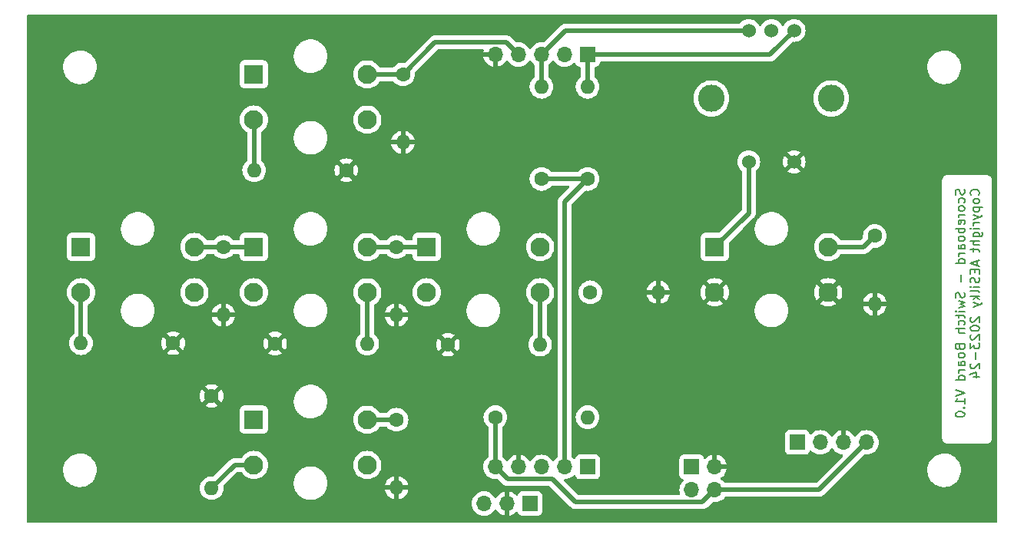
<source format=gbr>
%TF.GenerationSoftware,KiCad,Pcbnew,7.0.2*%
%TF.CreationDate,2024-06-26T08:39:52-07:00*%
%TF.ProjectId,Score-Board-LinInd-SW,53636f72-652d-4426-9f61-72642d4c696e,1.0*%
%TF.SameCoordinates,Original*%
%TF.FileFunction,Copper,L2,Bot*%
%TF.FilePolarity,Positive*%
%FSLAX46Y46*%
G04 Gerber Fmt 4.6, Leading zero omitted, Abs format (unit mm)*
G04 Created by KiCad (PCBNEW 7.0.2) date 2024-06-26 08:39:52*
%MOMM*%
%LPD*%
G01*
G04 APERTURE LIST*
%ADD10C,0.152400*%
%TA.AperFunction,NonConductor*%
%ADD11C,0.152400*%
%TD*%
%TA.AperFunction,ComponentPad*%
%ADD12R,2.100000X2.100000*%
%TD*%
%TA.AperFunction,ComponentPad*%
%ADD13C,2.100000*%
%TD*%
%TA.AperFunction,ComponentPad*%
%ADD14C,1.600000*%
%TD*%
%TA.AperFunction,ComponentPad*%
%ADD15O,1.600000X1.600000*%
%TD*%
%TA.AperFunction,ComponentPad*%
%ADD16R,1.700000X1.700000*%
%TD*%
%TA.AperFunction,ComponentPad*%
%ADD17O,1.700000X1.700000*%
%TD*%
%TA.AperFunction,ComponentPad*%
%ADD18C,1.524000*%
%TD*%
%TA.AperFunction,ComponentPad*%
%ADD19O,2.900000X3.000000*%
%TD*%
%TA.AperFunction,Conductor*%
%ADD20C,0.508000*%
%TD*%
G04 APERTURE END LIST*
D10*
D11*
X163051999Y-114305022D02*
X163100379Y-114450165D01*
X163100379Y-114450165D02*
X163100379Y-114692070D01*
X163100379Y-114692070D02*
X163051999Y-114788832D01*
X163051999Y-114788832D02*
X163003618Y-114837213D01*
X163003618Y-114837213D02*
X162906856Y-114885594D01*
X162906856Y-114885594D02*
X162810094Y-114885594D01*
X162810094Y-114885594D02*
X162713332Y-114837213D01*
X162713332Y-114837213D02*
X162664951Y-114788832D01*
X162664951Y-114788832D02*
X162616570Y-114692070D01*
X162616570Y-114692070D02*
X162568189Y-114498546D01*
X162568189Y-114498546D02*
X162519808Y-114401784D01*
X162519808Y-114401784D02*
X162471427Y-114353403D01*
X162471427Y-114353403D02*
X162374665Y-114305022D01*
X162374665Y-114305022D02*
X162277903Y-114305022D01*
X162277903Y-114305022D02*
X162181141Y-114353403D01*
X162181141Y-114353403D02*
X162132760Y-114401784D01*
X162132760Y-114401784D02*
X162084379Y-114498546D01*
X162084379Y-114498546D02*
X162084379Y-114740451D01*
X162084379Y-114740451D02*
X162132760Y-114885594D01*
X163051999Y-115756451D02*
X163100379Y-115659689D01*
X163100379Y-115659689D02*
X163100379Y-115466165D01*
X163100379Y-115466165D02*
X163051999Y-115369403D01*
X163051999Y-115369403D02*
X163003618Y-115321022D01*
X163003618Y-115321022D02*
X162906856Y-115272641D01*
X162906856Y-115272641D02*
X162616570Y-115272641D01*
X162616570Y-115272641D02*
X162519808Y-115321022D01*
X162519808Y-115321022D02*
X162471427Y-115369403D01*
X162471427Y-115369403D02*
X162423046Y-115466165D01*
X162423046Y-115466165D02*
X162423046Y-115659689D01*
X162423046Y-115659689D02*
X162471427Y-115756451D01*
X163100379Y-116337022D02*
X163051999Y-116240260D01*
X163051999Y-116240260D02*
X163003618Y-116191879D01*
X163003618Y-116191879D02*
X162906856Y-116143498D01*
X162906856Y-116143498D02*
X162616570Y-116143498D01*
X162616570Y-116143498D02*
X162519808Y-116191879D01*
X162519808Y-116191879D02*
X162471427Y-116240260D01*
X162471427Y-116240260D02*
X162423046Y-116337022D01*
X162423046Y-116337022D02*
X162423046Y-116482165D01*
X162423046Y-116482165D02*
X162471427Y-116578927D01*
X162471427Y-116578927D02*
X162519808Y-116627308D01*
X162519808Y-116627308D02*
X162616570Y-116675689D01*
X162616570Y-116675689D02*
X162906856Y-116675689D01*
X162906856Y-116675689D02*
X163003618Y-116627308D01*
X163003618Y-116627308D02*
X163051999Y-116578927D01*
X163051999Y-116578927D02*
X163100379Y-116482165D01*
X163100379Y-116482165D02*
X163100379Y-116337022D01*
X163100379Y-117111117D02*
X162423046Y-117111117D01*
X162616570Y-117111117D02*
X162519808Y-117159498D01*
X162519808Y-117159498D02*
X162471427Y-117207879D01*
X162471427Y-117207879D02*
X162423046Y-117304641D01*
X162423046Y-117304641D02*
X162423046Y-117401403D01*
X163051999Y-118127117D02*
X163100379Y-118030355D01*
X163100379Y-118030355D02*
X163100379Y-117836831D01*
X163100379Y-117836831D02*
X163051999Y-117740069D01*
X163051999Y-117740069D02*
X162955237Y-117691688D01*
X162955237Y-117691688D02*
X162568189Y-117691688D01*
X162568189Y-117691688D02*
X162471427Y-117740069D01*
X162471427Y-117740069D02*
X162423046Y-117836831D01*
X162423046Y-117836831D02*
X162423046Y-118030355D01*
X162423046Y-118030355D02*
X162471427Y-118127117D01*
X162471427Y-118127117D02*
X162568189Y-118175498D01*
X162568189Y-118175498D02*
X162664951Y-118175498D01*
X162664951Y-118175498D02*
X162761713Y-117691688D01*
X163100379Y-118610926D02*
X162084379Y-118610926D01*
X162471427Y-118610926D02*
X162423046Y-118707688D01*
X162423046Y-118707688D02*
X162423046Y-118901212D01*
X162423046Y-118901212D02*
X162471427Y-118997974D01*
X162471427Y-118997974D02*
X162519808Y-119046355D01*
X162519808Y-119046355D02*
X162616570Y-119094736D01*
X162616570Y-119094736D02*
X162906856Y-119094736D01*
X162906856Y-119094736D02*
X163003618Y-119046355D01*
X163003618Y-119046355D02*
X163051999Y-118997974D01*
X163051999Y-118997974D02*
X163100379Y-118901212D01*
X163100379Y-118901212D02*
X163100379Y-118707688D01*
X163100379Y-118707688D02*
X163051999Y-118610926D01*
X163100379Y-119675307D02*
X163051999Y-119578545D01*
X163051999Y-119578545D02*
X163003618Y-119530164D01*
X163003618Y-119530164D02*
X162906856Y-119481783D01*
X162906856Y-119481783D02*
X162616570Y-119481783D01*
X162616570Y-119481783D02*
X162519808Y-119530164D01*
X162519808Y-119530164D02*
X162471427Y-119578545D01*
X162471427Y-119578545D02*
X162423046Y-119675307D01*
X162423046Y-119675307D02*
X162423046Y-119820450D01*
X162423046Y-119820450D02*
X162471427Y-119917212D01*
X162471427Y-119917212D02*
X162519808Y-119965593D01*
X162519808Y-119965593D02*
X162616570Y-120013974D01*
X162616570Y-120013974D02*
X162906856Y-120013974D01*
X162906856Y-120013974D02*
X163003618Y-119965593D01*
X163003618Y-119965593D02*
X163051999Y-119917212D01*
X163051999Y-119917212D02*
X163100379Y-119820450D01*
X163100379Y-119820450D02*
X163100379Y-119675307D01*
X163100379Y-120884831D02*
X162568189Y-120884831D01*
X162568189Y-120884831D02*
X162471427Y-120836450D01*
X162471427Y-120836450D02*
X162423046Y-120739688D01*
X162423046Y-120739688D02*
X162423046Y-120546164D01*
X162423046Y-120546164D02*
X162471427Y-120449402D01*
X163051999Y-120884831D02*
X163100379Y-120788069D01*
X163100379Y-120788069D02*
X163100379Y-120546164D01*
X163100379Y-120546164D02*
X163051999Y-120449402D01*
X163051999Y-120449402D02*
X162955237Y-120401021D01*
X162955237Y-120401021D02*
X162858475Y-120401021D01*
X162858475Y-120401021D02*
X162761713Y-120449402D01*
X162761713Y-120449402D02*
X162713332Y-120546164D01*
X162713332Y-120546164D02*
X162713332Y-120788069D01*
X162713332Y-120788069D02*
X162664951Y-120884831D01*
X163100379Y-121368640D02*
X162423046Y-121368640D01*
X162616570Y-121368640D02*
X162519808Y-121417021D01*
X162519808Y-121417021D02*
X162471427Y-121465402D01*
X162471427Y-121465402D02*
X162423046Y-121562164D01*
X162423046Y-121562164D02*
X162423046Y-121658926D01*
X163100379Y-122433021D02*
X162084379Y-122433021D01*
X163051999Y-122433021D02*
X163100379Y-122336259D01*
X163100379Y-122336259D02*
X163100379Y-122142735D01*
X163100379Y-122142735D02*
X163051999Y-122045973D01*
X163051999Y-122045973D02*
X163003618Y-121997592D01*
X163003618Y-121997592D02*
X162906856Y-121949211D01*
X162906856Y-121949211D02*
X162616570Y-121949211D01*
X162616570Y-121949211D02*
X162519808Y-121997592D01*
X162519808Y-121997592D02*
X162471427Y-122045973D01*
X162471427Y-122045973D02*
X162423046Y-122142735D01*
X162423046Y-122142735D02*
X162423046Y-122336259D01*
X162423046Y-122336259D02*
X162471427Y-122433021D01*
X162713332Y-123690925D02*
X162713332Y-124465021D01*
X163051999Y-125674544D02*
X163100379Y-125819687D01*
X163100379Y-125819687D02*
X163100379Y-126061592D01*
X163100379Y-126061592D02*
X163051999Y-126158354D01*
X163051999Y-126158354D02*
X163003618Y-126206735D01*
X163003618Y-126206735D02*
X162906856Y-126255116D01*
X162906856Y-126255116D02*
X162810094Y-126255116D01*
X162810094Y-126255116D02*
X162713332Y-126206735D01*
X162713332Y-126206735D02*
X162664951Y-126158354D01*
X162664951Y-126158354D02*
X162616570Y-126061592D01*
X162616570Y-126061592D02*
X162568189Y-125868068D01*
X162568189Y-125868068D02*
X162519808Y-125771306D01*
X162519808Y-125771306D02*
X162471427Y-125722925D01*
X162471427Y-125722925D02*
X162374665Y-125674544D01*
X162374665Y-125674544D02*
X162277903Y-125674544D01*
X162277903Y-125674544D02*
X162181141Y-125722925D01*
X162181141Y-125722925D02*
X162132760Y-125771306D01*
X162132760Y-125771306D02*
X162084379Y-125868068D01*
X162084379Y-125868068D02*
X162084379Y-126109973D01*
X162084379Y-126109973D02*
X162132760Y-126255116D01*
X162423046Y-126593782D02*
X163100379Y-126787306D01*
X163100379Y-126787306D02*
X162616570Y-126980830D01*
X162616570Y-126980830D02*
X163100379Y-127174354D01*
X163100379Y-127174354D02*
X162423046Y-127367878D01*
X163100379Y-127754925D02*
X162423046Y-127754925D01*
X162084379Y-127754925D02*
X162132760Y-127706544D01*
X162132760Y-127706544D02*
X162181141Y-127754925D01*
X162181141Y-127754925D02*
X162132760Y-127803306D01*
X162132760Y-127803306D02*
X162084379Y-127754925D01*
X162084379Y-127754925D02*
X162181141Y-127754925D01*
X162423046Y-128093592D02*
X162423046Y-128480640D01*
X162084379Y-128238735D02*
X162955237Y-128238735D01*
X162955237Y-128238735D02*
X163051999Y-128287116D01*
X163051999Y-128287116D02*
X163100379Y-128383878D01*
X163100379Y-128383878D02*
X163100379Y-128480640D01*
X163051999Y-129254735D02*
X163100379Y-129157973D01*
X163100379Y-129157973D02*
X163100379Y-128964449D01*
X163100379Y-128964449D02*
X163051999Y-128867687D01*
X163051999Y-128867687D02*
X163003618Y-128819306D01*
X163003618Y-128819306D02*
X162906856Y-128770925D01*
X162906856Y-128770925D02*
X162616570Y-128770925D01*
X162616570Y-128770925D02*
X162519808Y-128819306D01*
X162519808Y-128819306D02*
X162471427Y-128867687D01*
X162471427Y-128867687D02*
X162423046Y-128964449D01*
X162423046Y-128964449D02*
X162423046Y-129157973D01*
X162423046Y-129157973D02*
X162471427Y-129254735D01*
X163100379Y-129690163D02*
X162084379Y-129690163D01*
X163100379Y-130125592D02*
X162568189Y-130125592D01*
X162568189Y-130125592D02*
X162471427Y-130077211D01*
X162471427Y-130077211D02*
X162423046Y-129980449D01*
X162423046Y-129980449D02*
X162423046Y-129835306D01*
X162423046Y-129835306D02*
X162471427Y-129738544D01*
X162471427Y-129738544D02*
X162519808Y-129690163D01*
X162568189Y-131722163D02*
X162616570Y-131867306D01*
X162616570Y-131867306D02*
X162664951Y-131915687D01*
X162664951Y-131915687D02*
X162761713Y-131964068D01*
X162761713Y-131964068D02*
X162906856Y-131964068D01*
X162906856Y-131964068D02*
X163003618Y-131915687D01*
X163003618Y-131915687D02*
X163051999Y-131867306D01*
X163051999Y-131867306D02*
X163100379Y-131770544D01*
X163100379Y-131770544D02*
X163100379Y-131383496D01*
X163100379Y-131383496D02*
X162084379Y-131383496D01*
X162084379Y-131383496D02*
X162084379Y-131722163D01*
X162084379Y-131722163D02*
X162132760Y-131818925D01*
X162132760Y-131818925D02*
X162181141Y-131867306D01*
X162181141Y-131867306D02*
X162277903Y-131915687D01*
X162277903Y-131915687D02*
X162374665Y-131915687D01*
X162374665Y-131915687D02*
X162471427Y-131867306D01*
X162471427Y-131867306D02*
X162519808Y-131818925D01*
X162519808Y-131818925D02*
X162568189Y-131722163D01*
X162568189Y-131722163D02*
X162568189Y-131383496D01*
X163100379Y-132544639D02*
X163051999Y-132447877D01*
X163051999Y-132447877D02*
X163003618Y-132399496D01*
X163003618Y-132399496D02*
X162906856Y-132351115D01*
X162906856Y-132351115D02*
X162616570Y-132351115D01*
X162616570Y-132351115D02*
X162519808Y-132399496D01*
X162519808Y-132399496D02*
X162471427Y-132447877D01*
X162471427Y-132447877D02*
X162423046Y-132544639D01*
X162423046Y-132544639D02*
X162423046Y-132689782D01*
X162423046Y-132689782D02*
X162471427Y-132786544D01*
X162471427Y-132786544D02*
X162519808Y-132834925D01*
X162519808Y-132834925D02*
X162616570Y-132883306D01*
X162616570Y-132883306D02*
X162906856Y-132883306D01*
X162906856Y-132883306D02*
X163003618Y-132834925D01*
X163003618Y-132834925D02*
X163051999Y-132786544D01*
X163051999Y-132786544D02*
X163100379Y-132689782D01*
X163100379Y-132689782D02*
X163100379Y-132544639D01*
X163100379Y-133754163D02*
X162568189Y-133754163D01*
X162568189Y-133754163D02*
X162471427Y-133705782D01*
X162471427Y-133705782D02*
X162423046Y-133609020D01*
X162423046Y-133609020D02*
X162423046Y-133415496D01*
X162423046Y-133415496D02*
X162471427Y-133318734D01*
X163051999Y-133754163D02*
X163100379Y-133657401D01*
X163100379Y-133657401D02*
X163100379Y-133415496D01*
X163100379Y-133415496D02*
X163051999Y-133318734D01*
X163051999Y-133318734D02*
X162955237Y-133270353D01*
X162955237Y-133270353D02*
X162858475Y-133270353D01*
X162858475Y-133270353D02*
X162761713Y-133318734D01*
X162761713Y-133318734D02*
X162713332Y-133415496D01*
X162713332Y-133415496D02*
X162713332Y-133657401D01*
X162713332Y-133657401D02*
X162664951Y-133754163D01*
X163100379Y-134237972D02*
X162423046Y-134237972D01*
X162616570Y-134237972D02*
X162519808Y-134286353D01*
X162519808Y-134286353D02*
X162471427Y-134334734D01*
X162471427Y-134334734D02*
X162423046Y-134431496D01*
X162423046Y-134431496D02*
X162423046Y-134528258D01*
X163100379Y-135302353D02*
X162084379Y-135302353D01*
X163051999Y-135302353D02*
X163100379Y-135205591D01*
X163100379Y-135205591D02*
X163100379Y-135012067D01*
X163100379Y-135012067D02*
X163051999Y-134915305D01*
X163051999Y-134915305D02*
X163003618Y-134866924D01*
X163003618Y-134866924D02*
X162906856Y-134818543D01*
X162906856Y-134818543D02*
X162616570Y-134818543D01*
X162616570Y-134818543D02*
X162519808Y-134866924D01*
X162519808Y-134866924D02*
X162471427Y-134915305D01*
X162471427Y-134915305D02*
X162423046Y-135012067D01*
X162423046Y-135012067D02*
X162423046Y-135205591D01*
X162423046Y-135205591D02*
X162471427Y-135302353D01*
X162084379Y-136415114D02*
X163100379Y-136753781D01*
X163100379Y-136753781D02*
X162084379Y-137092448D01*
X163100379Y-137963305D02*
X163100379Y-137382733D01*
X163100379Y-137673019D02*
X162084379Y-137673019D01*
X162084379Y-137673019D02*
X162229522Y-137576257D01*
X162229522Y-137576257D02*
X162326284Y-137479495D01*
X162326284Y-137479495D02*
X162374665Y-137382733D01*
X163003618Y-138398733D02*
X163051999Y-138447114D01*
X163051999Y-138447114D02*
X163100379Y-138398733D01*
X163100379Y-138398733D02*
X163051999Y-138350352D01*
X163051999Y-138350352D02*
X163003618Y-138398733D01*
X163003618Y-138398733D02*
X163100379Y-138398733D01*
X162084379Y-139076067D02*
X162084379Y-139172829D01*
X162084379Y-139172829D02*
X162132760Y-139269591D01*
X162132760Y-139269591D02*
X162181141Y-139317972D01*
X162181141Y-139317972D02*
X162277903Y-139366353D01*
X162277903Y-139366353D02*
X162471427Y-139414734D01*
X162471427Y-139414734D02*
X162713332Y-139414734D01*
X162713332Y-139414734D02*
X162906856Y-139366353D01*
X162906856Y-139366353D02*
X163003618Y-139317972D01*
X163003618Y-139317972D02*
X163051999Y-139269591D01*
X163051999Y-139269591D02*
X163100379Y-139172829D01*
X163100379Y-139172829D02*
X163100379Y-139076067D01*
X163100379Y-139076067D02*
X163051999Y-138979305D01*
X163051999Y-138979305D02*
X163003618Y-138930924D01*
X163003618Y-138930924D02*
X162906856Y-138882543D01*
X162906856Y-138882543D02*
X162713332Y-138834162D01*
X162713332Y-138834162D02*
X162471427Y-138834162D01*
X162471427Y-138834162D02*
X162277903Y-138882543D01*
X162277903Y-138882543D02*
X162181141Y-138930924D01*
X162181141Y-138930924D02*
X162132760Y-138979305D01*
X162132760Y-138979305D02*
X162084379Y-139076067D01*
X164649538Y-114933975D02*
X164697919Y-114885594D01*
X164697919Y-114885594D02*
X164746299Y-114740451D01*
X164746299Y-114740451D02*
X164746299Y-114643689D01*
X164746299Y-114643689D02*
X164697919Y-114498546D01*
X164697919Y-114498546D02*
X164601157Y-114401784D01*
X164601157Y-114401784D02*
X164504395Y-114353403D01*
X164504395Y-114353403D02*
X164310871Y-114305022D01*
X164310871Y-114305022D02*
X164165728Y-114305022D01*
X164165728Y-114305022D02*
X163972204Y-114353403D01*
X163972204Y-114353403D02*
X163875442Y-114401784D01*
X163875442Y-114401784D02*
X163778680Y-114498546D01*
X163778680Y-114498546D02*
X163730299Y-114643689D01*
X163730299Y-114643689D02*
X163730299Y-114740451D01*
X163730299Y-114740451D02*
X163778680Y-114885594D01*
X163778680Y-114885594D02*
X163827061Y-114933975D01*
X164746299Y-115514546D02*
X164697919Y-115417784D01*
X164697919Y-115417784D02*
X164649538Y-115369403D01*
X164649538Y-115369403D02*
X164552776Y-115321022D01*
X164552776Y-115321022D02*
X164262490Y-115321022D01*
X164262490Y-115321022D02*
X164165728Y-115369403D01*
X164165728Y-115369403D02*
X164117347Y-115417784D01*
X164117347Y-115417784D02*
X164068966Y-115514546D01*
X164068966Y-115514546D02*
X164068966Y-115659689D01*
X164068966Y-115659689D02*
X164117347Y-115756451D01*
X164117347Y-115756451D02*
X164165728Y-115804832D01*
X164165728Y-115804832D02*
X164262490Y-115853213D01*
X164262490Y-115853213D02*
X164552776Y-115853213D01*
X164552776Y-115853213D02*
X164649538Y-115804832D01*
X164649538Y-115804832D02*
X164697919Y-115756451D01*
X164697919Y-115756451D02*
X164746299Y-115659689D01*
X164746299Y-115659689D02*
X164746299Y-115514546D01*
X164068966Y-116288641D02*
X165084966Y-116288641D01*
X164117347Y-116288641D02*
X164068966Y-116385403D01*
X164068966Y-116385403D02*
X164068966Y-116578927D01*
X164068966Y-116578927D02*
X164117347Y-116675689D01*
X164117347Y-116675689D02*
X164165728Y-116724070D01*
X164165728Y-116724070D02*
X164262490Y-116772451D01*
X164262490Y-116772451D02*
X164552776Y-116772451D01*
X164552776Y-116772451D02*
X164649538Y-116724070D01*
X164649538Y-116724070D02*
X164697919Y-116675689D01*
X164697919Y-116675689D02*
X164746299Y-116578927D01*
X164746299Y-116578927D02*
X164746299Y-116385403D01*
X164746299Y-116385403D02*
X164697919Y-116288641D01*
X164068966Y-117111117D02*
X164746299Y-117353022D01*
X164068966Y-117594927D02*
X164746299Y-117353022D01*
X164746299Y-117353022D02*
X164988204Y-117256260D01*
X164988204Y-117256260D02*
X165036585Y-117207879D01*
X165036585Y-117207879D02*
X165084966Y-117111117D01*
X164746299Y-117981974D02*
X164068966Y-117981974D01*
X164262490Y-117981974D02*
X164165728Y-118030355D01*
X164165728Y-118030355D02*
X164117347Y-118078736D01*
X164117347Y-118078736D02*
X164068966Y-118175498D01*
X164068966Y-118175498D02*
X164068966Y-118272260D01*
X164746299Y-118610926D02*
X164068966Y-118610926D01*
X163730299Y-118610926D02*
X163778680Y-118562545D01*
X163778680Y-118562545D02*
X163827061Y-118610926D01*
X163827061Y-118610926D02*
X163778680Y-118659307D01*
X163778680Y-118659307D02*
X163730299Y-118610926D01*
X163730299Y-118610926D02*
X163827061Y-118610926D01*
X164068966Y-119530165D02*
X164891442Y-119530165D01*
X164891442Y-119530165D02*
X164988204Y-119481784D01*
X164988204Y-119481784D02*
X165036585Y-119433403D01*
X165036585Y-119433403D02*
X165084966Y-119336641D01*
X165084966Y-119336641D02*
X165084966Y-119191498D01*
X165084966Y-119191498D02*
X165036585Y-119094736D01*
X164697919Y-119530165D02*
X164746299Y-119433403D01*
X164746299Y-119433403D02*
X164746299Y-119239879D01*
X164746299Y-119239879D02*
X164697919Y-119143117D01*
X164697919Y-119143117D02*
X164649538Y-119094736D01*
X164649538Y-119094736D02*
X164552776Y-119046355D01*
X164552776Y-119046355D02*
X164262490Y-119046355D01*
X164262490Y-119046355D02*
X164165728Y-119094736D01*
X164165728Y-119094736D02*
X164117347Y-119143117D01*
X164117347Y-119143117D02*
X164068966Y-119239879D01*
X164068966Y-119239879D02*
X164068966Y-119433403D01*
X164068966Y-119433403D02*
X164117347Y-119530165D01*
X164746299Y-120013974D02*
X163730299Y-120013974D01*
X164746299Y-120449403D02*
X164214109Y-120449403D01*
X164214109Y-120449403D02*
X164117347Y-120401022D01*
X164117347Y-120401022D02*
X164068966Y-120304260D01*
X164068966Y-120304260D02*
X164068966Y-120159117D01*
X164068966Y-120159117D02*
X164117347Y-120062355D01*
X164117347Y-120062355D02*
X164165728Y-120013974D01*
X164068966Y-120788069D02*
X164068966Y-121175117D01*
X163730299Y-120933212D02*
X164601157Y-120933212D01*
X164601157Y-120933212D02*
X164697919Y-120981593D01*
X164697919Y-120981593D02*
X164746299Y-121078355D01*
X164746299Y-121078355D02*
X164746299Y-121175117D01*
X164456014Y-122239497D02*
X164456014Y-122723307D01*
X164746299Y-122142735D02*
X163730299Y-122481402D01*
X163730299Y-122481402D02*
X164746299Y-122820069D01*
X164214109Y-123158735D02*
X164214109Y-123497402D01*
X164746299Y-123642545D02*
X164746299Y-123158735D01*
X164746299Y-123158735D02*
X163730299Y-123158735D01*
X163730299Y-123158735D02*
X163730299Y-123642545D01*
X164697919Y-124029592D02*
X164746299Y-124174735D01*
X164746299Y-124174735D02*
X164746299Y-124416640D01*
X164746299Y-124416640D02*
X164697919Y-124513402D01*
X164697919Y-124513402D02*
X164649538Y-124561783D01*
X164649538Y-124561783D02*
X164552776Y-124610164D01*
X164552776Y-124610164D02*
X164456014Y-124610164D01*
X164456014Y-124610164D02*
X164359252Y-124561783D01*
X164359252Y-124561783D02*
X164310871Y-124513402D01*
X164310871Y-124513402D02*
X164262490Y-124416640D01*
X164262490Y-124416640D02*
X164214109Y-124223116D01*
X164214109Y-124223116D02*
X164165728Y-124126354D01*
X164165728Y-124126354D02*
X164117347Y-124077973D01*
X164117347Y-124077973D02*
X164020585Y-124029592D01*
X164020585Y-124029592D02*
X163923823Y-124029592D01*
X163923823Y-124029592D02*
X163827061Y-124077973D01*
X163827061Y-124077973D02*
X163778680Y-124126354D01*
X163778680Y-124126354D02*
X163730299Y-124223116D01*
X163730299Y-124223116D02*
X163730299Y-124465021D01*
X163730299Y-124465021D02*
X163778680Y-124610164D01*
X164746299Y-125045592D02*
X164068966Y-125045592D01*
X163730299Y-125045592D02*
X163778680Y-124997211D01*
X163778680Y-124997211D02*
X163827061Y-125045592D01*
X163827061Y-125045592D02*
X163778680Y-125093973D01*
X163778680Y-125093973D02*
X163730299Y-125045592D01*
X163730299Y-125045592D02*
X163827061Y-125045592D01*
X164746299Y-125674545D02*
X164697919Y-125577783D01*
X164697919Y-125577783D02*
X164601157Y-125529402D01*
X164601157Y-125529402D02*
X163730299Y-125529402D01*
X164746299Y-126061592D02*
X163730299Y-126061592D01*
X164359252Y-126158354D02*
X164746299Y-126448640D01*
X164068966Y-126448640D02*
X164456014Y-126061592D01*
X164068966Y-126787306D02*
X164746299Y-127029211D01*
X164068966Y-127271116D02*
X164746299Y-127029211D01*
X164746299Y-127029211D02*
X164988204Y-126932449D01*
X164988204Y-126932449D02*
X165036585Y-126884068D01*
X165036585Y-126884068D02*
X165084966Y-126787306D01*
X163827061Y-128383877D02*
X163778680Y-128432258D01*
X163778680Y-128432258D02*
X163730299Y-128529020D01*
X163730299Y-128529020D02*
X163730299Y-128770925D01*
X163730299Y-128770925D02*
X163778680Y-128867687D01*
X163778680Y-128867687D02*
X163827061Y-128916068D01*
X163827061Y-128916068D02*
X163923823Y-128964449D01*
X163923823Y-128964449D02*
X164020585Y-128964449D01*
X164020585Y-128964449D02*
X164165728Y-128916068D01*
X164165728Y-128916068D02*
X164746299Y-128335496D01*
X164746299Y-128335496D02*
X164746299Y-128964449D01*
X163730299Y-129593401D02*
X163730299Y-129690163D01*
X163730299Y-129690163D02*
X163778680Y-129786925D01*
X163778680Y-129786925D02*
X163827061Y-129835306D01*
X163827061Y-129835306D02*
X163923823Y-129883687D01*
X163923823Y-129883687D02*
X164117347Y-129932068D01*
X164117347Y-129932068D02*
X164359252Y-129932068D01*
X164359252Y-129932068D02*
X164552776Y-129883687D01*
X164552776Y-129883687D02*
X164649538Y-129835306D01*
X164649538Y-129835306D02*
X164697919Y-129786925D01*
X164697919Y-129786925D02*
X164746299Y-129690163D01*
X164746299Y-129690163D02*
X164746299Y-129593401D01*
X164746299Y-129593401D02*
X164697919Y-129496639D01*
X164697919Y-129496639D02*
X164649538Y-129448258D01*
X164649538Y-129448258D02*
X164552776Y-129399877D01*
X164552776Y-129399877D02*
X164359252Y-129351496D01*
X164359252Y-129351496D02*
X164117347Y-129351496D01*
X164117347Y-129351496D02*
X163923823Y-129399877D01*
X163923823Y-129399877D02*
X163827061Y-129448258D01*
X163827061Y-129448258D02*
X163778680Y-129496639D01*
X163778680Y-129496639D02*
X163730299Y-129593401D01*
X163827061Y-130319115D02*
X163778680Y-130367496D01*
X163778680Y-130367496D02*
X163730299Y-130464258D01*
X163730299Y-130464258D02*
X163730299Y-130706163D01*
X163730299Y-130706163D02*
X163778680Y-130802925D01*
X163778680Y-130802925D02*
X163827061Y-130851306D01*
X163827061Y-130851306D02*
X163923823Y-130899687D01*
X163923823Y-130899687D02*
X164020585Y-130899687D01*
X164020585Y-130899687D02*
X164165728Y-130851306D01*
X164165728Y-130851306D02*
X164746299Y-130270734D01*
X164746299Y-130270734D02*
X164746299Y-130899687D01*
X163730299Y-131238353D02*
X163730299Y-131867306D01*
X163730299Y-131867306D02*
X164117347Y-131528639D01*
X164117347Y-131528639D02*
X164117347Y-131673782D01*
X164117347Y-131673782D02*
X164165728Y-131770544D01*
X164165728Y-131770544D02*
X164214109Y-131818925D01*
X164214109Y-131818925D02*
X164310871Y-131867306D01*
X164310871Y-131867306D02*
X164552776Y-131867306D01*
X164552776Y-131867306D02*
X164649538Y-131818925D01*
X164649538Y-131818925D02*
X164697919Y-131770544D01*
X164697919Y-131770544D02*
X164746299Y-131673782D01*
X164746299Y-131673782D02*
X164746299Y-131383496D01*
X164746299Y-131383496D02*
X164697919Y-131286734D01*
X164697919Y-131286734D02*
X164649538Y-131238353D01*
X164359252Y-132302734D02*
X164359252Y-133076830D01*
X163827061Y-133512258D02*
X163778680Y-133560639D01*
X163778680Y-133560639D02*
X163730299Y-133657401D01*
X163730299Y-133657401D02*
X163730299Y-133899306D01*
X163730299Y-133899306D02*
X163778680Y-133996068D01*
X163778680Y-133996068D02*
X163827061Y-134044449D01*
X163827061Y-134044449D02*
X163923823Y-134092830D01*
X163923823Y-134092830D02*
X164020585Y-134092830D01*
X164020585Y-134092830D02*
X164165728Y-134044449D01*
X164165728Y-134044449D02*
X164746299Y-133463877D01*
X164746299Y-133463877D02*
X164746299Y-134092830D01*
X164068966Y-134963687D02*
X164746299Y-134963687D01*
X163681919Y-134721782D02*
X164407633Y-134479877D01*
X164407633Y-134479877D02*
X164407633Y-135108830D01*
D12*
%TO.P,SW3,1,1*%
%TO.N,/SW_MTRX*%
X65717000Y-120666000D03*
D13*
%TO.P,SW3,2,2*%
X78217000Y-120666000D03*
%TO.P,SW3,3,3*%
%TO.N,Net-(R5-Pad2)*%
X65717000Y-125666000D03*
%TO.P,SW3,4,4*%
X78217000Y-125666000D03*
%TD*%
D14*
%TO.P,R5,1*%
%TO.N,GNDA*%
X75877000Y-131273000D03*
D15*
%TO.P,R5,2*%
%TO.N,Net-(R5-Pad2)*%
X65717000Y-131273000D03*
%TD*%
D12*
%TO.P,SW2,1,1*%
%TO.N,/SW_MTRX*%
X84767000Y-101616000D03*
D13*
%TO.P,SW2,2,2*%
X97267000Y-101616000D03*
%TO.P,SW2,3,3*%
%TO.N,Net-(R4-Pad2)*%
X84767000Y-106616000D03*
%TO.P,SW2,4,4*%
X97267000Y-106616000D03*
%TD*%
D12*
%TO.P,SW5,1,1*%
%TO.N,/SW_MTRX*%
X103817000Y-120666000D03*
D13*
%TO.P,SW5,2,2*%
X116317000Y-120666000D03*
%TO.P,SW5,3,3*%
%TO.N,Net-(R7-Pad2)*%
X103817000Y-125666000D03*
%TO.P,SW5,4,4*%
X116317000Y-125666000D03*
%TD*%
D14*
%TO.P,C3,1*%
%TO.N,/SW_MTRX*%
X81412000Y-120666000D03*
D15*
%TO.P,C3,2*%
%TO.N,GNDA*%
X81412000Y-128166000D03*
%TD*%
D14*
%TO.P,R4,1*%
%TO.N,GNDA*%
X94969000Y-112199000D03*
D15*
%TO.P,R4,2*%
%TO.N,Net-(R4-Pad2)*%
X84809000Y-112199000D03*
%TD*%
D14*
%TO.P,R6,1*%
%TO.N,GNDA*%
X87107000Y-131323000D03*
D15*
%TO.P,R6,2*%
%TO.N,Net-(R6-Pad2)*%
X97267000Y-131323000D03*
%TD*%
D14*
%TO.P,C4,1*%
%TO.N,/SW_MTRX*%
X100486000Y-120666000D03*
D15*
%TO.P,C4,2*%
%TO.N,GNDA*%
X100486000Y-128166000D03*
%TD*%
D16*
%TO.P,JP-PWR-1,1,Pin_1*%
%TO.N,GND*%
X133026000Y-144926000D03*
D17*
%TO.P,JP-PWR-1,2,Pin_2*%
%TO.N,GNDA*%
X135566000Y-144926000D03*
%TO.P,JP-PWR-1,3,Pin_3*%
%TO.N,+3.3V*%
X133026000Y-147466000D03*
%TO.P,JP-PWR-1,4,Pin_4*%
%TO.N,+3.3VA*%
X135566000Y-147466000D03*
%TD*%
D12*
%TO.P,SW6,1,1*%
%TO.N,/SW_MTRX*%
X84767000Y-139716000D03*
D13*
%TO.P,SW6,2,2*%
X97267000Y-139716000D03*
%TO.P,SW6,3,3*%
%TO.N,Net-(R8-Pad2)*%
X84767000Y-144716000D03*
%TO.P,SW6,4,4*%
X97267000Y-144716000D03*
%TD*%
D14*
%TO.P,C6,1*%
%TO.N,/SW_MTRX*%
X100499000Y-139716000D03*
D15*
%TO.P,C6,2*%
%TO.N,GNDA*%
X100499000Y-147216000D03*
%TD*%
D14*
%TO.P,C1,1*%
%TO.N,/SW_MTRX*%
X153202000Y-119451000D03*
D15*
%TO.P,C1,2*%
%TO.N,GNDA*%
X153202000Y-126951000D03*
%TD*%
D12*
%TO.P,SW4,1,1*%
%TO.N,/SW_MTRX*%
X84767000Y-120666000D03*
D13*
%TO.P,SW4,2,2*%
X97267000Y-120666000D03*
%TO.P,SW4,3,3*%
%TO.N,Net-(R6-Pad2)*%
X84767000Y-125666000D03*
%TO.P,SW4,4,4*%
X97267000Y-125666000D03*
%TD*%
D14*
%TO.P,R7,1*%
%TO.N,GNDA*%
X106157000Y-131437000D03*
D15*
%TO.P,R7,2*%
%TO.N,Net-(R7-Pad2)*%
X116317000Y-131437000D03*
%TD*%
D16*
%TO.P,J4,1,Pin_1*%
%TO.N,GND*%
X144663000Y-142217000D03*
D17*
%TO.P,J4,2,Pin_2*%
%TO.N,+3.3V*%
X147203000Y-142217000D03*
%TO.P,J4,3,Pin_3*%
%TO.N,GNDA*%
X149743000Y-142217000D03*
%TO.P,J4,4,Pin_4*%
%TO.N,+3.3VA*%
X152283000Y-142217000D03*
%TD*%
D14*
%TO.P,R1,1*%
%TO.N,+3.3V*%
X121550000Y-113155000D03*
D15*
%TO.P,R1,2*%
%TO.N,/RE_A*%
X121550000Y-102995000D03*
%TD*%
D16*
%TO.P,J2,1,Pin_1*%
%TO.N,/RE_A*%
X121550000Y-99440000D03*
D17*
%TO.P,J2,2,Pin_2*%
%TO.N,GND*%
X119010000Y-99440000D03*
%TO.P,J2,3,Pin_3*%
%TO.N,/RE_B*%
X116470000Y-99440000D03*
%TO.P,J2,4,Pin_4*%
%TO.N,/SW_MTRX*%
X113930000Y-99440000D03*
%TO.P,J2,5,Pin_5*%
%TO.N,GNDA*%
X111390000Y-99440000D03*
%TD*%
D16*
%TO.P,J3,1,Pin_1*%
%TO.N,/SW_MTRX*%
X115216000Y-148977000D03*
D17*
%TO.P,J3,2,Pin_2*%
%TO.N,GNDA*%
X112676000Y-148977000D03*
%TO.P,J3,3,Pin_3*%
%TO.N,+3.3VA*%
X110136000Y-148977000D03*
%TD*%
D14*
%TO.P,R3,1*%
%TO.N,+3.3VA*%
X111390000Y-139451000D03*
D15*
%TO.P,R3,2*%
%TO.N,/SW_MTRX*%
X121550000Y-139451000D03*
%TD*%
D12*
%TO.P,SW1,1,1*%
%TO.N,/SW_MTRX*%
X135566000Y-120666000D03*
D13*
%TO.P,SW1,2,2*%
X148066000Y-120666000D03*
%TO.P,SW1,3,3*%
%TO.N,GNDA*%
X135566000Y-125666000D03*
%TO.P,SW1,4,4*%
X148066000Y-125666000D03*
%TD*%
D14*
%TO.P,R2,1*%
%TO.N,+3.3V*%
X116470000Y-113155000D03*
D15*
%TO.P,R2,2*%
%TO.N,/RE_B*%
X116470000Y-102995000D03*
%TD*%
D14*
%TO.P,C2,1*%
%TO.N,/SW_MTRX*%
X101205000Y-101616000D03*
D15*
%TO.P,C2,2*%
%TO.N,GNDA*%
X101205000Y-109116000D03*
%TD*%
D18*
%TO.P,RE1,A,A*%
%TO.N,/RE_A*%
X144309000Y-96773000D03*
%TO.P,RE1,B,B*%
%TO.N,/RE_B*%
X139309000Y-96773000D03*
%TO.P,RE1,C,C*%
%TO.N,GND*%
X141809000Y-96773000D03*
%TO.P,RE1,S1,S1*%
%TO.N,GNDA*%
X144309000Y-111273000D03*
%TO.P,RE1,S2,S2*%
%TO.N,/SW_MTRX*%
X139309000Y-111273000D03*
D19*
%TO.P,RE1,SH*%
%TO.N,N/C*%
X148409000Y-104273000D03*
X135209000Y-104273000D03*
%TD*%
D14*
%TO.P,R8,1*%
%TO.N,GNDA*%
X80111000Y-137103000D03*
D15*
%TO.P,R8,2*%
%TO.N,Net-(R8-Pad2)*%
X80111000Y-147263000D03*
%TD*%
D14*
%TO.P,C5,1*%
%TO.N,/SW_MTRX*%
X121845000Y-125666000D03*
D15*
%TO.P,C5,2*%
%TO.N,GNDA*%
X129345000Y-125666000D03*
%TD*%
D16*
%TO.P,J1,1,Pin_1*%
%TO.N,GND*%
X121550000Y-144926000D03*
D17*
%TO.P,J1,2,Pin_2*%
%TO.N,+3.3V*%
X119010000Y-144926000D03*
%TO.P,J1,3,Pin_3*%
%TO.N,/SW_MTRX*%
X116470000Y-144926000D03*
%TO.P,J1,4,Pin_4*%
%TO.N,GNDA*%
X113930000Y-144926000D03*
%TO.P,J1,5,Pin_5*%
%TO.N,+3.3VA*%
X111390000Y-144926000D03*
%TD*%
D20*
%TO.N,/SW_MTRX*%
X104739000Y-98082000D02*
X112572000Y-98082000D01*
X97267000Y-101616000D02*
X101205000Y-101616000D01*
X78217000Y-120666000D02*
X81412000Y-120666000D01*
X100486000Y-120666000D02*
X103817000Y-120666000D01*
X139309000Y-116923000D02*
X135566000Y-120666000D01*
X101205000Y-101616000D02*
X104739000Y-98082000D01*
X81412000Y-120666000D02*
X84767000Y-120666000D01*
X139309000Y-111273000D02*
X139309000Y-116923000D01*
X100499000Y-139716000D02*
X97267000Y-139716000D01*
X151987000Y-120666000D02*
X153202000Y-119451000D01*
X112572000Y-98082000D02*
X113930000Y-99440000D01*
X97267000Y-120666000D02*
X100486000Y-120666000D01*
X148066000Y-120666000D02*
X151987000Y-120666000D01*
%TO.N,+3.3V*%
X119010000Y-115695000D02*
X119010000Y-144926000D01*
X121550000Y-113155000D02*
X119010000Y-115695000D01*
X116470000Y-113155000D02*
X121550000Y-113155000D01*
%TO.N,+3.3VA*%
X135566000Y-147466000D02*
X134208000Y-148824000D01*
X152283000Y-142217000D02*
X147034000Y-147466000D01*
X120232000Y-148824000D02*
X117692000Y-146284000D01*
X112748000Y-146284000D02*
X111390000Y-144926000D01*
X134208000Y-148824000D02*
X120232000Y-148824000D01*
X147034000Y-147466000D02*
X135566000Y-147466000D01*
X111390000Y-144926000D02*
X111390000Y-139451000D01*
X117692000Y-146284000D02*
X112748000Y-146284000D01*
%TO.N,/RE_A*%
X141642000Y-99440000D02*
X121550000Y-99440000D01*
X121550000Y-102995000D02*
X121550000Y-99440000D01*
X144309000Y-96773000D02*
X141642000Y-99440000D01*
%TO.N,/RE_B*%
X116470000Y-99440000D02*
X116470000Y-102995000D01*
X139309000Y-96773000D02*
X119137000Y-96773000D01*
X119137000Y-96773000D02*
X116470000Y-99440000D01*
%TO.N,Net-(R4-Pad2)*%
X84809000Y-112199000D02*
X84809000Y-106658000D01*
X84809000Y-106658000D02*
X84767000Y-106616000D01*
%TO.N,Net-(R5-Pad2)*%
X65717000Y-131273000D02*
X65717000Y-125666000D01*
%TO.N,Net-(R6-Pad2)*%
X97267000Y-131323000D02*
X97267000Y-125666000D01*
%TO.N,Net-(R7-Pad2)*%
X116317000Y-131437000D02*
X116317000Y-125666000D01*
%TO.N,Net-(R8-Pad2)*%
X82658000Y-144716000D02*
X80111000Y-147263000D01*
X84767000Y-144716000D02*
X82658000Y-144716000D01*
%TD*%
%TA.AperFunction,Conductor*%
%TO.N,GNDA*%
G36*
X166670039Y-95052685D02*
G01*
X166715794Y-95105489D01*
X166727000Y-95157000D01*
X166727000Y-150978000D01*
X166707315Y-151045039D01*
X166654511Y-151090794D01*
X166603000Y-151102000D01*
X59858000Y-151102000D01*
X59790961Y-151082315D01*
X59745206Y-151029511D01*
X59734000Y-150978000D01*
X59734000Y-148977000D01*
X108780340Y-148977000D01*
X108800936Y-149212407D01*
X108845126Y-149377325D01*
X108862097Y-149440663D01*
X108961965Y-149654830D01*
X109097505Y-149848401D01*
X109264599Y-150015495D01*
X109458170Y-150151035D01*
X109672337Y-150250903D01*
X109884059Y-150307633D01*
X109900592Y-150312063D01*
X110135999Y-150332659D01*
X110135999Y-150332658D01*
X110136000Y-150332659D01*
X110371408Y-150312063D01*
X110599663Y-150250903D01*
X110813830Y-150151035D01*
X111007401Y-150015495D01*
X111174495Y-149848401D01*
X111304732Y-149662403D01*
X111359307Y-149618780D01*
X111428805Y-149611586D01*
X111491160Y-149643109D01*
X111507880Y-149662404D01*
X111637893Y-149848081D01*
X111804918Y-150015106D01*
X111998423Y-150150600D01*
X112212509Y-150250430D01*
X112426000Y-150307634D01*
X112426000Y-149412501D01*
X112533685Y-149461680D01*
X112640237Y-149477000D01*
X112711763Y-149477000D01*
X112818315Y-149461680D01*
X112926000Y-149412501D01*
X112926000Y-150307633D01*
X113139490Y-150250430D01*
X113353576Y-150150600D01*
X113547077Y-150015109D01*
X113669133Y-149893053D01*
X113730456Y-149859568D01*
X113800148Y-149864552D01*
X113856082Y-149906423D01*
X113872996Y-149937399D01*
X113922204Y-150069331D01*
X114008454Y-150184546D01*
X114123669Y-150270796D01*
X114258517Y-150321091D01*
X114318127Y-150327500D01*
X116113872Y-150327499D01*
X116173483Y-150321091D01*
X116308331Y-150270796D01*
X116423546Y-150184546D01*
X116509796Y-150069331D01*
X116560091Y-149934483D01*
X116566500Y-149874873D01*
X116566499Y-148079128D01*
X116560091Y-148019517D01*
X116509796Y-147884669D01*
X116423546Y-147769454D01*
X116308331Y-147683204D01*
X116173483Y-147632909D01*
X116113873Y-147626500D01*
X116110550Y-147626500D01*
X114321439Y-147626500D01*
X114321420Y-147626500D01*
X114318128Y-147626501D01*
X114314848Y-147626853D01*
X114314840Y-147626854D01*
X114258515Y-147632909D01*
X114123669Y-147683204D01*
X114008454Y-147769454D01*
X113922204Y-147884669D01*
X113872997Y-148016599D01*
X113831125Y-148072532D01*
X113765661Y-148096949D01*
X113697388Y-148082097D01*
X113669134Y-148060946D01*
X113547081Y-147938893D01*
X113353576Y-147803399D01*
X113139492Y-147703569D01*
X112926000Y-147646364D01*
X112926000Y-148541498D01*
X112818315Y-148492320D01*
X112711763Y-148477000D01*
X112640237Y-148477000D01*
X112533685Y-148492320D01*
X112426000Y-148541498D01*
X112426000Y-147646364D01*
X112425999Y-147646364D01*
X112212507Y-147703569D01*
X111998421Y-147803400D01*
X111804921Y-147938890D01*
X111637893Y-148105918D01*
X111507880Y-148291596D01*
X111453303Y-148335220D01*
X111383804Y-148342413D01*
X111321450Y-148310891D01*
X111304730Y-148291595D01*
X111174495Y-148105599D01*
X111007401Y-147938505D01*
X110813830Y-147802965D01*
X110599663Y-147703097D01*
X110538502Y-147686709D01*
X110371407Y-147641936D01*
X110136000Y-147621340D01*
X109900592Y-147641936D01*
X109672336Y-147703097D01*
X109458170Y-147802965D01*
X109264598Y-147938505D01*
X109097505Y-148105598D01*
X108961965Y-148299170D01*
X108862097Y-148513336D01*
X108800936Y-148741592D01*
X108780340Y-148977000D01*
X59734000Y-148977000D01*
X59734000Y-147262999D01*
X78805531Y-147262999D01*
X78825364Y-147489689D01*
X78884261Y-147709497D01*
X78980432Y-147915735D01*
X79110953Y-148102140D01*
X79271859Y-148263046D01*
X79458264Y-148393567D01*
X79458265Y-148393567D01*
X79458266Y-148393568D01*
X79664504Y-148489739D01*
X79884308Y-148548635D01*
X80111000Y-148568468D01*
X80337692Y-148548635D01*
X80557496Y-148489739D01*
X80763734Y-148393568D01*
X80950139Y-148263047D01*
X81111047Y-148102139D01*
X81241568Y-147915734D01*
X81337739Y-147709496D01*
X81396635Y-147489692D01*
X81416468Y-147263000D01*
X81402324Y-147101338D01*
X81416090Y-147032840D01*
X81438168Y-147002854D01*
X81725023Y-146715999D01*
X89161772Y-146715999D01*
X89167892Y-146801557D01*
X89165959Y-146810440D01*
X89170281Y-146839805D01*
X89171285Y-146848998D01*
X89171618Y-146853646D01*
X89171935Y-146862507D01*
X89171935Y-146887272D01*
X89174758Y-146897557D01*
X89180657Y-146980027D01*
X89199553Y-147066890D01*
X89198833Y-147076947D01*
X89207935Y-147107199D01*
X89210359Y-147116563D01*
X89211482Y-147121725D01*
X89212994Y-147130030D01*
X89216283Y-147152382D01*
X89220006Y-147160911D01*
X89236922Y-147238676D01*
X89269084Y-147324905D01*
X89269871Y-147335921D01*
X89283983Y-147366023D01*
X89287892Y-147375331D01*
X89290179Y-147381464D01*
X89292736Y-147389063D01*
X89298512Y-147408263D01*
X89302681Y-147414982D01*
X89320493Y-147462739D01*
X89329426Y-147486690D01*
X89375036Y-147570217D01*
X89377586Y-147581939D01*
X89396732Y-147610879D01*
X89402147Y-147619868D01*
X89406207Y-147627303D01*
X89409651Y-147634098D01*
X89416899Y-147649559D01*
X89421068Y-147654519D01*
X89456284Y-147719012D01*
X89515204Y-147797720D01*
X89519720Y-147809829D01*
X89543725Y-147836620D01*
X89550639Y-147845055D01*
X89557277Y-147853922D01*
X89561426Y-147859814D01*
X89568930Y-147871157D01*
X89572685Y-147874505D01*
X89614913Y-147930915D01*
X89686667Y-148002669D01*
X89693295Y-148014808D01*
X89721789Y-148038521D01*
X89730150Y-148046152D01*
X89740411Y-148056413D01*
X89745081Y-148061346D01*
X89751427Y-148068429D01*
X89754379Y-148070381D01*
X89802084Y-148118086D01*
X89885864Y-148180803D01*
X89894688Y-148192590D01*
X89927143Y-148212397D01*
X89936858Y-148218977D01*
X89951910Y-148230245D01*
X89956919Y-148234199D01*
X89960511Y-148237188D01*
X89962335Y-148238048D01*
X90013989Y-148276716D01*
X90079064Y-148312250D01*
X90108632Y-148328395D01*
X90119659Y-148339422D01*
X90155405Y-148354612D01*
X90166318Y-148359894D01*
X90187564Y-148371495D01*
X90191676Y-148373872D01*
X90192220Y-148374038D01*
X90246311Y-148403574D01*
X90350332Y-148442371D01*
X90363499Y-148452228D01*
X90401754Y-148462229D01*
X90413719Y-148466014D01*
X90452761Y-148480575D01*
X90494321Y-148496077D01*
X90531103Y-148504078D01*
X90605916Y-148520352D01*
X90621088Y-148528637D01*
X90660998Y-148533028D01*
X90673778Y-148535115D01*
X90752974Y-148552343D01*
X90870075Y-148560718D01*
X90887041Y-148567046D01*
X90927672Y-148565561D01*
X90941034Y-148565793D01*
X91017000Y-148571227D01*
X91137291Y-148562623D01*
X91155768Y-148566642D01*
X91196167Y-148559180D01*
X91209827Y-148557435D01*
X91281026Y-148552343D01*
X91402003Y-148526026D01*
X91421647Y-148527430D01*
X91460854Y-148514055D01*
X91474512Y-148510252D01*
X91539678Y-148496077D01*
X91539682Y-148496075D01*
X91539684Y-148496075D01*
X91574142Y-148483222D01*
X91658684Y-148451689D01*
X91679097Y-148450229D01*
X91716190Y-148431159D01*
X91729541Y-148425261D01*
X91787689Y-148403574D01*
X91901993Y-148341158D01*
X91922733Y-148336647D01*
X91956833Y-148312250D01*
X91969546Y-148304271D01*
X92020011Y-148276716D01*
X92126837Y-148196746D01*
X92147420Y-148189069D01*
X92177726Y-148159851D01*
X92189465Y-148149864D01*
X92231915Y-148118087D01*
X92328554Y-148021447D01*
X92348474Y-148010570D01*
X92374270Y-147977163D01*
X92384728Y-147965273D01*
X92419087Y-147930915D01*
X92502919Y-147818928D01*
X92521658Y-147804899D01*
X92542349Y-147768033D01*
X92551217Y-147754410D01*
X92577713Y-147719016D01*
X92577716Y-147719011D01*
X92646307Y-147593395D01*
X92663353Y-147576349D01*
X92678464Y-147536841D01*
X92685450Y-147521711D01*
X92704574Y-147486689D01*
X92712291Y-147466000D01*
X99220128Y-147466000D01*
X99272733Y-147662326D01*
X99368865Y-147868480D01*
X99499341Y-148054819D01*
X99660180Y-148215658D01*
X99846519Y-148346134D01*
X100052673Y-148442266D01*
X100249000Y-148494871D01*
X100249000Y-147531686D01*
X100260955Y-147543641D01*
X100373852Y-147601165D01*
X100467519Y-147616000D01*
X100530481Y-147616000D01*
X100624148Y-147601165D01*
X100737045Y-147543641D01*
X100749000Y-147531686D01*
X100749000Y-148494871D01*
X100945326Y-148442266D01*
X101151480Y-148346134D01*
X101337819Y-148215658D01*
X101498658Y-148054819D01*
X101629134Y-147868480D01*
X101725266Y-147662326D01*
X101777872Y-147466000D01*
X100814686Y-147466000D01*
X100826641Y-147454045D01*
X100884165Y-147341148D01*
X100903986Y-147216000D01*
X100884165Y-147090852D01*
X100826641Y-146977955D01*
X100814686Y-146966000D01*
X101777872Y-146966000D01*
X101777871Y-146965999D01*
X101725266Y-146769673D01*
X101629134Y-146563519D01*
X101498658Y-146377180D01*
X101337819Y-146216341D01*
X101151480Y-146085865D01*
X100945326Y-145989733D01*
X100749000Y-145937126D01*
X100749000Y-146900314D01*
X100737045Y-146888359D01*
X100624148Y-146830835D01*
X100530481Y-146816000D01*
X100467519Y-146816000D01*
X100373852Y-146830835D01*
X100260955Y-146888359D01*
X100248999Y-146900314D01*
X100248999Y-145937127D01*
X100248999Y-145937126D01*
X100052673Y-145989733D01*
X99846519Y-146085865D01*
X99660180Y-146216341D01*
X99499341Y-146377180D01*
X99368865Y-146563519D01*
X99272733Y-146769673D01*
X99220128Y-146965999D01*
X99220128Y-146966000D01*
X100183314Y-146966000D01*
X100171359Y-146977955D01*
X100113835Y-147090852D01*
X100094014Y-147216000D01*
X100113835Y-147341148D01*
X100171359Y-147454045D01*
X100183314Y-147466000D01*
X99220128Y-147466000D01*
X92712291Y-147466000D01*
X92755713Y-147349579D01*
X92770572Y-147329728D01*
X92779769Y-147288444D01*
X92784617Y-147272083D01*
X92797077Y-147238678D01*
X92853343Y-146980026D01*
X92872227Y-146716000D01*
X92853343Y-146451974D01*
X92797077Y-146193322D01*
X92784621Y-146159927D01*
X92779771Y-146143557D01*
X92772399Y-146110464D01*
X92755715Y-146082428D01*
X92704574Y-145945311D01*
X92685448Y-145910284D01*
X92678465Y-145895160D01*
X92666269Y-145863274D01*
X92646309Y-145838608D01*
X92577716Y-145712989D01*
X92551214Y-145677586D01*
X92542350Y-145663968D01*
X92525534Y-145634006D01*
X92502920Y-145613073D01*
X92419086Y-145501084D01*
X92384741Y-145466739D01*
X92374276Y-145454843D01*
X92353169Y-145427509D01*
X92328553Y-145410551D01*
X92231917Y-145313915D01*
X92231915Y-145313913D01*
X92189481Y-145282147D01*
X92177729Y-145272151D01*
X92152769Y-145248087D01*
X92126837Y-145235253D01*
X92020011Y-145155284D01*
X92020009Y-145155283D01*
X92020008Y-145155282D01*
X91969565Y-145127738D01*
X91956841Y-145119753D01*
X91928572Y-145099528D01*
X91901993Y-145090840D01*
X91787695Y-145028429D01*
X91787693Y-145028428D01*
X91787689Y-145028426D01*
X91729551Y-145006741D01*
X91716200Y-145000844D01*
X91685256Y-144984935D01*
X91658685Y-144980310D01*
X91539677Y-144935922D01*
X91474542Y-144921753D01*
X91460865Y-144917946D01*
X91427953Y-144906718D01*
X91402005Y-144905974D01*
X91281027Y-144879657D01*
X91259713Y-144878132D01*
X91209855Y-144874566D01*
X91196181Y-144872820D01*
X91162055Y-144866516D01*
X91137293Y-144869376D01*
X91017000Y-144860772D01*
X90941059Y-144866204D01*
X90927684Y-144866437D01*
X90893162Y-144865175D01*
X90870078Y-144871281D01*
X90752970Y-144879657D01*
X90673802Y-144896879D01*
X90661008Y-144898969D01*
X90626895Y-144902722D01*
X90605919Y-144911646D01*
X90494319Y-144935923D01*
X90413735Y-144965979D01*
X90401768Y-144969765D01*
X90368874Y-144978364D01*
X90350333Y-144989627D01*
X90246311Y-145028426D01*
X90246306Y-145028429D01*
X90192222Y-145057961D01*
X90191810Y-145058050D01*
X90187523Y-145060527D01*
X90166340Y-145072093D01*
X90155414Y-145077381D01*
X90124507Y-145090515D01*
X90108634Y-145103603D01*
X90013984Y-145155286D01*
X89962337Y-145193949D01*
X89960902Y-145194483D01*
X89956895Y-145197819D01*
X89951888Y-145201771D01*
X89936857Y-145213023D01*
X89927144Y-145219601D01*
X89898927Y-145236821D01*
X89885867Y-145251193D01*
X89802085Y-145313911D01*
X89754378Y-145361619D01*
X89752024Y-145362904D01*
X89745070Y-145370665D01*
X89740402Y-145375595D01*
X89730158Y-145385839D01*
X89721798Y-145393469D01*
X89696887Y-145414200D01*
X89686669Y-145429329D01*
X89614912Y-145501085D01*
X89572685Y-145557495D01*
X89569634Y-145559778D01*
X89561423Y-145572189D01*
X89557280Y-145578073D01*
X89550648Y-145586933D01*
X89543730Y-145595373D01*
X89522632Y-145618919D01*
X89515205Y-145634278D01*
X89456286Y-145712984D01*
X89421068Y-145777481D01*
X89417597Y-145780951D01*
X89409651Y-145797902D01*
X89406207Y-145804697D01*
X89402153Y-145812121D01*
X89396738Y-145821110D01*
X89379818Y-145846683D01*
X89375037Y-145861779D01*
X89329426Y-145945311D01*
X89317471Y-145977364D01*
X89302683Y-146017013D01*
X89299092Y-146021809D01*
X89292735Y-146042940D01*
X89290170Y-146050561D01*
X89287887Y-146056680D01*
X89283986Y-146065965D01*
X89271453Y-146092700D01*
X89269085Y-146107092D01*
X89236922Y-146193323D01*
X89220006Y-146271087D01*
X89216628Y-146277271D01*
X89212993Y-146301973D01*
X89211480Y-146310278D01*
X89210358Y-146315435D01*
X89207936Y-146324795D01*
X89199811Y-146351800D01*
X89199553Y-146365107D01*
X89180657Y-146451970D01*
X89174758Y-146534441D01*
X89171935Y-146542009D01*
X89171935Y-146569492D01*
X89171618Y-146578357D01*
X89171285Y-146583003D01*
X89170281Y-146592191D01*
X89166404Y-146618531D01*
X89167892Y-146630441D01*
X89161772Y-146715999D01*
X81725023Y-146715999D01*
X82934204Y-145506819D01*
X82995528Y-145473334D01*
X83021886Y-145470500D01*
X83341446Y-145470500D01*
X83408485Y-145490185D01*
X83447173Y-145529710D01*
X83508741Y-145630179D01*
X83667241Y-145815759D01*
X83852821Y-145974259D01*
X83922589Y-146017013D01*
X84060911Y-146101778D01*
X84286384Y-146195171D01*
X84286387Y-146195171D01*
X84286388Y-146195172D01*
X84523698Y-146252146D01*
X84767000Y-146271294D01*
X85010302Y-146252146D01*
X85247612Y-146195172D01*
X85247613Y-146195171D01*
X85247615Y-146195171D01*
X85473088Y-146101778D01*
X85546680Y-146056680D01*
X85681179Y-145974259D01*
X85866759Y-145815759D01*
X86025259Y-145630179D01*
X86132705Y-145454843D01*
X86152778Y-145422088D01*
X86246171Y-145196615D01*
X86248445Y-145187143D01*
X86303146Y-144959302D01*
X86322294Y-144716000D01*
X86322294Y-144715999D01*
X95711706Y-144715999D01*
X95730854Y-144959303D01*
X95787828Y-145196615D01*
X95881221Y-145422088D01*
X95976810Y-145578073D01*
X96008741Y-145630179D01*
X96167241Y-145815759D01*
X96352821Y-145974259D01*
X96422589Y-146017013D01*
X96560911Y-146101778D01*
X96786384Y-146195171D01*
X96786387Y-146195171D01*
X96786388Y-146195172D01*
X97023698Y-146252146D01*
X97267000Y-146271294D01*
X97510302Y-146252146D01*
X97747612Y-146195172D01*
X97747613Y-146195171D01*
X97747615Y-146195171D01*
X97973088Y-146101778D01*
X98046680Y-146056680D01*
X98181179Y-145974259D01*
X98366759Y-145815759D01*
X98525259Y-145630179D01*
X98632705Y-145454843D01*
X98652778Y-145422088D01*
X98746171Y-145196615D01*
X98748445Y-145187143D01*
X98803146Y-144959302D01*
X98805767Y-144925999D01*
X110034340Y-144925999D01*
X110054936Y-145161407D01*
X110095800Y-145313913D01*
X110116097Y-145389663D01*
X110215965Y-145603830D01*
X110351505Y-145797401D01*
X110518599Y-145964495D01*
X110712170Y-146100035D01*
X110926337Y-146199903D01*
X111154592Y-146261062D01*
X111154592Y-146261063D01*
X111389999Y-146281659D01*
X111389999Y-146281658D01*
X111390000Y-146281659D01*
X111597812Y-146263477D01*
X111666311Y-146277243D01*
X111696300Y-146299324D01*
X112169234Y-146772258D01*
X112181015Y-146785890D01*
X112182712Y-146788170D01*
X112195461Y-146805294D01*
X112226070Y-146830978D01*
X112233634Y-146837325D01*
X112241609Y-146844633D01*
X112245559Y-146848583D01*
X112270029Y-146867931D01*
X112272739Y-146870138D01*
X112330573Y-146918667D01*
X112330578Y-146918669D01*
X112331512Y-146919453D01*
X112348101Y-146930022D01*
X112349207Y-146930538D01*
X112349209Y-146930539D01*
X112417584Y-146962422D01*
X112420775Y-146963968D01*
X112489282Y-146998373D01*
X112507873Y-147004834D01*
X112509060Y-147005079D01*
X112582938Y-147020333D01*
X112586411Y-147021103D01*
X112659812Y-147038500D01*
X112659814Y-147038500D01*
X112660995Y-147038780D01*
X112680574Y-147040781D01*
X112681791Y-147040745D01*
X112681794Y-147040746D01*
X112752669Y-147038683D01*
X112757196Y-147038552D01*
X112760802Y-147038500D01*
X117328114Y-147038500D01*
X117395153Y-147058185D01*
X117415795Y-147074819D01*
X119653234Y-149312258D01*
X119665015Y-149325890D01*
X119679461Y-149345294D01*
X119684774Y-149349752D01*
X119717634Y-149377325D01*
X119725609Y-149384633D01*
X119729559Y-149388583D01*
X119732390Y-149390822D01*
X119732394Y-149390825D01*
X119754007Y-149407915D01*
X119756802Y-149410192D01*
X119768336Y-149419870D01*
X119814573Y-149458667D01*
X119814574Y-149458667D01*
X119815508Y-149459451D01*
X119832102Y-149470023D01*
X119833207Y-149470538D01*
X119833208Y-149470539D01*
X119901626Y-149502442D01*
X119904752Y-149503956D01*
X119972189Y-149537824D01*
X119972192Y-149537824D01*
X119973284Y-149538373D01*
X119991866Y-149544831D01*
X119993054Y-149545076D01*
X119993060Y-149545079D01*
X120067007Y-149560347D01*
X120070354Y-149561089D01*
X120143812Y-149578500D01*
X120143817Y-149578500D01*
X120144994Y-149578779D01*
X120164571Y-149580780D01*
X120165790Y-149580744D01*
X120165793Y-149580745D01*
X120237051Y-149578671D01*
X120241161Y-149578552D01*
X120244767Y-149578500D01*
X134144000Y-149578500D01*
X134161970Y-149579809D01*
X134165723Y-149580358D01*
X134185906Y-149583315D01*
X134235547Y-149578972D01*
X134246355Y-149578500D01*
X134248343Y-149578500D01*
X134251941Y-149578500D01*
X134255514Y-149578082D01*
X134255520Y-149578082D01*
X134275611Y-149575733D01*
X134282910Y-149574880D01*
X134286448Y-149574518D01*
X134361612Y-149567943D01*
X134361617Y-149567941D01*
X134362832Y-149567835D01*
X134382027Y-149563580D01*
X134383179Y-149563160D01*
X134383184Y-149563160D01*
X134454074Y-149537357D01*
X134457434Y-149536190D01*
X134529036Y-149512464D01*
X134529041Y-149512460D01*
X134530202Y-149512076D01*
X134547902Y-149503507D01*
X134548919Y-149502837D01*
X134548924Y-149502836D01*
X134611967Y-149461371D01*
X134614959Y-149459465D01*
X134679154Y-149419870D01*
X134679154Y-149419869D01*
X134680193Y-149419229D01*
X134695444Y-149406805D01*
X134696281Y-149405917D01*
X134696285Y-149405915D01*
X134748071Y-149351023D01*
X134750516Y-149348506D01*
X135259700Y-148839322D01*
X135321021Y-148805839D01*
X135358184Y-148803477D01*
X135566000Y-148821659D01*
X135801408Y-148801063D01*
X136029663Y-148739903D01*
X136243830Y-148640035D01*
X136437401Y-148504495D01*
X136604495Y-148337401D01*
X136649326Y-148273374D01*
X136703902Y-148229752D01*
X136750900Y-148220500D01*
X146970000Y-148220500D01*
X146987970Y-148221809D01*
X146991723Y-148222358D01*
X147011906Y-148225315D01*
X147061547Y-148220972D01*
X147072355Y-148220500D01*
X147074343Y-148220500D01*
X147077941Y-148220500D01*
X147081514Y-148220082D01*
X147081520Y-148220082D01*
X147101611Y-148217733D01*
X147108910Y-148216880D01*
X147112448Y-148216518D01*
X147187612Y-148209943D01*
X147187617Y-148209941D01*
X147188832Y-148209835D01*
X147208027Y-148205580D01*
X147209179Y-148205160D01*
X147209184Y-148205160D01*
X147280074Y-148179357D01*
X147283434Y-148178190D01*
X147355036Y-148154464D01*
X147355041Y-148154460D01*
X147356202Y-148154076D01*
X147373902Y-148145507D01*
X147374919Y-148144837D01*
X147374924Y-148144836D01*
X147437967Y-148103371D01*
X147440959Y-148101465D01*
X147505154Y-148061870D01*
X147505154Y-148061869D01*
X147506193Y-148061229D01*
X147521444Y-148048805D01*
X147522281Y-148047917D01*
X147522285Y-148047915D01*
X147574071Y-147993023D01*
X147576516Y-147990506D01*
X150199258Y-145367764D01*
X159005787Y-145367764D01*
X159035413Y-145637016D01*
X159046021Y-145677591D01*
X159103928Y-145899088D01*
X159190062Y-146101777D01*
X159209871Y-146148392D01*
X159350982Y-146379611D01*
X159509002Y-146569492D01*
X159524255Y-146587820D01*
X159725998Y-146768582D01*
X159951910Y-146918044D01*
X160046521Y-146962396D01*
X160197177Y-147033021D01*
X160456562Y-147111058D01*
X160456569Y-147111060D01*
X160724561Y-147150500D01*
X160724564Y-147150500D01*
X160925369Y-147150500D01*
X160927631Y-147150500D01*
X161130156Y-147135677D01*
X161394553Y-147076780D01*
X161647558Y-146980014D01*
X161883777Y-146847441D01*
X162098177Y-146681888D01*
X162286186Y-146486881D01*
X162443799Y-146266579D01*
X162567656Y-146025675D01*
X162655118Y-145769305D01*
X162704319Y-145502933D01*
X162714212Y-145232235D01*
X162684586Y-144962982D01*
X162616072Y-144700912D01*
X162510130Y-144451610D01*
X162369018Y-144220390D01*
X162369017Y-144220388D01*
X162195746Y-144012181D01*
X162155837Y-143976422D01*
X161994002Y-143831418D01*
X161768090Y-143681956D01*
X161768086Y-143681954D01*
X161522822Y-143566978D01*
X161263437Y-143488941D01*
X161263431Y-143488940D01*
X160995439Y-143449500D01*
X160792369Y-143449500D01*
X160790120Y-143449664D01*
X160790109Y-143449665D01*
X160589843Y-143464322D01*
X160325449Y-143523219D01*
X160072441Y-143619986D01*
X159836223Y-143752559D01*
X159621825Y-143918109D01*
X159433813Y-144113120D01*
X159276201Y-144333420D01*
X159152342Y-144574329D01*
X159064881Y-144830695D01*
X159015680Y-145097066D01*
X159005787Y-145367764D01*
X150199258Y-145367764D01*
X151976700Y-143590322D01*
X152038021Y-143556839D01*
X152075184Y-143554477D01*
X152283000Y-143572659D01*
X152518408Y-143552063D01*
X152746663Y-143490903D01*
X152960830Y-143391035D01*
X153154401Y-143255495D01*
X153321495Y-143088401D01*
X153457035Y-142894830D01*
X153556903Y-142680663D01*
X153618063Y-142452408D01*
X153638659Y-142217000D01*
X153618063Y-141981592D01*
X153556903Y-141753337D01*
X153523469Y-141681638D01*
X160624509Y-141681638D01*
X160628113Y-141738904D01*
X160628358Y-141746691D01*
X160628358Y-141763125D01*
X160628845Y-141766982D01*
X160628846Y-141766995D01*
X160630418Y-141779437D01*
X160631150Y-141787188D01*
X160634752Y-141844442D01*
X160637476Y-141852826D01*
X160642565Y-141875592D01*
X160643670Y-141884339D01*
X160643671Y-141884341D01*
X160664803Y-141937717D01*
X160667426Y-141945004D01*
X160679315Y-141981592D01*
X160685163Y-141999590D01*
X160689883Y-142007027D01*
X160700475Y-142027814D01*
X160703722Y-142036014D01*
X160737453Y-142082441D01*
X160741822Y-142088868D01*
X160772570Y-142137319D01*
X160778994Y-142143352D01*
X160794427Y-142160857D01*
X160799606Y-142167985D01*
X160840806Y-142202069D01*
X160843814Y-142204557D01*
X160849657Y-142209708D01*
X160891485Y-142248987D01*
X160899205Y-142253231D01*
X160918500Y-142266343D01*
X160925298Y-142271967D01*
X160925299Y-142271967D01*
X160925300Y-142271968D01*
X160977216Y-142296397D01*
X160984150Y-142299929D01*
X161034434Y-142327574D01*
X161042967Y-142329764D01*
X161064915Y-142337665D01*
X161072900Y-142341423D01*
X161129283Y-142352178D01*
X161136853Y-142353870D01*
X161192436Y-142368142D01*
X161201243Y-142368142D01*
X161224477Y-142370338D01*
X161233138Y-142371990D01*
X161290405Y-142368386D01*
X161298191Y-142368142D01*
X165402243Y-142368142D01*
X165425477Y-142370338D01*
X165434138Y-142371990D01*
X165491405Y-142368386D01*
X165499191Y-142368142D01*
X165511733Y-142368142D01*
X165515625Y-142368142D01*
X165531942Y-142366080D01*
X165539638Y-142365351D01*
X165596943Y-142361747D01*
X165598036Y-142361391D01*
X165605314Y-142359027D01*
X165628100Y-142353933D01*
X165628567Y-142353874D01*
X165636841Y-142352829D01*
X165690212Y-142331697D01*
X165697503Y-142329072D01*
X165752086Y-142311338D01*
X165759528Y-142306614D01*
X165780318Y-142296022D01*
X165788513Y-142292778D01*
X165834949Y-142259038D01*
X165841353Y-142254686D01*
X165889819Y-142223930D01*
X165895853Y-142217503D01*
X165913356Y-142202072D01*
X165920485Y-142196894D01*
X165957074Y-142152663D01*
X165962196Y-142146854D01*
X166001487Y-142105015D01*
X166005728Y-142097299D01*
X166018855Y-142077985D01*
X166024467Y-142071202D01*
X166048902Y-142019270D01*
X166052428Y-142012350D01*
X166080074Y-141962066D01*
X166082264Y-141953534D01*
X166090171Y-141931570D01*
X166093923Y-141923600D01*
X166104678Y-141867214D01*
X166106366Y-141859659D01*
X166120642Y-141804064D01*
X166120642Y-141795253D01*
X166122839Y-141772015D01*
X166124490Y-141763360D01*
X166120887Y-141706094D01*
X166120642Y-141698307D01*
X166120642Y-113422253D01*
X166122839Y-113399015D01*
X166124490Y-113390360D01*
X166120887Y-113333094D01*
X166120642Y-113325307D01*
X166120642Y-113312768D01*
X166120642Y-113308875D01*
X166118580Y-113292556D01*
X166117852Y-113284863D01*
X166114247Y-113227557D01*
X166111523Y-113219176D01*
X166106434Y-113196408D01*
X166105329Y-113187659D01*
X166084194Y-113134278D01*
X166081570Y-113126988D01*
X166063838Y-113072414D01*
X166059114Y-113064970D01*
X166048521Y-113044178D01*
X166045277Y-113035985D01*
X166011548Y-112989561D01*
X166007169Y-112983118D01*
X165996931Y-112966986D01*
X165976430Y-112934681D01*
X165970003Y-112928646D01*
X165954577Y-112911149D01*
X165949394Y-112904015D01*
X165905167Y-112867427D01*
X165899342Y-112862290D01*
X165857516Y-112823013D01*
X165849794Y-112818768D01*
X165830493Y-112805651D01*
X165823703Y-112800034D01*
X165823702Y-112800033D01*
X165771771Y-112775596D01*
X165764840Y-112772064D01*
X165714567Y-112744426D01*
X165709971Y-112743246D01*
X165706029Y-112742234D01*
X165684078Y-112734331D01*
X165676098Y-112730576D01*
X165619717Y-112719820D01*
X165612117Y-112718121D01*
X165556566Y-112703858D01*
X165556564Y-112703858D01*
X165547757Y-112703858D01*
X165524523Y-112701662D01*
X165515861Y-112700009D01*
X165461533Y-112703428D01*
X165458594Y-112703613D01*
X165450809Y-112703858D01*
X161346757Y-112703858D01*
X161323523Y-112701662D01*
X161314861Y-112700009D01*
X161260533Y-112703428D01*
X161257594Y-112703613D01*
X161249809Y-112703858D01*
X161233375Y-112703858D01*
X161229518Y-112704345D01*
X161229504Y-112704346D01*
X161217057Y-112705918D01*
X161209315Y-112706649D01*
X161152059Y-112710252D01*
X161143676Y-112712976D01*
X161120907Y-112718065D01*
X161112160Y-112719170D01*
X161058800Y-112740295D01*
X161051478Y-112742931D01*
X160996912Y-112760661D01*
X160989466Y-112765387D01*
X160968682Y-112775977D01*
X160960486Y-112779222D01*
X160914059Y-112812952D01*
X160907621Y-112817327D01*
X160859181Y-112848069D01*
X160853147Y-112854495D01*
X160835648Y-112869923D01*
X160828515Y-112875105D01*
X160791942Y-112919314D01*
X160786793Y-112925154D01*
X160747511Y-112966986D01*
X160743261Y-112974716D01*
X160730154Y-112994002D01*
X160724533Y-113000796D01*
X160700101Y-113052719D01*
X160696565Y-113059658D01*
X160668925Y-113109934D01*
X160666733Y-113118473D01*
X160658832Y-113140417D01*
X160655077Y-113148396D01*
X160644326Y-113204753D01*
X160642628Y-113212349D01*
X160628357Y-113267936D01*
X160628357Y-113276748D01*
X160626162Y-113299972D01*
X160624509Y-113308636D01*
X160628113Y-113365904D01*
X160628358Y-113373691D01*
X160628358Y-141649743D01*
X160626162Y-141672977D01*
X160624509Y-141681638D01*
X153523469Y-141681638D01*
X153457035Y-141539171D01*
X153321495Y-141345599D01*
X153154401Y-141178505D01*
X152960830Y-141042965D01*
X152746663Y-140943097D01*
X152685501Y-140926709D01*
X152518407Y-140881936D01*
X152283000Y-140861340D01*
X152047592Y-140881936D01*
X151819336Y-140943097D01*
X151605170Y-141042965D01*
X151411598Y-141178505D01*
X151244508Y-141345595D01*
X151114269Y-141531596D01*
X151059692Y-141575220D01*
X150990193Y-141582413D01*
X150927839Y-141550891D01*
X150911119Y-141531595D01*
X150781109Y-141345921D01*
X150614081Y-141178893D01*
X150420576Y-141043399D01*
X150206492Y-140943569D01*
X149993000Y-140886364D01*
X149993000Y-141781498D01*
X149885315Y-141732320D01*
X149778763Y-141717000D01*
X149707237Y-141717000D01*
X149600685Y-141732320D01*
X149493000Y-141781498D01*
X149493000Y-140886364D01*
X149492999Y-140886364D01*
X149279507Y-140943569D01*
X149065421Y-141043400D01*
X148871921Y-141178890D01*
X148704893Y-141345918D01*
X148574880Y-141531596D01*
X148520303Y-141575220D01*
X148450804Y-141582413D01*
X148388450Y-141550891D01*
X148371730Y-141531595D01*
X148241494Y-141345598D01*
X148074404Y-141178508D01*
X148074401Y-141178505D01*
X147880830Y-141042965D01*
X147666663Y-140943097D01*
X147605502Y-140926709D01*
X147438407Y-140881936D01*
X147202999Y-140861340D01*
X146967592Y-140881936D01*
X146739336Y-140943097D01*
X146525170Y-141042965D01*
X146331601Y-141178503D01*
X146209673Y-141300431D01*
X146148350Y-141333915D01*
X146078658Y-141328931D01*
X146022725Y-141287059D01*
X146005810Y-141256082D01*
X145983092Y-141195172D01*
X145956796Y-141124669D01*
X145870546Y-141009454D01*
X145755331Y-140923204D01*
X145620483Y-140872909D01*
X145560873Y-140866500D01*
X145557550Y-140866500D01*
X143768439Y-140866500D01*
X143768420Y-140866500D01*
X143765128Y-140866501D01*
X143761848Y-140866853D01*
X143761840Y-140866854D01*
X143705515Y-140872909D01*
X143570669Y-140923204D01*
X143455454Y-141009454D01*
X143369204Y-141124668D01*
X143321659Y-141252145D01*
X143318909Y-141259517D01*
X143312500Y-141319127D01*
X143312500Y-141322448D01*
X143312500Y-141322449D01*
X143312500Y-143111560D01*
X143312500Y-143111578D01*
X143312501Y-143114872D01*
X143312853Y-143118152D01*
X143312854Y-143118159D01*
X143318909Y-143174484D01*
X143320912Y-143179854D01*
X143369204Y-143309331D01*
X143455454Y-143424546D01*
X143570669Y-143510796D01*
X143705517Y-143561091D01*
X143765127Y-143567500D01*
X145560872Y-143567499D01*
X145620483Y-143561091D01*
X145755331Y-143510796D01*
X145870546Y-143424546D01*
X145956796Y-143309331D01*
X146005810Y-143177916D01*
X146047681Y-143121983D01*
X146113146Y-143097566D01*
X146181419Y-143112418D01*
X146209673Y-143133569D01*
X146331599Y-143255495D01*
X146525170Y-143391035D01*
X146739337Y-143490903D01*
X146965748Y-143551569D01*
X146967592Y-143552063D01*
X147202999Y-143572659D01*
X147202999Y-143572658D01*
X147203000Y-143572659D01*
X147438408Y-143552063D01*
X147666663Y-143490903D01*
X147880830Y-143391035D01*
X148074401Y-143255495D01*
X148241495Y-143088401D01*
X148371732Y-142902403D01*
X148426307Y-142858780D01*
X148495805Y-142851586D01*
X148558160Y-142883109D01*
X148574880Y-142902404D01*
X148704893Y-143088081D01*
X148871918Y-143255106D01*
X149065423Y-143390600D01*
X149279507Y-143490430D01*
X149507681Y-143551569D01*
X149586431Y-143558459D01*
X149651500Y-143583911D01*
X149692478Y-143640502D01*
X149696357Y-143710264D01*
X149663305Y-143769668D01*
X146757795Y-146675181D01*
X146696472Y-146708666D01*
X146670114Y-146711500D01*
X136750900Y-146711500D01*
X136683861Y-146691815D01*
X136649327Y-146658626D01*
X136604495Y-146594599D01*
X136437401Y-146427505D01*
X136251402Y-146297267D01*
X136207780Y-146242692D01*
X136200587Y-146173193D01*
X136232109Y-146110839D01*
X136251405Y-146094119D01*
X136437078Y-145964109D01*
X136604106Y-145797081D01*
X136739600Y-145603576D01*
X136839430Y-145389492D01*
X136896636Y-145176000D01*
X135999686Y-145176000D01*
X136025493Y-145135844D01*
X136066000Y-144997889D01*
X136066000Y-144854111D01*
X136025493Y-144716156D01*
X135999686Y-144676000D01*
X136896636Y-144676000D01*
X136896635Y-144675999D01*
X136839430Y-144462507D01*
X136739599Y-144248421D01*
X136604109Y-144054921D01*
X136437081Y-143887893D01*
X136243576Y-143752399D01*
X136029492Y-143652569D01*
X135816000Y-143595364D01*
X135816000Y-144490498D01*
X135708315Y-144441320D01*
X135601763Y-144426000D01*
X135530237Y-144426000D01*
X135423685Y-144441320D01*
X135316000Y-144490498D01*
X135316000Y-143595364D01*
X135315999Y-143595364D01*
X135102507Y-143652569D01*
X134888421Y-143752400D01*
X134694924Y-143887888D01*
X134572865Y-144009947D01*
X134511542Y-144043431D01*
X134441850Y-144038447D01*
X134385917Y-143996575D01*
X134369002Y-143965598D01*
X134368900Y-143965325D01*
X134319796Y-143833669D01*
X134233546Y-143718454D01*
X134118331Y-143632204D01*
X133983483Y-143581909D01*
X133923873Y-143575500D01*
X133920550Y-143575500D01*
X132131439Y-143575500D01*
X132131420Y-143575500D01*
X132128128Y-143575501D01*
X132124848Y-143575853D01*
X132124840Y-143575854D01*
X132068515Y-143581909D01*
X131933669Y-143632204D01*
X131818454Y-143718454D01*
X131732204Y-143833668D01*
X131681909Y-143968516D01*
X131676265Y-144021016D01*
X131675500Y-144028127D01*
X131675500Y-144031448D01*
X131675500Y-144031449D01*
X131675500Y-145820560D01*
X131675500Y-145820578D01*
X131675501Y-145823872D01*
X131675853Y-145827152D01*
X131675854Y-145827159D01*
X131681909Y-145883484D01*
X131701917Y-145937127D01*
X131732204Y-146018331D01*
X131818454Y-146133546D01*
X131933669Y-146219796D01*
X132025823Y-146254167D01*
X132065082Y-146268810D01*
X132121016Y-146310681D01*
X132145433Y-146376146D01*
X132130581Y-146444419D01*
X132109431Y-146472673D01*
X131987503Y-146594601D01*
X131851965Y-146788170D01*
X131752097Y-147002336D01*
X131690936Y-147230592D01*
X131670340Y-147465999D01*
X131690936Y-147701407D01*
X131747741Y-147913407D01*
X131746078Y-147983257D01*
X131706915Y-148041119D01*
X131642687Y-148068623D01*
X131627966Y-148069500D01*
X120595886Y-148069500D01*
X120528847Y-148049815D01*
X120508205Y-148033181D01*
X118965095Y-146490071D01*
X118931610Y-146428748D01*
X118936594Y-146359056D01*
X118978466Y-146303123D01*
X119041969Y-146278862D01*
X119068966Y-146276500D01*
X119245408Y-146261063D01*
X119473663Y-146199903D01*
X119687830Y-146100035D01*
X119881401Y-145964495D01*
X120003329Y-145842566D01*
X120064648Y-145809084D01*
X120134340Y-145814068D01*
X120190274Y-145855939D01*
X120207189Y-145886916D01*
X120225917Y-145937127D01*
X120256204Y-146018331D01*
X120342454Y-146133546D01*
X120457669Y-146219796D01*
X120592517Y-146270091D01*
X120652127Y-146276500D01*
X122447872Y-146276499D01*
X122507483Y-146270091D01*
X122642331Y-146219796D01*
X122757546Y-146133546D01*
X122843796Y-146018331D01*
X122894091Y-145883483D01*
X122900500Y-145823873D01*
X122900499Y-144028128D01*
X122894091Y-143968517D01*
X122843796Y-143833669D01*
X122757546Y-143718454D01*
X122642331Y-143632204D01*
X122507483Y-143581909D01*
X122447873Y-143575500D01*
X122444550Y-143575500D01*
X120655439Y-143575500D01*
X120655420Y-143575500D01*
X120652128Y-143575501D01*
X120648848Y-143575853D01*
X120648840Y-143575854D01*
X120592515Y-143581909D01*
X120457669Y-143632204D01*
X120342454Y-143718454D01*
X120256204Y-143833669D01*
X120207189Y-143965083D01*
X120165317Y-144021016D01*
X120099852Y-144045433D01*
X120031580Y-144030581D01*
X120003326Y-144009430D01*
X119881402Y-143887506D01*
X119817375Y-143842673D01*
X119773751Y-143788096D01*
X119764500Y-143741099D01*
X119764500Y-139451000D01*
X120244531Y-139451000D01*
X120264364Y-139677689D01*
X120323261Y-139897497D01*
X120419432Y-140103735D01*
X120549953Y-140290140D01*
X120710859Y-140451046D01*
X120897264Y-140581567D01*
X120897265Y-140581567D01*
X120897266Y-140581568D01*
X121103504Y-140677739D01*
X121323308Y-140736635D01*
X121474436Y-140749856D01*
X121549999Y-140756468D01*
X121549999Y-140756467D01*
X121550000Y-140756468D01*
X121776692Y-140736635D01*
X121996496Y-140677739D01*
X122202734Y-140581568D01*
X122389139Y-140451047D01*
X122550047Y-140290139D01*
X122680568Y-140103734D01*
X122776739Y-139897496D01*
X122835635Y-139677692D01*
X122855468Y-139451000D01*
X122835635Y-139224308D01*
X122776739Y-139004504D01*
X122680568Y-138798266D01*
X122625075Y-138719012D01*
X122550046Y-138611859D01*
X122389140Y-138450953D01*
X122202735Y-138320432D01*
X121996497Y-138224261D01*
X121776689Y-138165364D01*
X121550000Y-138145531D01*
X121323310Y-138165364D01*
X121103502Y-138224261D01*
X120897264Y-138320432D01*
X120710859Y-138450953D01*
X120549953Y-138611859D01*
X120419432Y-138798264D01*
X120323261Y-139004502D01*
X120264364Y-139224310D01*
X120244531Y-139451000D01*
X119764500Y-139451000D01*
X119764500Y-127665999D01*
X139960772Y-127665999D01*
X139966892Y-127751557D01*
X139964959Y-127760440D01*
X139969281Y-127789805D01*
X139970285Y-127798998D01*
X139970618Y-127803646D01*
X139970935Y-127812507D01*
X139970935Y-127837272D01*
X139973758Y-127847557D01*
X139979657Y-127930027D01*
X139998553Y-128016890D01*
X139997833Y-128026947D01*
X140006935Y-128057199D01*
X140009359Y-128066563D01*
X140010482Y-128071725D01*
X140011994Y-128080030D01*
X140015283Y-128102382D01*
X140019006Y-128110911D01*
X140035922Y-128188676D01*
X140068084Y-128274905D01*
X140068871Y-128285921D01*
X140082983Y-128316023D01*
X140086892Y-128325331D01*
X140089179Y-128331464D01*
X140091736Y-128339063D01*
X140097512Y-128358263D01*
X140101681Y-128364982D01*
X140119493Y-128412739D01*
X140128426Y-128436690D01*
X140174036Y-128520217D01*
X140176586Y-128531939D01*
X140195732Y-128560879D01*
X140201147Y-128569868D01*
X140205207Y-128577303D01*
X140208651Y-128584098D01*
X140215899Y-128599559D01*
X140220068Y-128604519D01*
X140255284Y-128669012D01*
X140314204Y-128747720D01*
X140318720Y-128759829D01*
X140342725Y-128786620D01*
X140349639Y-128795055D01*
X140356277Y-128803922D01*
X140360426Y-128809814D01*
X140367930Y-128821157D01*
X140371685Y-128824505D01*
X140413913Y-128880915D01*
X140485667Y-128952669D01*
X140492295Y-128964808D01*
X140520789Y-128988521D01*
X140529150Y-128996152D01*
X140539411Y-129006413D01*
X140544081Y-129011346D01*
X140550427Y-129018429D01*
X140553379Y-129020381D01*
X140601084Y-129068086D01*
X140684864Y-129130803D01*
X140693688Y-129142590D01*
X140726143Y-129162397D01*
X140735858Y-129168977D01*
X140750910Y-129180245D01*
X140755919Y-129184199D01*
X140759511Y-129187188D01*
X140761335Y-129188048D01*
X140812989Y-129226716D01*
X140878064Y-129262250D01*
X140907632Y-129278395D01*
X140918659Y-129289422D01*
X140954405Y-129304612D01*
X140965318Y-129309894D01*
X140986564Y-129321495D01*
X140990676Y-129323872D01*
X140991220Y-129324038D01*
X141045311Y-129353574D01*
X141149332Y-129392371D01*
X141162499Y-129402228D01*
X141200754Y-129412229D01*
X141212719Y-129416014D01*
X141251761Y-129430575D01*
X141293321Y-129446077D01*
X141330103Y-129454078D01*
X141404916Y-129470352D01*
X141420088Y-129478637D01*
X141459998Y-129483028D01*
X141472778Y-129485115D01*
X141551974Y-129502343D01*
X141669075Y-129510718D01*
X141686041Y-129517046D01*
X141726672Y-129515561D01*
X141740034Y-129515793D01*
X141816000Y-129521227D01*
X141936291Y-129512623D01*
X141954768Y-129516642D01*
X141995167Y-129509180D01*
X142008827Y-129507435D01*
X142080026Y-129502343D01*
X142201003Y-129476026D01*
X142220647Y-129477430D01*
X142259854Y-129464055D01*
X142273512Y-129460252D01*
X142338678Y-129446077D01*
X142338682Y-129446075D01*
X142338684Y-129446075D01*
X142373142Y-129433222D01*
X142457684Y-129401689D01*
X142478097Y-129400229D01*
X142515190Y-129381159D01*
X142528541Y-129375261D01*
X142586689Y-129353574D01*
X142700993Y-129291158D01*
X142721733Y-129286647D01*
X142755833Y-129262250D01*
X142768546Y-129254271D01*
X142819011Y-129226716D01*
X142925837Y-129146746D01*
X142946420Y-129139069D01*
X142976726Y-129109851D01*
X142988465Y-129099864D01*
X143030915Y-129068087D01*
X143127554Y-128971447D01*
X143147474Y-128960570D01*
X143173270Y-128927163D01*
X143183728Y-128915273D01*
X143218087Y-128880915D01*
X143301919Y-128768928D01*
X143320658Y-128754899D01*
X143341349Y-128718033D01*
X143350217Y-128704410D01*
X143376713Y-128669016D01*
X143376716Y-128669011D01*
X143445307Y-128543395D01*
X143462353Y-128526349D01*
X143477464Y-128486841D01*
X143484450Y-128471711D01*
X143503574Y-128436689D01*
X143554713Y-128299579D01*
X143569572Y-128279728D01*
X143578769Y-128238444D01*
X143583617Y-128222083D01*
X143596077Y-128188678D01*
X143652343Y-127930026D01*
X143671227Y-127666000D01*
X143652343Y-127401974D01*
X143596077Y-127143322D01*
X143583621Y-127109927D01*
X143578771Y-127093557D01*
X143571399Y-127060464D01*
X143554715Y-127032428D01*
X143503574Y-126895311D01*
X143484448Y-126860284D01*
X143477465Y-126845160D01*
X143465269Y-126813274D01*
X143445309Y-126788608D01*
X143376716Y-126662989D01*
X143350214Y-126627586D01*
X143341350Y-126613968D01*
X143324534Y-126584006D01*
X143301920Y-126563073D01*
X143218086Y-126451084D01*
X143183741Y-126416739D01*
X143173276Y-126404843D01*
X143152169Y-126377509D01*
X143127553Y-126360551D01*
X143030917Y-126263915D01*
X143030917Y-126263914D01*
X143030915Y-126263913D01*
X142988481Y-126232147D01*
X142976729Y-126222151D01*
X142951769Y-126198087D01*
X142925837Y-126185253D01*
X142819011Y-126105284D01*
X142819009Y-126105283D01*
X142819008Y-126105282D01*
X142768565Y-126077738D01*
X142755841Y-126069753D01*
X142727572Y-126049528D01*
X142700993Y-126040840D01*
X142586695Y-125978429D01*
X142586693Y-125978428D01*
X142586689Y-125978426D01*
X142528551Y-125956741D01*
X142515200Y-125950844D01*
X142484256Y-125934935D01*
X142457685Y-125930310D01*
X142338677Y-125885922D01*
X142273542Y-125871753D01*
X142259865Y-125867946D01*
X142226953Y-125856718D01*
X142201005Y-125855974D01*
X142080027Y-125829657D01*
X142058713Y-125828132D01*
X142008855Y-125824566D01*
X141995181Y-125822820D01*
X141961055Y-125816516D01*
X141936293Y-125819376D01*
X141816000Y-125810772D01*
X141740059Y-125816204D01*
X141726684Y-125816437D01*
X141692162Y-125815175D01*
X141669078Y-125821281D01*
X141551970Y-125829657D01*
X141472802Y-125846879D01*
X141460008Y-125848969D01*
X141425895Y-125852722D01*
X141404919Y-125861646D01*
X141293319Y-125885923D01*
X141212735Y-125915979D01*
X141200768Y-125919765D01*
X141167874Y-125928364D01*
X141149333Y-125939627D01*
X141045311Y-125978426D01*
X141045306Y-125978429D01*
X140991222Y-126007961D01*
X140990810Y-126008050D01*
X140986523Y-126010527D01*
X140965340Y-126022093D01*
X140954414Y-126027381D01*
X140923507Y-126040515D01*
X140907634Y-126053603D01*
X140812984Y-126105286D01*
X140761337Y-126143949D01*
X140759902Y-126144483D01*
X140755895Y-126147819D01*
X140750888Y-126151771D01*
X140735857Y-126163023D01*
X140726144Y-126169601D01*
X140697927Y-126186821D01*
X140684867Y-126201193D01*
X140601085Y-126263911D01*
X140553378Y-126311619D01*
X140551024Y-126312904D01*
X140544070Y-126320665D01*
X140539402Y-126325595D01*
X140529158Y-126335839D01*
X140520798Y-126343469D01*
X140495887Y-126364200D01*
X140485669Y-126379329D01*
X140413912Y-126451085D01*
X140371685Y-126507495D01*
X140368634Y-126509778D01*
X140360423Y-126522189D01*
X140356280Y-126528073D01*
X140349648Y-126536933D01*
X140342730Y-126545373D01*
X140321632Y-126568919D01*
X140314205Y-126584278D01*
X140255286Y-126662984D01*
X140220068Y-126727481D01*
X140216597Y-126730951D01*
X140208651Y-126747902D01*
X140205207Y-126754697D01*
X140201153Y-126762121D01*
X140195738Y-126771110D01*
X140178818Y-126796683D01*
X140174037Y-126811779D01*
X140128426Y-126895311D01*
X140101683Y-126967013D01*
X140098092Y-126971809D01*
X140091735Y-126992940D01*
X140089170Y-127000561D01*
X140086887Y-127006680D01*
X140082986Y-127015965D01*
X140070453Y-127042700D01*
X140068085Y-127057092D01*
X140035922Y-127143323D01*
X140019006Y-127221087D01*
X140015628Y-127227271D01*
X140011993Y-127251973D01*
X140010480Y-127260278D01*
X140009358Y-127265435D01*
X140006936Y-127274795D01*
X139998811Y-127301800D01*
X139998553Y-127315107D01*
X139979657Y-127401970D01*
X139973758Y-127484441D01*
X139970935Y-127492009D01*
X139970935Y-127519492D01*
X139970618Y-127528357D01*
X139970285Y-127533003D01*
X139969281Y-127542191D01*
X139965404Y-127568531D01*
X139966892Y-127580441D01*
X139960772Y-127665999D01*
X119764500Y-127665999D01*
X119764500Y-125665999D01*
X120539531Y-125665999D01*
X120559364Y-125892689D01*
X120618261Y-126112497D01*
X120714432Y-126318735D01*
X120844953Y-126505140D01*
X121005859Y-126666046D01*
X121192264Y-126796567D01*
X121192265Y-126796567D01*
X121192266Y-126796568D01*
X121398504Y-126892739D01*
X121618308Y-126951635D01*
X121769436Y-126964857D01*
X121844999Y-126971468D01*
X121844999Y-126971467D01*
X121845000Y-126971468D01*
X122071692Y-126951635D01*
X122291496Y-126892739D01*
X122497734Y-126796568D01*
X122684139Y-126666047D01*
X122845047Y-126505139D01*
X122975568Y-126318734D01*
X123071739Y-126112496D01*
X123124390Y-125916000D01*
X128066128Y-125916000D01*
X128118733Y-126112326D01*
X128214865Y-126318480D01*
X128345341Y-126504819D01*
X128506180Y-126665658D01*
X128692519Y-126796134D01*
X128898673Y-126892266D01*
X129094999Y-126944871D01*
X129095000Y-126944871D01*
X129095000Y-125981685D01*
X129106955Y-125993641D01*
X129219852Y-126051165D01*
X129313519Y-126066000D01*
X129376481Y-126066000D01*
X129470148Y-126051165D01*
X129583045Y-125993641D01*
X129594999Y-125981686D01*
X129595000Y-126944871D01*
X129791326Y-126892266D01*
X129997480Y-126796134D01*
X130183819Y-126665658D01*
X130344658Y-126504819D01*
X130475134Y-126318480D01*
X130571266Y-126112326D01*
X130623872Y-125916000D01*
X129660686Y-125916000D01*
X129672641Y-125904045D01*
X129730165Y-125791148D01*
X129749986Y-125666000D01*
X129749986Y-125665999D01*
X134011207Y-125665999D01*
X134030349Y-125909224D01*
X134087303Y-126146457D01*
X134180669Y-126371862D01*
X134304504Y-126573942D01*
X134925859Y-125952586D01*
X134985680Y-126066566D01*
X135098405Y-126193806D01*
X135238305Y-126290371D01*
X135279541Y-126306010D01*
X134658056Y-126927494D01*
X134860137Y-127051329D01*
X135085542Y-127144696D01*
X135322775Y-127201650D01*
X135566000Y-127220792D01*
X135809224Y-127201650D01*
X136046457Y-127144696D01*
X136271862Y-127051329D01*
X136473942Y-126927494D01*
X135852457Y-126306010D01*
X135893695Y-126290371D01*
X136033595Y-126193806D01*
X136146320Y-126066566D01*
X136206139Y-125952587D01*
X136827494Y-126573942D01*
X136951329Y-126371862D01*
X137044696Y-126146457D01*
X137101650Y-125909224D01*
X137120792Y-125666000D01*
X137120792Y-125665999D01*
X146511207Y-125665999D01*
X146530349Y-125909224D01*
X146587303Y-126146457D01*
X146680669Y-126371862D01*
X146804504Y-126573942D01*
X147425859Y-125952586D01*
X147485680Y-126066566D01*
X147598405Y-126193806D01*
X147738305Y-126290371D01*
X147779541Y-126306010D01*
X147158056Y-126927494D01*
X147360137Y-127051329D01*
X147585542Y-127144696D01*
X147822775Y-127201650D01*
X148066000Y-127220792D01*
X148309224Y-127201650D01*
X148311931Y-127201000D01*
X151923128Y-127201000D01*
X151975733Y-127397326D01*
X152071865Y-127603480D01*
X152202341Y-127789819D01*
X152363180Y-127950658D01*
X152549519Y-128081134D01*
X152755673Y-128177266D01*
X152951999Y-128229871D01*
X152952000Y-128229871D01*
X152952000Y-127266686D01*
X152963955Y-127278641D01*
X153076852Y-127336165D01*
X153170519Y-127351000D01*
X153233481Y-127351000D01*
X153327148Y-127336165D01*
X153440045Y-127278641D01*
X153452000Y-127266686D01*
X153452000Y-128229871D01*
X153648326Y-128177266D01*
X153854480Y-128081134D01*
X154040819Y-127950658D01*
X154201658Y-127789819D01*
X154332134Y-127603480D01*
X154428266Y-127397326D01*
X154480872Y-127201000D01*
X153517686Y-127201000D01*
X153529641Y-127189045D01*
X153587165Y-127076148D01*
X153606986Y-126951000D01*
X153587165Y-126825852D01*
X153529641Y-126712955D01*
X153517686Y-126701000D01*
X154480872Y-126701000D01*
X154480871Y-126700999D01*
X154428266Y-126504673D01*
X154332134Y-126298519D01*
X154201658Y-126112180D01*
X154040819Y-125951341D01*
X153854480Y-125820865D01*
X153648326Y-125724733D01*
X153452000Y-125672126D01*
X153452000Y-126635314D01*
X153440045Y-126623359D01*
X153327148Y-126565835D01*
X153233481Y-126551000D01*
X153170519Y-126551000D01*
X153076852Y-126565835D01*
X152963955Y-126623359D01*
X152952000Y-126635314D01*
X152952000Y-125672127D01*
X152951999Y-125672126D01*
X152755673Y-125724733D01*
X152549519Y-125820865D01*
X152363180Y-125951341D01*
X152202341Y-126112180D01*
X152071865Y-126298519D01*
X151975733Y-126504673D01*
X151923128Y-126700999D01*
X151923128Y-126701000D01*
X152886314Y-126701000D01*
X152874359Y-126712955D01*
X152816835Y-126825852D01*
X152797014Y-126951000D01*
X152816835Y-127076148D01*
X152874359Y-127189045D01*
X152886314Y-127201000D01*
X151923128Y-127201000D01*
X148311931Y-127201000D01*
X148546457Y-127144696D01*
X148771862Y-127051329D01*
X148973942Y-126927494D01*
X148352457Y-126306010D01*
X148393695Y-126290371D01*
X148533595Y-126193806D01*
X148646320Y-126066566D01*
X148706140Y-125952586D01*
X149327494Y-126573942D01*
X149451329Y-126371862D01*
X149544696Y-126146457D01*
X149601650Y-125909224D01*
X149620792Y-125666000D01*
X149601650Y-125422775D01*
X149544696Y-125185542D01*
X149451329Y-124960137D01*
X149327494Y-124758056D01*
X148706138Y-125379411D01*
X148646320Y-125265434D01*
X148533595Y-125138194D01*
X148393695Y-125041629D01*
X148352457Y-125025989D01*
X148973942Y-124404504D01*
X148771862Y-124280669D01*
X148546457Y-124187303D01*
X148309224Y-124130349D01*
X148066000Y-124111207D01*
X147822775Y-124130349D01*
X147585542Y-124187303D01*
X147360137Y-124280669D01*
X147158056Y-124404504D01*
X147779542Y-125025989D01*
X147738305Y-125041629D01*
X147598405Y-125138194D01*
X147485680Y-125265434D01*
X147425860Y-125379412D01*
X146804504Y-124758056D01*
X146680669Y-124960137D01*
X146587303Y-125185542D01*
X146530349Y-125422775D01*
X146511207Y-125665999D01*
X137120792Y-125665999D01*
X137101650Y-125422775D01*
X137044696Y-125185542D01*
X136951329Y-124960137D01*
X136827494Y-124758056D01*
X136206139Y-125379411D01*
X136146320Y-125265434D01*
X136033595Y-125138194D01*
X135893695Y-125041629D01*
X135852457Y-125025989D01*
X136473942Y-124404504D01*
X136271862Y-124280669D01*
X136046457Y-124187303D01*
X135809224Y-124130349D01*
X135565999Y-124111207D01*
X135322775Y-124130349D01*
X135085542Y-124187303D01*
X134860137Y-124280669D01*
X134658056Y-124404504D01*
X135279542Y-125025989D01*
X135238305Y-125041629D01*
X135098405Y-125138194D01*
X134985680Y-125265434D01*
X134925860Y-125379412D01*
X134304504Y-124758056D01*
X134180669Y-124960137D01*
X134087303Y-125185542D01*
X134030349Y-125422775D01*
X134011207Y-125665999D01*
X129749986Y-125665999D01*
X129730165Y-125540852D01*
X129672641Y-125427955D01*
X129660686Y-125416000D01*
X130623872Y-125416000D01*
X130623871Y-125415999D01*
X130571266Y-125219673D01*
X130475134Y-125013519D01*
X130344658Y-124827180D01*
X130183819Y-124666341D01*
X129997480Y-124535865D01*
X129791326Y-124439733D01*
X129595000Y-124387126D01*
X129595000Y-125350314D01*
X129583045Y-125338359D01*
X129470148Y-125280835D01*
X129376481Y-125266000D01*
X129313519Y-125266000D01*
X129219852Y-125280835D01*
X129106955Y-125338359D01*
X129095000Y-125350313D01*
X129095000Y-124387126D01*
X129094999Y-124387126D01*
X128898673Y-124439733D01*
X128692519Y-124535865D01*
X128506180Y-124666341D01*
X128345341Y-124827180D01*
X128214865Y-125013519D01*
X128118733Y-125219673D01*
X128066128Y-125415999D01*
X128066128Y-125416000D01*
X129029314Y-125416000D01*
X129017359Y-125427955D01*
X128959835Y-125540852D01*
X128940014Y-125666000D01*
X128959835Y-125791148D01*
X129017359Y-125904045D01*
X129029314Y-125916000D01*
X128066128Y-125916000D01*
X123124390Y-125916000D01*
X123130635Y-125892692D01*
X123150468Y-125666000D01*
X123130635Y-125439308D01*
X123071739Y-125219504D01*
X122975568Y-125013266D01*
X122942473Y-124966000D01*
X122845046Y-124826859D01*
X122684140Y-124665953D01*
X122497735Y-124535432D01*
X122291497Y-124439261D01*
X122071689Y-124380364D01*
X121845000Y-124360531D01*
X121618310Y-124380364D01*
X121398502Y-124439261D01*
X121192264Y-124535432D01*
X121005859Y-124665953D01*
X120844953Y-124826859D01*
X120714432Y-125013264D01*
X120618261Y-125219502D01*
X120559364Y-125439310D01*
X120539531Y-125665999D01*
X119764500Y-125665999D01*
X119764500Y-121760578D01*
X134015500Y-121760578D01*
X134015501Y-121763872D01*
X134015853Y-121767152D01*
X134015854Y-121767159D01*
X134019016Y-121796568D01*
X134021909Y-121823483D01*
X134072204Y-121958331D01*
X134158454Y-122073546D01*
X134273669Y-122159796D01*
X134408517Y-122210091D01*
X134468127Y-122216500D01*
X136663872Y-122216499D01*
X136723483Y-122210091D01*
X136858331Y-122159796D01*
X136973546Y-122073546D01*
X137059796Y-121958331D01*
X137110091Y-121823483D01*
X137116500Y-121763873D01*
X137116499Y-120665999D01*
X146510706Y-120665999D01*
X146529854Y-120909303D01*
X146586828Y-121146615D01*
X146680221Y-121372088D01*
X146785877Y-121544500D01*
X146807741Y-121580179D01*
X146966241Y-121765759D01*
X147151821Y-121924259D01*
X147228859Y-121971468D01*
X147359911Y-122051778D01*
X147585384Y-122145171D01*
X147585387Y-122145171D01*
X147585388Y-122145172D01*
X147822698Y-122202146D01*
X148066000Y-122221294D01*
X148309302Y-122202146D01*
X148546612Y-122145172D01*
X148546613Y-122145171D01*
X148546615Y-122145171D01*
X148772088Y-122051778D01*
X148822045Y-122021163D01*
X148980179Y-121924259D01*
X149165759Y-121765759D01*
X149324259Y-121580179D01*
X149385826Y-121479710D01*
X149437639Y-121432835D01*
X149491554Y-121420500D01*
X151923000Y-121420500D01*
X151940970Y-121421809D01*
X151944723Y-121422358D01*
X151964906Y-121425315D01*
X152014547Y-121420972D01*
X152025355Y-121420500D01*
X152027343Y-121420500D01*
X152030941Y-121420500D01*
X152034514Y-121420082D01*
X152034520Y-121420082D01*
X152054611Y-121417733D01*
X152061910Y-121416880D01*
X152065448Y-121416518D01*
X152140612Y-121409943D01*
X152140617Y-121409941D01*
X152141832Y-121409835D01*
X152161027Y-121405580D01*
X152162179Y-121405160D01*
X152162184Y-121405160D01*
X152233074Y-121379357D01*
X152236434Y-121378190D01*
X152308036Y-121354464D01*
X152308041Y-121354460D01*
X152309202Y-121354076D01*
X152326902Y-121345507D01*
X152327919Y-121344837D01*
X152327924Y-121344836D01*
X152390967Y-121303371D01*
X152393959Y-121301465D01*
X152458154Y-121261870D01*
X152458154Y-121261869D01*
X152459193Y-121261229D01*
X152474444Y-121248805D01*
X152475281Y-121247917D01*
X152475285Y-121247915D01*
X152527071Y-121193023D01*
X152529516Y-121190506D01*
X152941853Y-120778169D01*
X153003174Y-120744686D01*
X153040336Y-120742324D01*
X153202000Y-120756468D01*
X153428692Y-120736635D01*
X153648496Y-120677739D01*
X153854734Y-120581568D01*
X154041139Y-120451047D01*
X154202047Y-120290139D01*
X154332568Y-120103734D01*
X154428739Y-119897496D01*
X154487635Y-119677692D01*
X154507468Y-119451000D01*
X154487635Y-119224308D01*
X154428739Y-119004504D01*
X154332568Y-118798266D01*
X154306083Y-118760440D01*
X154202046Y-118611859D01*
X154041140Y-118450953D01*
X153854735Y-118320432D01*
X153648497Y-118224261D01*
X153428689Y-118165364D01*
X153202000Y-118145531D01*
X152975310Y-118165364D01*
X152755502Y-118224261D01*
X152549264Y-118320432D01*
X152362859Y-118450953D01*
X152201953Y-118611859D01*
X152071432Y-118798264D01*
X151975261Y-119004502D01*
X151916364Y-119224310D01*
X151896531Y-119451000D01*
X151910674Y-119612659D01*
X151896907Y-119681159D01*
X151874827Y-119711147D01*
X151710793Y-119875182D01*
X151649473Y-119908666D01*
X151623114Y-119911500D01*
X149491554Y-119911500D01*
X149424515Y-119891815D01*
X149385827Y-119852290D01*
X149345584Y-119786620D01*
X149324259Y-119751821D01*
X149165759Y-119566241D01*
X148980179Y-119407741D01*
X148924577Y-119373668D01*
X148772088Y-119280221D01*
X148546615Y-119186828D01*
X148309303Y-119129854D01*
X148187651Y-119120280D01*
X148066000Y-119110706D01*
X148065999Y-119110706D01*
X147822696Y-119129854D01*
X147585384Y-119186828D01*
X147359911Y-119280221D01*
X147151822Y-119407740D01*
X146966241Y-119566241D01*
X146807740Y-119751822D01*
X146680221Y-119959911D01*
X146586828Y-120185384D01*
X146529854Y-120422696D01*
X146510706Y-120665999D01*
X137116499Y-120665999D01*
X137116499Y-120233884D01*
X137136184Y-120166846D01*
X137152813Y-120146209D01*
X138633023Y-118665999D01*
X139960772Y-118665999D01*
X139966892Y-118751557D01*
X139964959Y-118760440D01*
X139969281Y-118789805D01*
X139970285Y-118798998D01*
X139970618Y-118803646D01*
X139970935Y-118812507D01*
X139970935Y-118837272D01*
X139973758Y-118847557D01*
X139979657Y-118930027D01*
X139998553Y-119016890D01*
X139997833Y-119026947D01*
X140006935Y-119057199D01*
X140009359Y-119066563D01*
X140010482Y-119071725D01*
X140011994Y-119080030D01*
X140015283Y-119102382D01*
X140019006Y-119110911D01*
X140035922Y-119188676D01*
X140068084Y-119274905D01*
X140068871Y-119285921D01*
X140082983Y-119316023D01*
X140086892Y-119325331D01*
X140089179Y-119331464D01*
X140091736Y-119339063D01*
X140097512Y-119358263D01*
X140101681Y-119364982D01*
X140117629Y-119407740D01*
X140128426Y-119436690D01*
X140174036Y-119520217D01*
X140176586Y-119531939D01*
X140195732Y-119560879D01*
X140201147Y-119569868D01*
X140205207Y-119577303D01*
X140208651Y-119584098D01*
X140215899Y-119599559D01*
X140220068Y-119604519D01*
X140255284Y-119669012D01*
X140314204Y-119747720D01*
X140318720Y-119759829D01*
X140342725Y-119786620D01*
X140349639Y-119795055D01*
X140356277Y-119803922D01*
X140360426Y-119809814D01*
X140367930Y-119821157D01*
X140371685Y-119824505D01*
X140413913Y-119880915D01*
X140485667Y-119952669D01*
X140492295Y-119964808D01*
X140520789Y-119988521D01*
X140529150Y-119996152D01*
X140539411Y-120006413D01*
X140544081Y-120011346D01*
X140550427Y-120018429D01*
X140553379Y-120020381D01*
X140601084Y-120068086D01*
X140684864Y-120130803D01*
X140693688Y-120142590D01*
X140726143Y-120162397D01*
X140735858Y-120168977D01*
X140750910Y-120180245D01*
X140755919Y-120184199D01*
X140759511Y-120187188D01*
X140761335Y-120188048D01*
X140812989Y-120226716D01*
X140878064Y-120262250D01*
X140907632Y-120278395D01*
X140918659Y-120289422D01*
X140954405Y-120304612D01*
X140965318Y-120309894D01*
X140986564Y-120321495D01*
X140990676Y-120323872D01*
X140991220Y-120324038D01*
X141045311Y-120353574D01*
X141149332Y-120392371D01*
X141162499Y-120402228D01*
X141200754Y-120412229D01*
X141212719Y-120416014D01*
X141251761Y-120430575D01*
X141293321Y-120446077D01*
X141330103Y-120454078D01*
X141404916Y-120470352D01*
X141420088Y-120478637D01*
X141459998Y-120483028D01*
X141472778Y-120485115D01*
X141551974Y-120502343D01*
X141669075Y-120510718D01*
X141686041Y-120517046D01*
X141726672Y-120515561D01*
X141740034Y-120515793D01*
X141816000Y-120521227D01*
X141936291Y-120512623D01*
X141954768Y-120516642D01*
X141995167Y-120509180D01*
X142008827Y-120507435D01*
X142080026Y-120502343D01*
X142201003Y-120476026D01*
X142220647Y-120477430D01*
X142259854Y-120464055D01*
X142273512Y-120460252D01*
X142338678Y-120446077D01*
X142338682Y-120446075D01*
X142338684Y-120446075D01*
X142373142Y-120433222D01*
X142457684Y-120401689D01*
X142478097Y-120400229D01*
X142515190Y-120381159D01*
X142528541Y-120375261D01*
X142586689Y-120353574D01*
X142700993Y-120291158D01*
X142721733Y-120286647D01*
X142755833Y-120262250D01*
X142768546Y-120254271D01*
X142819011Y-120226716D01*
X142925837Y-120146746D01*
X142946420Y-120139069D01*
X142976726Y-120109851D01*
X142988465Y-120099864D01*
X143030915Y-120068087D01*
X143127554Y-119971447D01*
X143147474Y-119960570D01*
X143173270Y-119927163D01*
X143183728Y-119915273D01*
X143218087Y-119880915D01*
X143301919Y-119768928D01*
X143320658Y-119754899D01*
X143341349Y-119718033D01*
X143350217Y-119704410D01*
X143376713Y-119669016D01*
X143376716Y-119669011D01*
X143445307Y-119543395D01*
X143462353Y-119526349D01*
X143477464Y-119486841D01*
X143484450Y-119471711D01*
X143503574Y-119436689D01*
X143554713Y-119299579D01*
X143569572Y-119279728D01*
X143578769Y-119238444D01*
X143583617Y-119222083D01*
X143596077Y-119188678D01*
X143652343Y-118930026D01*
X143671227Y-118666000D01*
X143652343Y-118401974D01*
X143596077Y-118143322D01*
X143583621Y-118109927D01*
X143578771Y-118093557D01*
X143571399Y-118060464D01*
X143554715Y-118032428D01*
X143503574Y-117895311D01*
X143484448Y-117860284D01*
X143477465Y-117845160D01*
X143465269Y-117813274D01*
X143445309Y-117788608D01*
X143376716Y-117662989D01*
X143350214Y-117627586D01*
X143341350Y-117613968D01*
X143324534Y-117584006D01*
X143301920Y-117563073D01*
X143251243Y-117495376D01*
X143218087Y-117451085D01*
X143183740Y-117416738D01*
X143173276Y-117404843D01*
X143152169Y-117377509D01*
X143127553Y-117360551D01*
X143030917Y-117263915D01*
X143030915Y-117263913D01*
X142988481Y-117232147D01*
X142976729Y-117222151D01*
X142951769Y-117198087D01*
X142925837Y-117185253D01*
X142819011Y-117105284D01*
X142819009Y-117105283D01*
X142819008Y-117105282D01*
X142768565Y-117077738D01*
X142755841Y-117069753D01*
X142727572Y-117049528D01*
X142700993Y-117040840D01*
X142586695Y-116978429D01*
X142586693Y-116978428D01*
X142586689Y-116978426D01*
X142528551Y-116956741D01*
X142515200Y-116950844D01*
X142484256Y-116934935D01*
X142457685Y-116930310D01*
X142338677Y-116885922D01*
X142273542Y-116871753D01*
X142259865Y-116867946D01*
X142226953Y-116856718D01*
X142201005Y-116855974D01*
X142080027Y-116829657D01*
X142058713Y-116828132D01*
X142008855Y-116824566D01*
X141995181Y-116822820D01*
X141961055Y-116816516D01*
X141936293Y-116819376D01*
X141816000Y-116810772D01*
X141740059Y-116816204D01*
X141726684Y-116816437D01*
X141692162Y-116815175D01*
X141669078Y-116821281D01*
X141551970Y-116829657D01*
X141472802Y-116846879D01*
X141460008Y-116848969D01*
X141425895Y-116852722D01*
X141404919Y-116861646D01*
X141293319Y-116885923D01*
X141212735Y-116915979D01*
X141200768Y-116919765D01*
X141167874Y-116928364D01*
X141149333Y-116939627D01*
X141045311Y-116978426D01*
X141005657Y-117000079D01*
X140991222Y-117007961D01*
X140990810Y-117008050D01*
X140986523Y-117010527D01*
X140965340Y-117022093D01*
X140954414Y-117027381D01*
X140923507Y-117040515D01*
X140907634Y-117053603D01*
X140812984Y-117105286D01*
X140761337Y-117143949D01*
X140759902Y-117144483D01*
X140755895Y-117147819D01*
X140750888Y-117151771D01*
X140735857Y-117163023D01*
X140726144Y-117169601D01*
X140697927Y-117186821D01*
X140684867Y-117201193D01*
X140601085Y-117263911D01*
X140553378Y-117311619D01*
X140551024Y-117312904D01*
X140544070Y-117320665D01*
X140539402Y-117325595D01*
X140529158Y-117335839D01*
X140520798Y-117343469D01*
X140495887Y-117364200D01*
X140485669Y-117379329D01*
X140413912Y-117451085D01*
X140371685Y-117507495D01*
X140368634Y-117509778D01*
X140360423Y-117522189D01*
X140356280Y-117528073D01*
X140349648Y-117536933D01*
X140342730Y-117545373D01*
X140321632Y-117568919D01*
X140314205Y-117584278D01*
X140255286Y-117662984D01*
X140220068Y-117727481D01*
X140216597Y-117730951D01*
X140208651Y-117747902D01*
X140205207Y-117754697D01*
X140201153Y-117762121D01*
X140195738Y-117771110D01*
X140178818Y-117796683D01*
X140174037Y-117811779D01*
X140128426Y-117895311D01*
X140127539Y-117897690D01*
X140101683Y-117967013D01*
X140098092Y-117971809D01*
X140091735Y-117992940D01*
X140089170Y-118000561D01*
X140086887Y-118006680D01*
X140082986Y-118015965D01*
X140070453Y-118042700D01*
X140068085Y-118057092D01*
X140035922Y-118143323D01*
X140019006Y-118221087D01*
X140015628Y-118227271D01*
X140011993Y-118251973D01*
X140010480Y-118260278D01*
X140009358Y-118265435D01*
X140006936Y-118274795D01*
X139998811Y-118301800D01*
X139998553Y-118315107D01*
X139979657Y-118401970D01*
X139973758Y-118484441D01*
X139970935Y-118492009D01*
X139970935Y-118519492D01*
X139970618Y-118528357D01*
X139970285Y-118533003D01*
X139969281Y-118542191D01*
X139965404Y-118568531D01*
X139966892Y-118580441D01*
X139960772Y-118665999D01*
X138633023Y-118665999D01*
X139797264Y-117501758D01*
X139810883Y-117489988D01*
X139830294Y-117475539D01*
X139862324Y-117437366D01*
X139869638Y-117429386D01*
X139871029Y-117427995D01*
X139871031Y-117427992D01*
X139873583Y-117425441D01*
X139892961Y-117400932D01*
X139895175Y-117398215D01*
X139943667Y-117340427D01*
X139943668Y-117340423D01*
X139944453Y-117339489D01*
X139955020Y-117322902D01*
X139955535Y-117321796D01*
X139955539Y-117321792D01*
X139987423Y-117253413D01*
X139988976Y-117250206D01*
X140022824Y-117182811D01*
X140022824Y-117182807D01*
X140023375Y-117181712D01*
X140029830Y-117163142D01*
X140030077Y-117161943D01*
X140030079Y-117161940D01*
X140045344Y-117088006D01*
X140046093Y-117084629D01*
X140063500Y-117011188D01*
X140063500Y-117011185D01*
X140063780Y-117010004D01*
X140065780Y-116990429D01*
X140065744Y-116989209D01*
X140065745Y-116989207D01*
X140063552Y-116913838D01*
X140063500Y-116910232D01*
X140063500Y-112350473D01*
X140083185Y-112283434D01*
X140116378Y-112248897D01*
X140117862Y-112247857D01*
X140123620Y-112243826D01*
X140279826Y-112087620D01*
X140406534Y-111906662D01*
X140499894Y-111706450D01*
X140557070Y-111493068D01*
X140576323Y-111273000D01*
X143042178Y-111273000D01*
X143061424Y-111492978D01*
X143118579Y-111706281D01*
X143211898Y-111906406D01*
X143257258Y-111971187D01*
X143825922Y-111402523D01*
X143849507Y-111482844D01*
X143927239Y-111603798D01*
X144035900Y-111697952D01*
X144166685Y-111757680D01*
X144176466Y-111759086D01*
X143610812Y-112324740D01*
X143675593Y-112370101D01*
X143875718Y-112463420D01*
X144089021Y-112520575D01*
X144309000Y-112539821D01*
X144528978Y-112520575D01*
X144742281Y-112463420D01*
X144942408Y-112370100D01*
X145007187Y-112324740D01*
X144441534Y-111759086D01*
X144451315Y-111757680D01*
X144582100Y-111697952D01*
X144690761Y-111603798D01*
X144768493Y-111482844D01*
X144792076Y-111402523D01*
X145360740Y-111971186D01*
X145406100Y-111906408D01*
X145499420Y-111706281D01*
X145556575Y-111492978D01*
X145575821Y-111273000D01*
X145556575Y-111053021D01*
X145499421Y-110839720D01*
X145406098Y-110639589D01*
X145360740Y-110574811D01*
X144792076Y-111143475D01*
X144768493Y-111063156D01*
X144690761Y-110942202D01*
X144582100Y-110848048D01*
X144451315Y-110788320D01*
X144441533Y-110786913D01*
X145007187Y-110221258D01*
X144942406Y-110175898D01*
X144742281Y-110082579D01*
X144528978Y-110025424D01*
X144309000Y-110006178D01*
X144089021Y-110025424D01*
X143875719Y-110082578D01*
X143675589Y-110175900D01*
X143610812Y-110221258D01*
X143610811Y-110221258D01*
X144176467Y-110786913D01*
X144166685Y-110788320D01*
X144035900Y-110848048D01*
X143927239Y-110942202D01*
X143849507Y-111063156D01*
X143825923Y-111143476D01*
X143257258Y-110574811D01*
X143257258Y-110574812D01*
X143211900Y-110639589D01*
X143118578Y-110839719D01*
X143061424Y-111053021D01*
X143042178Y-111273000D01*
X140576323Y-111273000D01*
X140557070Y-111052932D01*
X140499894Y-110839550D01*
X140406534Y-110639339D01*
X140279826Y-110458380D01*
X140123620Y-110302174D01*
X139942662Y-110175466D01*
X139862423Y-110138050D01*
X139742451Y-110082106D01*
X139529065Y-110024929D01*
X139309000Y-110005676D01*
X139088934Y-110024929D01*
X138875548Y-110082106D01*
X138675338Y-110175466D01*
X138494379Y-110302174D01*
X138338174Y-110458379D01*
X138211466Y-110639338D01*
X138118106Y-110839548D01*
X138060929Y-111052934D01*
X138041676Y-111272999D01*
X138060929Y-111493065D01*
X138118106Y-111706451D01*
X138211466Y-111906662D01*
X138338174Y-112087620D01*
X138494377Y-112243824D01*
X138501622Y-112248897D01*
X138545248Y-112303473D01*
X138554500Y-112350473D01*
X138554500Y-116559113D01*
X138534815Y-116626152D01*
X138518181Y-116646794D01*
X136085793Y-119079181D01*
X136024470Y-119112666D01*
X135998112Y-119115500D01*
X134471439Y-119115500D01*
X134471420Y-119115500D01*
X134468128Y-119115501D01*
X134464848Y-119115853D01*
X134464840Y-119115854D01*
X134408515Y-119121909D01*
X134273669Y-119172204D01*
X134158454Y-119258454D01*
X134072204Y-119373668D01*
X134021910Y-119508515D01*
X134021909Y-119508517D01*
X134015500Y-119568127D01*
X134015500Y-119571448D01*
X134015500Y-119571449D01*
X134015500Y-121760560D01*
X134015500Y-121760578D01*
X119764500Y-121760578D01*
X119764500Y-116058885D01*
X119784185Y-115991846D01*
X119800814Y-115971209D01*
X121289853Y-114482169D01*
X121351174Y-114448686D01*
X121388336Y-114446324D01*
X121550000Y-114460468D01*
X121776692Y-114440635D01*
X121996496Y-114381739D01*
X122202734Y-114285568D01*
X122389139Y-114155047D01*
X122550047Y-113994139D01*
X122680568Y-113807734D01*
X122776739Y-113601496D01*
X122835635Y-113381692D01*
X122855468Y-113155000D01*
X122835635Y-112928308D01*
X122776739Y-112708504D01*
X122680568Y-112502266D01*
X122634901Y-112437045D01*
X122550046Y-112315859D01*
X122389140Y-112154953D01*
X122202735Y-112024432D01*
X121996497Y-111928261D01*
X121776689Y-111869364D01*
X121550000Y-111849531D01*
X121323310Y-111869364D01*
X121103502Y-111928261D01*
X120897264Y-112024432D01*
X120710859Y-112154953D01*
X120549954Y-112315858D01*
X120527714Y-112347622D01*
X120473137Y-112391248D01*
X120426138Y-112400500D01*
X117593862Y-112400500D01*
X117526823Y-112380815D01*
X117492286Y-112347622D01*
X117470045Y-112315858D01*
X117309140Y-112154953D01*
X117122735Y-112024432D01*
X116916497Y-111928261D01*
X116696689Y-111869364D01*
X116470000Y-111849531D01*
X116243310Y-111869364D01*
X116023502Y-111928261D01*
X115817264Y-112024432D01*
X115630859Y-112154953D01*
X115469953Y-112315859D01*
X115339432Y-112502264D01*
X115243261Y-112708502D01*
X115184364Y-112928310D01*
X115164531Y-113154999D01*
X115184364Y-113381689D01*
X115243261Y-113601497D01*
X115339432Y-113807735D01*
X115469953Y-113994140D01*
X115630859Y-114155046D01*
X115817264Y-114285567D01*
X115817265Y-114285567D01*
X115817266Y-114285568D01*
X116023504Y-114381739D01*
X116243308Y-114440635D01*
X116470000Y-114460468D01*
X116696692Y-114440635D01*
X116916496Y-114381739D01*
X117122734Y-114285568D01*
X117309139Y-114155047D01*
X117470047Y-113994139D01*
X117492285Y-113962378D01*
X117546863Y-113918752D01*
X117593862Y-113909500D01*
X119429114Y-113909500D01*
X119496153Y-113929185D01*
X119541908Y-113981989D01*
X119551852Y-114051147D01*
X119522827Y-114114703D01*
X119516795Y-114121181D01*
X118521741Y-115116233D01*
X118508112Y-115128012D01*
X118488707Y-115142459D01*
X118456675Y-115180632D01*
X118449391Y-115188582D01*
X118447985Y-115189988D01*
X118447963Y-115190012D01*
X118445417Y-115192559D01*
X118443181Y-115195386D01*
X118443179Y-115195389D01*
X118426089Y-115217002D01*
X118423814Y-115219794D01*
X118374554Y-115278500D01*
X118363972Y-115295112D01*
X118331581Y-115364571D01*
X118330011Y-115367813D01*
X118295632Y-115436269D01*
X118289164Y-115454878D01*
X118273671Y-115529911D01*
X118272891Y-115533430D01*
X118255218Y-115607998D01*
X118253218Y-115627576D01*
X118255448Y-115704194D01*
X118255500Y-115707800D01*
X118255500Y-143741099D01*
X118235815Y-143808138D01*
X118202625Y-143842673D01*
X118138597Y-143887506D01*
X117971505Y-144054598D01*
X117841575Y-144240159D01*
X117786998Y-144283784D01*
X117717500Y-144290978D01*
X117655145Y-144259455D01*
X117638425Y-144240159D01*
X117554380Y-144120130D01*
X117508495Y-144054599D01*
X117341401Y-143887505D01*
X117147830Y-143751965D01*
X116933663Y-143652097D01*
X116872501Y-143635709D01*
X116705407Y-143590936D01*
X116469999Y-143570340D01*
X116234592Y-143590936D01*
X116006336Y-143652097D01*
X115792170Y-143751965D01*
X115598598Y-143887505D01*
X115431508Y-144054595D01*
X115301269Y-144240596D01*
X115246692Y-144284220D01*
X115177193Y-144291413D01*
X115114839Y-144259891D01*
X115098119Y-144240595D01*
X114968109Y-144054921D01*
X114801081Y-143887893D01*
X114607576Y-143752399D01*
X114393492Y-143652569D01*
X114179999Y-143595364D01*
X114179999Y-144490498D01*
X114072315Y-144441320D01*
X113965763Y-144426000D01*
X113894237Y-144426000D01*
X113787685Y-144441320D01*
X113679999Y-144490498D01*
X113680000Y-143595364D01*
X113679999Y-143595364D01*
X113466507Y-143652569D01*
X113252421Y-143752400D01*
X113058921Y-143887890D01*
X112891893Y-144054918D01*
X112761880Y-144240596D01*
X112707303Y-144284220D01*
X112637804Y-144291413D01*
X112575450Y-144259891D01*
X112558730Y-144240595D01*
X112555081Y-144235384D01*
X112428495Y-144054599D01*
X112261401Y-143887505D01*
X112197374Y-143842672D01*
X112153751Y-143788096D01*
X112144500Y-143741099D01*
X112144500Y-140574862D01*
X112164185Y-140507823D01*
X112197378Y-140473286D01*
X112201357Y-140470500D01*
X112229139Y-140451047D01*
X112390047Y-140290139D01*
X112520568Y-140103734D01*
X112616739Y-139897496D01*
X112675635Y-139677692D01*
X112695468Y-139451000D01*
X112675635Y-139224308D01*
X112616739Y-139004504D01*
X112520568Y-138798266D01*
X112465075Y-138719012D01*
X112390046Y-138611859D01*
X112229140Y-138450953D01*
X112042735Y-138320432D01*
X111836497Y-138224261D01*
X111616689Y-138165364D01*
X111390000Y-138145531D01*
X111163310Y-138165364D01*
X110943502Y-138224261D01*
X110737264Y-138320432D01*
X110550859Y-138450953D01*
X110389953Y-138611859D01*
X110259432Y-138798264D01*
X110163261Y-139004502D01*
X110104364Y-139224310D01*
X110084531Y-139451000D01*
X110104364Y-139677689D01*
X110163261Y-139897497D01*
X110259432Y-140103735D01*
X110389953Y-140290140D01*
X110550858Y-140451045D01*
X110582622Y-140473286D01*
X110626248Y-140527863D01*
X110635500Y-140574862D01*
X110635500Y-143741099D01*
X110615815Y-143808138D01*
X110582625Y-143842673D01*
X110518597Y-143887506D01*
X110351505Y-144054598D01*
X110215965Y-144248170D01*
X110116097Y-144462336D01*
X110054936Y-144690592D01*
X110034340Y-144925999D01*
X98805767Y-144925999D01*
X98822294Y-144716000D01*
X98803146Y-144472698D01*
X98746172Y-144235388D01*
X98746171Y-144235387D01*
X98746171Y-144235384D01*
X98652778Y-144009911D01*
X98550293Y-143842673D01*
X98525259Y-143801821D01*
X98366759Y-143616241D01*
X98181179Y-143457741D01*
X98127008Y-143424545D01*
X97973088Y-143330221D01*
X97747615Y-143236828D01*
X97510303Y-143179854D01*
X97267000Y-143160706D01*
X97023696Y-143179854D01*
X96786384Y-143236828D01*
X96560911Y-143330221D01*
X96352822Y-143457740D01*
X96167241Y-143616241D01*
X96008740Y-143801822D01*
X95881221Y-144009911D01*
X95787828Y-144235384D01*
X95730854Y-144472696D01*
X95711706Y-144715999D01*
X86322294Y-144715999D01*
X86303146Y-144472698D01*
X86246172Y-144235388D01*
X86246171Y-144235387D01*
X86246171Y-144235384D01*
X86152778Y-144009911D01*
X86050293Y-143842673D01*
X86025259Y-143801821D01*
X85866759Y-143616241D01*
X85681179Y-143457741D01*
X85627008Y-143424545D01*
X85473088Y-143330221D01*
X85247615Y-143236828D01*
X85010303Y-143179854D01*
X84888651Y-143170280D01*
X84767000Y-143160706D01*
X84766999Y-143160706D01*
X84523696Y-143179854D01*
X84286384Y-143236828D01*
X84060911Y-143330221D01*
X83852822Y-143457740D01*
X83667241Y-143616241D01*
X83508740Y-143801822D01*
X83447173Y-143902290D01*
X83395361Y-143949165D01*
X83341446Y-143961500D01*
X82722000Y-143961500D01*
X82704030Y-143960191D01*
X82690638Y-143958229D01*
X82680094Y-143956685D01*
X82680093Y-143956685D01*
X82630452Y-143961028D01*
X82619645Y-143961500D01*
X82614059Y-143961500D01*
X82610484Y-143961917D01*
X82610479Y-143961918D01*
X82583112Y-143965116D01*
X82579530Y-143965482D01*
X82503176Y-143972162D01*
X82483962Y-143976422D01*
X82411926Y-144002640D01*
X82408524Y-144003822D01*
X82335814Y-144027917D01*
X82318088Y-144036498D01*
X82254067Y-144078604D01*
X82251030Y-144080539D01*
X82185816Y-144120765D01*
X82170543Y-144133206D01*
X82117944Y-144188956D01*
X82115433Y-144191541D01*
X80371147Y-145935827D01*
X80309824Y-145969312D01*
X80272659Y-145971674D01*
X80111000Y-145957531D01*
X79884310Y-145977364D01*
X79664502Y-146036261D01*
X79458264Y-146132432D01*
X79271859Y-146262953D01*
X79110953Y-146423859D01*
X78980432Y-146610264D01*
X78884261Y-146816502D01*
X78825364Y-147036310D01*
X78805531Y-147262999D01*
X59734000Y-147262999D01*
X59734000Y-145367764D01*
X63755787Y-145367764D01*
X63785413Y-145637016D01*
X63796021Y-145677591D01*
X63853928Y-145899088D01*
X63940062Y-146101777D01*
X63959871Y-146148392D01*
X64100982Y-146379611D01*
X64259002Y-146569492D01*
X64274255Y-146587820D01*
X64475998Y-146768582D01*
X64701910Y-146918044D01*
X64796521Y-146962396D01*
X64947177Y-147033021D01*
X65206562Y-147111058D01*
X65206569Y-147111060D01*
X65474561Y-147150500D01*
X65474564Y-147150500D01*
X65675369Y-147150500D01*
X65677631Y-147150500D01*
X65880156Y-147135677D01*
X66144553Y-147076780D01*
X66397558Y-146980014D01*
X66633777Y-146847441D01*
X66848177Y-146681888D01*
X67036186Y-146486881D01*
X67193799Y-146266579D01*
X67317656Y-146025675D01*
X67405118Y-145769305D01*
X67454319Y-145502933D01*
X67464212Y-145232235D01*
X67434586Y-144962982D01*
X67366072Y-144700912D01*
X67260130Y-144451610D01*
X67119018Y-144220390D01*
X67119017Y-144220388D01*
X66945746Y-144012181D01*
X66905837Y-143976422D01*
X66744002Y-143831418D01*
X66518090Y-143681956D01*
X66518086Y-143681954D01*
X66272822Y-143566978D01*
X66013437Y-143488941D01*
X66013431Y-143488940D01*
X65745439Y-143449500D01*
X65542369Y-143449500D01*
X65540120Y-143449664D01*
X65540109Y-143449665D01*
X65339843Y-143464322D01*
X65075449Y-143523219D01*
X64822441Y-143619986D01*
X64586223Y-143752559D01*
X64371825Y-143918109D01*
X64183813Y-144113120D01*
X64026201Y-144333420D01*
X63902342Y-144574329D01*
X63814881Y-144830695D01*
X63765680Y-145097066D01*
X63755787Y-145367764D01*
X59734000Y-145367764D01*
X59734000Y-140810578D01*
X83216500Y-140810578D01*
X83216501Y-140813872D01*
X83216853Y-140817152D01*
X83216854Y-140817159D01*
X83222909Y-140873484D01*
X83226062Y-140881937D01*
X83273204Y-141008331D01*
X83359454Y-141123546D01*
X83474669Y-141209796D01*
X83609517Y-141260091D01*
X83669127Y-141266500D01*
X85864872Y-141266499D01*
X85924483Y-141260091D01*
X86059331Y-141209796D01*
X86174546Y-141123546D01*
X86260796Y-141008331D01*
X86311091Y-140873483D01*
X86317500Y-140813873D01*
X86317499Y-139716000D01*
X95711706Y-139716000D01*
X95730854Y-139959303D01*
X95787828Y-140196615D01*
X95881221Y-140422088D01*
X95978951Y-140581567D01*
X96008741Y-140630179D01*
X96167241Y-140815759D01*
X96352821Y-140974259D01*
X96410254Y-141009454D01*
X96560911Y-141101778D01*
X96786384Y-141195171D01*
X96786387Y-141195171D01*
X96786388Y-141195172D01*
X97023698Y-141252146D01*
X97267000Y-141271294D01*
X97510302Y-141252146D01*
X97747612Y-141195172D01*
X97747613Y-141195171D01*
X97747615Y-141195171D01*
X97973088Y-141101778D01*
X98068351Y-141043400D01*
X98181179Y-140974259D01*
X98366759Y-140815759D01*
X98525259Y-140630179D01*
X98586826Y-140529710D01*
X98638639Y-140482835D01*
X98692554Y-140470500D01*
X99375138Y-140470500D01*
X99442177Y-140490185D01*
X99476714Y-140523378D01*
X99498954Y-140555141D01*
X99659859Y-140716046D01*
X99846264Y-140846567D01*
X99846265Y-140846567D01*
X99846266Y-140846568D01*
X100052504Y-140942739D01*
X100272308Y-141001635D01*
X100499000Y-141021468D01*
X100725692Y-141001635D01*
X100945496Y-140942739D01*
X101151734Y-140846568D01*
X101338139Y-140716047D01*
X101499047Y-140555139D01*
X101629568Y-140368734D01*
X101725739Y-140162496D01*
X101784635Y-139942692D01*
X101804468Y-139716000D01*
X101801116Y-139677692D01*
X101791049Y-139562623D01*
X101784635Y-139489308D01*
X101725739Y-139269504D01*
X101629568Y-139063266D01*
X101600289Y-139021450D01*
X101499046Y-138876859D01*
X101338140Y-138715953D01*
X101151735Y-138585432D01*
X100945497Y-138489261D01*
X100725689Y-138430364D01*
X100498999Y-138410531D01*
X100272310Y-138430364D01*
X100052502Y-138489261D01*
X99846264Y-138585432D01*
X99659859Y-138715953D01*
X99498954Y-138876858D01*
X99476714Y-138908622D01*
X99422137Y-138952248D01*
X99375138Y-138961500D01*
X98692554Y-138961500D01*
X98625515Y-138941815D01*
X98586827Y-138902290D01*
X98546584Y-138836620D01*
X98525259Y-138801821D01*
X98366759Y-138616241D01*
X98181179Y-138457741D01*
X98125577Y-138423668D01*
X97973088Y-138330221D01*
X97747615Y-138236828D01*
X97510303Y-138179854D01*
X97388651Y-138170280D01*
X97267000Y-138160706D01*
X97266999Y-138160706D01*
X97023696Y-138179854D01*
X96786384Y-138236828D01*
X96560911Y-138330221D01*
X96352822Y-138457740D01*
X96167241Y-138616241D01*
X96008740Y-138801822D01*
X95881221Y-139009911D01*
X95787828Y-139235384D01*
X95730854Y-139472696D01*
X95711706Y-139716000D01*
X86317499Y-139716000D01*
X86317499Y-138618128D01*
X86311091Y-138558517D01*
X86260796Y-138423669D01*
X86174546Y-138308454D01*
X86059331Y-138222204D01*
X85924483Y-138171909D01*
X85864873Y-138165500D01*
X85861550Y-138165500D01*
X83672439Y-138165500D01*
X83672420Y-138165500D01*
X83669128Y-138165501D01*
X83665848Y-138165853D01*
X83665840Y-138165854D01*
X83609515Y-138171909D01*
X83474669Y-138222204D01*
X83359454Y-138308454D01*
X83273204Y-138423668D01*
X83222910Y-138558515D01*
X83222909Y-138558517D01*
X83216500Y-138618127D01*
X83216500Y-138621448D01*
X83216500Y-138621449D01*
X83216500Y-140810560D01*
X83216500Y-140810578D01*
X59734000Y-140810578D01*
X59734000Y-137103000D01*
X78806033Y-137103000D01*
X78825858Y-137329602D01*
X78884733Y-137549326D01*
X78980866Y-137755484D01*
X79031972Y-137828471D01*
X79031974Y-137828472D01*
X79713046Y-137147399D01*
X79725835Y-137228148D01*
X79783359Y-137341045D01*
X79872955Y-137430641D01*
X79985852Y-137488165D01*
X80066599Y-137500953D01*
X79385526Y-138182025D01*
X79385526Y-138182026D01*
X79458515Y-138233133D01*
X79664673Y-138329266D01*
X79884397Y-138388141D01*
X80110999Y-138407966D01*
X80337602Y-138388141D01*
X80557326Y-138329266D01*
X80763480Y-138233134D01*
X80836472Y-138182025D01*
X80155401Y-137500953D01*
X80236148Y-137488165D01*
X80349045Y-137430641D01*
X80438641Y-137341045D01*
X80496165Y-137228148D01*
X80508953Y-137147400D01*
X81190025Y-137828472D01*
X81241134Y-137755480D01*
X81259544Y-137715999D01*
X89161772Y-137715999D01*
X89167892Y-137801557D01*
X89165959Y-137810440D01*
X89170281Y-137839805D01*
X89171285Y-137848998D01*
X89171618Y-137853646D01*
X89171935Y-137862507D01*
X89171935Y-137887272D01*
X89174758Y-137897557D01*
X89180657Y-137980027D01*
X89199553Y-138066890D01*
X89198833Y-138076947D01*
X89207935Y-138107199D01*
X89210359Y-138116563D01*
X89211482Y-138121725D01*
X89212994Y-138130030D01*
X89216283Y-138152382D01*
X89220006Y-138160911D01*
X89236922Y-138238676D01*
X89269084Y-138324905D01*
X89269871Y-138335921D01*
X89283983Y-138366023D01*
X89287892Y-138375331D01*
X89290179Y-138381464D01*
X89292736Y-138389063D01*
X89298512Y-138408263D01*
X89302681Y-138414982D01*
X89316097Y-138450953D01*
X89329426Y-138486690D01*
X89375036Y-138570217D01*
X89377586Y-138581939D01*
X89396732Y-138610879D01*
X89402147Y-138619868D01*
X89406207Y-138627303D01*
X89409651Y-138634098D01*
X89416899Y-138649559D01*
X89421068Y-138654519D01*
X89456284Y-138719012D01*
X89515204Y-138797720D01*
X89519720Y-138809829D01*
X89543725Y-138836620D01*
X89550639Y-138845055D01*
X89557277Y-138853922D01*
X89561426Y-138859814D01*
X89568930Y-138871157D01*
X89572685Y-138874505D01*
X89614913Y-138930915D01*
X89686667Y-139002669D01*
X89693295Y-139014808D01*
X89721789Y-139038521D01*
X89730150Y-139046152D01*
X89740411Y-139056413D01*
X89745081Y-139061346D01*
X89751427Y-139068429D01*
X89754379Y-139070381D01*
X89802084Y-139118086D01*
X89885864Y-139180803D01*
X89894688Y-139192590D01*
X89927143Y-139212397D01*
X89936858Y-139218977D01*
X89951910Y-139230245D01*
X89956919Y-139234199D01*
X89960511Y-139237188D01*
X89962335Y-139238048D01*
X90013989Y-139276716D01*
X90079064Y-139312250D01*
X90108632Y-139328395D01*
X90119659Y-139339422D01*
X90155405Y-139354612D01*
X90166318Y-139359894D01*
X90187564Y-139371495D01*
X90191676Y-139373872D01*
X90192220Y-139374038D01*
X90246311Y-139403574D01*
X90350332Y-139442371D01*
X90363499Y-139452228D01*
X90401754Y-139462229D01*
X90413719Y-139466014D01*
X90452761Y-139480575D01*
X90494321Y-139496077D01*
X90531103Y-139504078D01*
X90605916Y-139520352D01*
X90621088Y-139528637D01*
X90660998Y-139533028D01*
X90673778Y-139535115D01*
X90752974Y-139552343D01*
X90870075Y-139560718D01*
X90887041Y-139567046D01*
X90927672Y-139565561D01*
X90941034Y-139565793D01*
X91017000Y-139571227D01*
X91137291Y-139562623D01*
X91155768Y-139566642D01*
X91196167Y-139559180D01*
X91209827Y-139557435D01*
X91281026Y-139552343D01*
X91402003Y-139526026D01*
X91421647Y-139527430D01*
X91460854Y-139514055D01*
X91474512Y-139510252D01*
X91539678Y-139496077D01*
X91539682Y-139496075D01*
X91539684Y-139496075D01*
X91574142Y-139483222D01*
X91658684Y-139451689D01*
X91679097Y-139450229D01*
X91716190Y-139431159D01*
X91729541Y-139425261D01*
X91787689Y-139403574D01*
X91901993Y-139341158D01*
X91922733Y-139336647D01*
X91956833Y-139312250D01*
X91969546Y-139304271D01*
X92020011Y-139276716D01*
X92126837Y-139196746D01*
X92147420Y-139189069D01*
X92177726Y-139159851D01*
X92189465Y-139149864D01*
X92231915Y-139118087D01*
X92328554Y-139021447D01*
X92348474Y-139010570D01*
X92374270Y-138977163D01*
X92384728Y-138965273D01*
X92419087Y-138930915D01*
X92502919Y-138818928D01*
X92521658Y-138804899D01*
X92542349Y-138768033D01*
X92551217Y-138754410D01*
X92577713Y-138719016D01*
X92577716Y-138719011D01*
X92646307Y-138593395D01*
X92663353Y-138576349D01*
X92678464Y-138536841D01*
X92685450Y-138521711D01*
X92704574Y-138486689D01*
X92755713Y-138349579D01*
X92770572Y-138329728D01*
X92779769Y-138288444D01*
X92784617Y-138272083D01*
X92797077Y-138238678D01*
X92853343Y-137980026D01*
X92872227Y-137716000D01*
X92853343Y-137451974D01*
X92797077Y-137193322D01*
X92784621Y-137159927D01*
X92779771Y-137143557D01*
X92772399Y-137110464D01*
X92755715Y-137082428D01*
X92704574Y-136945311D01*
X92685448Y-136910284D01*
X92678465Y-136895160D01*
X92666269Y-136863274D01*
X92646309Y-136838608D01*
X92577716Y-136712989D01*
X92551214Y-136677586D01*
X92542350Y-136663968D01*
X92525534Y-136634006D01*
X92502920Y-136613073D01*
X92419086Y-136501084D01*
X92384741Y-136466739D01*
X92374276Y-136454843D01*
X92353169Y-136427509D01*
X92328553Y-136410551D01*
X92231917Y-136313915D01*
X92231915Y-136313913D01*
X92189481Y-136282147D01*
X92177729Y-136272151D01*
X92152769Y-136248087D01*
X92126837Y-136235253D01*
X92020011Y-136155284D01*
X92020009Y-136155283D01*
X92020008Y-136155282D01*
X91969565Y-136127738D01*
X91956841Y-136119753D01*
X91928572Y-136099528D01*
X91901993Y-136090840D01*
X91787695Y-136028429D01*
X91787693Y-136028428D01*
X91787689Y-136028426D01*
X91729551Y-136006741D01*
X91716200Y-136000844D01*
X91685256Y-135984935D01*
X91658685Y-135980310D01*
X91539677Y-135935922D01*
X91474542Y-135921753D01*
X91460865Y-135917946D01*
X91427953Y-135906718D01*
X91402005Y-135905974D01*
X91281027Y-135879657D01*
X91259713Y-135878132D01*
X91209855Y-135874566D01*
X91196181Y-135872820D01*
X91162055Y-135866516D01*
X91137293Y-135869376D01*
X91017000Y-135860772D01*
X90941059Y-135866204D01*
X90927684Y-135866437D01*
X90893162Y-135865175D01*
X90870078Y-135871281D01*
X90752970Y-135879657D01*
X90673802Y-135896879D01*
X90661008Y-135898969D01*
X90626895Y-135902722D01*
X90605919Y-135911646D01*
X90494319Y-135935923D01*
X90413735Y-135965979D01*
X90401768Y-135969765D01*
X90368874Y-135978364D01*
X90350333Y-135989627D01*
X90246311Y-136028426D01*
X90246306Y-136028429D01*
X90192222Y-136057961D01*
X90191810Y-136058050D01*
X90187523Y-136060527D01*
X90166340Y-136072093D01*
X90155414Y-136077381D01*
X90124507Y-136090515D01*
X90108634Y-136103603D01*
X90013984Y-136155286D01*
X89962337Y-136193949D01*
X89960902Y-136194483D01*
X89956895Y-136197819D01*
X89951888Y-136201771D01*
X89936857Y-136213023D01*
X89927144Y-136219601D01*
X89898927Y-136236821D01*
X89885867Y-136251193D01*
X89802085Y-136313911D01*
X89754378Y-136361619D01*
X89752024Y-136362904D01*
X89745070Y-136370665D01*
X89740402Y-136375595D01*
X89730158Y-136385839D01*
X89721798Y-136393469D01*
X89696887Y-136414200D01*
X89686669Y-136429329D01*
X89614912Y-136501085D01*
X89572685Y-136557495D01*
X89569634Y-136559778D01*
X89561423Y-136572189D01*
X89557280Y-136578073D01*
X89550648Y-136586933D01*
X89543730Y-136595373D01*
X89522632Y-136618919D01*
X89515205Y-136634278D01*
X89456286Y-136712984D01*
X89421068Y-136777481D01*
X89417597Y-136780951D01*
X89409651Y-136797902D01*
X89406207Y-136804697D01*
X89402153Y-136812121D01*
X89396738Y-136821110D01*
X89379818Y-136846683D01*
X89375037Y-136861779D01*
X89329426Y-136945311D01*
X89328539Y-136947690D01*
X89302683Y-137017013D01*
X89299092Y-137021809D01*
X89292735Y-137042940D01*
X89290170Y-137050561D01*
X89287887Y-137056680D01*
X89283986Y-137065965D01*
X89271453Y-137092700D01*
X89269085Y-137107092D01*
X89236922Y-137193323D01*
X89220006Y-137271087D01*
X89216628Y-137277271D01*
X89212993Y-137301973D01*
X89211480Y-137310278D01*
X89210358Y-137315435D01*
X89207936Y-137324795D01*
X89199811Y-137351800D01*
X89199553Y-137365107D01*
X89180657Y-137451970D01*
X89174758Y-137534441D01*
X89171935Y-137542009D01*
X89171935Y-137569492D01*
X89171618Y-137578357D01*
X89171285Y-137583003D01*
X89170281Y-137592191D01*
X89166404Y-137618531D01*
X89167892Y-137630441D01*
X89161772Y-137715999D01*
X81259544Y-137715999D01*
X81337266Y-137549326D01*
X81396141Y-137329602D01*
X81415966Y-137102999D01*
X81396141Y-136876397D01*
X81337266Y-136656673D01*
X81241133Y-136450515D01*
X81190025Y-136377526D01*
X80508953Y-137058598D01*
X80496165Y-136977852D01*
X80438641Y-136864955D01*
X80349045Y-136775359D01*
X80236148Y-136717835D01*
X80155400Y-136705046D01*
X80836472Y-136023974D01*
X80836471Y-136023972D01*
X80763484Y-135972866D01*
X80557326Y-135876733D01*
X80337602Y-135817858D01*
X80110999Y-135798033D01*
X79884397Y-135817858D01*
X79664672Y-135876733D01*
X79458516Y-135972865D01*
X79385527Y-136023973D01*
X79385526Y-136023973D01*
X80066600Y-136705046D01*
X79985852Y-136717835D01*
X79872955Y-136775359D01*
X79783359Y-136864955D01*
X79725835Y-136977852D01*
X79713046Y-137058599D01*
X79031973Y-136377526D01*
X79031973Y-136377527D01*
X78980865Y-136450516D01*
X78884733Y-136656672D01*
X78825858Y-136876397D01*
X78806033Y-137103000D01*
X59734000Y-137103000D01*
X59734000Y-125666000D01*
X64161706Y-125666000D01*
X64180854Y-125909303D01*
X64237828Y-126146615D01*
X64331221Y-126372088D01*
X64426810Y-126528073D01*
X64458741Y-126580179D01*
X64617241Y-126765759D01*
X64802821Y-126924259D01*
X64902113Y-126985105D01*
X64903289Y-126985826D01*
X64950164Y-127037638D01*
X64962499Y-127091553D01*
X64962499Y-130149137D01*
X64942814Y-130216176D01*
X64909626Y-130250710D01*
X64877858Y-130272955D01*
X64716953Y-130433860D01*
X64586432Y-130620264D01*
X64490261Y-130826502D01*
X64431364Y-131046310D01*
X64411531Y-131272999D01*
X64431364Y-131499689D01*
X64490261Y-131719497D01*
X64586432Y-131925735D01*
X64716953Y-132112140D01*
X64877859Y-132273046D01*
X65064264Y-132403567D01*
X65064265Y-132403567D01*
X65064266Y-132403568D01*
X65270504Y-132499739D01*
X65490308Y-132558635D01*
X65592413Y-132567568D01*
X65716999Y-132578468D01*
X65716999Y-132578467D01*
X65717000Y-132578468D01*
X65943692Y-132558635D01*
X66163496Y-132499739D01*
X66369734Y-132403568D01*
X66556139Y-132273047D01*
X66717047Y-132112139D01*
X66847568Y-131925734D01*
X66943739Y-131719496D01*
X67002635Y-131499692D01*
X67022468Y-131273000D01*
X67022468Y-131272999D01*
X74572033Y-131272999D01*
X74591858Y-131499602D01*
X74650733Y-131719326D01*
X74746866Y-131925484D01*
X74797972Y-131998471D01*
X74797974Y-131998472D01*
X75479046Y-131317399D01*
X75491835Y-131398148D01*
X75549359Y-131511045D01*
X75638955Y-131600641D01*
X75751852Y-131658165D01*
X75832599Y-131670953D01*
X75151526Y-132352025D01*
X75151526Y-132352026D01*
X75224515Y-132403133D01*
X75430673Y-132499266D01*
X75650397Y-132558141D01*
X75877000Y-132577966D01*
X76103602Y-132558141D01*
X76323326Y-132499266D01*
X76529480Y-132403134D01*
X76602472Y-132352025D01*
X75921401Y-131670953D01*
X76002148Y-131658165D01*
X76115045Y-131600641D01*
X76204641Y-131511045D01*
X76262165Y-131398148D01*
X76274953Y-131317400D01*
X76956025Y-131998472D01*
X77007134Y-131925480D01*
X77103266Y-131719326D01*
X77162141Y-131499602D01*
X77177592Y-131323000D01*
X85802033Y-131323000D01*
X85821858Y-131549602D01*
X85880733Y-131769326D01*
X85976866Y-131975484D01*
X86027972Y-132048471D01*
X86027974Y-132048472D01*
X86709046Y-131367399D01*
X86721835Y-131448148D01*
X86779359Y-131561045D01*
X86868955Y-131650641D01*
X86981852Y-131708165D01*
X87062599Y-131720953D01*
X86381526Y-132402025D01*
X86381526Y-132402026D01*
X86454515Y-132453133D01*
X86660673Y-132549266D01*
X86880397Y-132608141D01*
X87106999Y-132627966D01*
X87333602Y-132608141D01*
X87553326Y-132549266D01*
X87759480Y-132453134D01*
X87832472Y-132402025D01*
X87151401Y-131720953D01*
X87232148Y-131708165D01*
X87345045Y-131650641D01*
X87434641Y-131561045D01*
X87492165Y-131448148D01*
X87504953Y-131367400D01*
X88186025Y-132048472D01*
X88237134Y-131975480D01*
X88333266Y-131769326D01*
X88392141Y-131549602D01*
X88411966Y-131322999D01*
X88392141Y-131096397D01*
X88333266Y-130876673D01*
X88237133Y-130670515D01*
X88186025Y-130597526D01*
X87504953Y-131278598D01*
X87492165Y-131197852D01*
X87434641Y-131084955D01*
X87345045Y-130995359D01*
X87232148Y-130937835D01*
X87151400Y-130925046D01*
X87832472Y-130243974D01*
X87832471Y-130243972D01*
X87759484Y-130192866D01*
X87553326Y-130096733D01*
X87333602Y-130037858D01*
X87106999Y-130018033D01*
X86880397Y-130037858D01*
X86660672Y-130096733D01*
X86454516Y-130192865D01*
X86381527Y-130243973D01*
X86381526Y-130243973D01*
X87062600Y-130925046D01*
X86981852Y-130937835D01*
X86868955Y-130995359D01*
X86779359Y-131084955D01*
X86721835Y-131197852D01*
X86709046Y-131278599D01*
X86027973Y-130597526D01*
X86027973Y-130597527D01*
X85976865Y-130670516D01*
X85880733Y-130876672D01*
X85821858Y-131096397D01*
X85802033Y-131323000D01*
X77177592Y-131323000D01*
X77181966Y-131273000D01*
X77162141Y-131046397D01*
X77103266Y-130826673D01*
X77007133Y-130620515D01*
X76956025Y-130547526D01*
X76274953Y-131228598D01*
X76262165Y-131147852D01*
X76204641Y-131034955D01*
X76115045Y-130945359D01*
X76002148Y-130887835D01*
X75921400Y-130875046D01*
X76602472Y-130193974D01*
X76602471Y-130193972D01*
X76529484Y-130142866D01*
X76323326Y-130046733D01*
X76103602Y-129987858D01*
X75876999Y-129968033D01*
X75650397Y-129987858D01*
X75430672Y-130046733D01*
X75224516Y-130142865D01*
X75151527Y-130193973D01*
X75151526Y-130193973D01*
X75832600Y-130875046D01*
X75751852Y-130887835D01*
X75638955Y-130945359D01*
X75549359Y-131034955D01*
X75491835Y-131147852D01*
X75479046Y-131228599D01*
X74797973Y-130547526D01*
X74797973Y-130547527D01*
X74746865Y-130620516D01*
X74650733Y-130826672D01*
X74591858Y-131046397D01*
X74572033Y-131272999D01*
X67022468Y-131272999D01*
X67002635Y-131046308D01*
X66943739Y-130826504D01*
X66847568Y-130620266D01*
X66831879Y-130597860D01*
X66717046Y-130433860D01*
X66556138Y-130272952D01*
X66524375Y-130250711D01*
X66480750Y-130196134D01*
X66471499Y-130149141D01*
X66471499Y-127665999D01*
X70111772Y-127665999D01*
X70117892Y-127751557D01*
X70115959Y-127760440D01*
X70120281Y-127789805D01*
X70121285Y-127798998D01*
X70121618Y-127803646D01*
X70121935Y-127812507D01*
X70121935Y-127837272D01*
X70124758Y-127847557D01*
X70130657Y-127930027D01*
X70149553Y-128016890D01*
X70148833Y-128026947D01*
X70157935Y-128057199D01*
X70160359Y-128066563D01*
X70161482Y-128071725D01*
X70162994Y-128080030D01*
X70166283Y-128102382D01*
X70170006Y-128110911D01*
X70186922Y-128188676D01*
X70219084Y-128274905D01*
X70219871Y-128285921D01*
X70233983Y-128316023D01*
X70237892Y-128325331D01*
X70240179Y-128331464D01*
X70242736Y-128339063D01*
X70248512Y-128358263D01*
X70252681Y-128364982D01*
X70270493Y-128412739D01*
X70279426Y-128436690D01*
X70325036Y-128520217D01*
X70327586Y-128531939D01*
X70346732Y-128560879D01*
X70352147Y-128569868D01*
X70356207Y-128577303D01*
X70359651Y-128584098D01*
X70366899Y-128599559D01*
X70371068Y-128604519D01*
X70406284Y-128669012D01*
X70465204Y-128747720D01*
X70469720Y-128759829D01*
X70493725Y-128786620D01*
X70500639Y-128795055D01*
X70507277Y-128803922D01*
X70511426Y-128809814D01*
X70518930Y-128821157D01*
X70522685Y-128824505D01*
X70564913Y-128880915D01*
X70636667Y-128952669D01*
X70643295Y-128964808D01*
X70671789Y-128988521D01*
X70680150Y-128996152D01*
X70690411Y-129006413D01*
X70695081Y-129011346D01*
X70701427Y-129018429D01*
X70704379Y-129020381D01*
X70752084Y-129068086D01*
X70835864Y-129130803D01*
X70844688Y-129142590D01*
X70877143Y-129162397D01*
X70886858Y-129168977D01*
X70901910Y-129180245D01*
X70906919Y-129184199D01*
X70910511Y-129187188D01*
X70912335Y-129188048D01*
X70963989Y-129226716D01*
X71029064Y-129262250D01*
X71058632Y-129278395D01*
X71069659Y-129289422D01*
X71105405Y-129304612D01*
X71116318Y-129309894D01*
X71137564Y-129321495D01*
X71141676Y-129323872D01*
X71142220Y-129324038D01*
X71196311Y-129353574D01*
X71300332Y-129392371D01*
X71313499Y-129402228D01*
X71351754Y-129412229D01*
X71363719Y-129416014D01*
X71402761Y-129430575D01*
X71444321Y-129446077D01*
X71481103Y-129454078D01*
X71555916Y-129470352D01*
X71571088Y-129478637D01*
X71610998Y-129483028D01*
X71623778Y-129485115D01*
X71702974Y-129502343D01*
X71820075Y-129510718D01*
X71837041Y-129517046D01*
X71877672Y-129515561D01*
X71891034Y-129515793D01*
X71967000Y-129521227D01*
X72087291Y-129512623D01*
X72105768Y-129516642D01*
X72146167Y-129509180D01*
X72159827Y-129507435D01*
X72231026Y-129502343D01*
X72352003Y-129476026D01*
X72371647Y-129477430D01*
X72410854Y-129464055D01*
X72424512Y-129460252D01*
X72489678Y-129446077D01*
X72489682Y-129446075D01*
X72489684Y-129446075D01*
X72524142Y-129433222D01*
X72608684Y-129401689D01*
X72629097Y-129400229D01*
X72666190Y-129381159D01*
X72679541Y-129375261D01*
X72737689Y-129353574D01*
X72851993Y-129291158D01*
X72872733Y-129286647D01*
X72906833Y-129262250D01*
X72919546Y-129254271D01*
X72970011Y-129226716D01*
X73076837Y-129146746D01*
X73097420Y-129139069D01*
X73127726Y-129109851D01*
X73139465Y-129099864D01*
X73181915Y-129068087D01*
X73278554Y-128971447D01*
X73298474Y-128960570D01*
X73324270Y-128927163D01*
X73334728Y-128915273D01*
X73369087Y-128880915D01*
X73452919Y-128768928D01*
X73471658Y-128754899D01*
X73492349Y-128718033D01*
X73501217Y-128704410D01*
X73527713Y-128669016D01*
X73527716Y-128669011D01*
X73596307Y-128543395D01*
X73613353Y-128526349D01*
X73628464Y-128486841D01*
X73635450Y-128471711D01*
X73654574Y-128436689D01*
X73662291Y-128416000D01*
X80133128Y-128416000D01*
X80185733Y-128612326D01*
X80281865Y-128818480D01*
X80412341Y-129004819D01*
X80573180Y-129165658D01*
X80759519Y-129296134D01*
X80965673Y-129392266D01*
X81161999Y-129444871D01*
X81162000Y-129444871D01*
X81162000Y-128481686D01*
X81173955Y-128493641D01*
X81286852Y-128551165D01*
X81380519Y-128566000D01*
X81443481Y-128566000D01*
X81537148Y-128551165D01*
X81650045Y-128493641D01*
X81662000Y-128481685D01*
X81662000Y-129444871D01*
X81858326Y-129392266D01*
X82064480Y-129296134D01*
X82250819Y-129165658D01*
X82411658Y-129004819D01*
X82542134Y-128818480D01*
X82638266Y-128612326D01*
X82690872Y-128416000D01*
X81727686Y-128416000D01*
X81739641Y-128404045D01*
X81797165Y-128291148D01*
X81816986Y-128166000D01*
X81797165Y-128040852D01*
X81739641Y-127927955D01*
X81727686Y-127916000D01*
X82690872Y-127916000D01*
X82690871Y-127915999D01*
X82638266Y-127719673D01*
X82613237Y-127665999D01*
X89161772Y-127665999D01*
X89167892Y-127751557D01*
X89165959Y-127760440D01*
X89170281Y-127789805D01*
X89171285Y-127798998D01*
X89171618Y-127803646D01*
X89171935Y-127812507D01*
X89171935Y-127837272D01*
X89174758Y-127847557D01*
X89180657Y-127930027D01*
X89199553Y-128016890D01*
X89198833Y-128026947D01*
X89207935Y-128057199D01*
X89210359Y-128066563D01*
X89211482Y-128071725D01*
X89212994Y-128080030D01*
X89216283Y-128102382D01*
X89220006Y-128110911D01*
X89236922Y-128188676D01*
X89269084Y-128274905D01*
X89269871Y-128285921D01*
X89283983Y-128316023D01*
X89287892Y-128325331D01*
X89290179Y-128331464D01*
X89292736Y-128339063D01*
X89298512Y-128358263D01*
X89302681Y-128364982D01*
X89320493Y-128412739D01*
X89329426Y-128436690D01*
X89375036Y-128520217D01*
X89377586Y-128531939D01*
X89396732Y-128560879D01*
X89402147Y-128569868D01*
X89406207Y-128577303D01*
X89409651Y-128584098D01*
X89416899Y-128599559D01*
X89421068Y-128604519D01*
X89456284Y-128669012D01*
X89515204Y-128747720D01*
X89519720Y-128759829D01*
X89543725Y-128786620D01*
X89550639Y-128795055D01*
X89557277Y-128803922D01*
X89561426Y-128809814D01*
X89568930Y-128821157D01*
X89572685Y-128824505D01*
X89614913Y-128880915D01*
X89686667Y-128952669D01*
X89693295Y-128964808D01*
X89721789Y-128988521D01*
X89730150Y-128996152D01*
X89740411Y-129006413D01*
X89745081Y-129011346D01*
X89751427Y-129018429D01*
X89754379Y-129020381D01*
X89802084Y-129068086D01*
X89885864Y-129130803D01*
X89894688Y-129142590D01*
X89927143Y-129162397D01*
X89936858Y-129168977D01*
X89951910Y-129180245D01*
X89956919Y-129184199D01*
X89960511Y-129187188D01*
X89962335Y-129188048D01*
X90013989Y-129226716D01*
X90079064Y-129262250D01*
X90108632Y-129278395D01*
X90119659Y-129289422D01*
X90155405Y-129304612D01*
X90166318Y-129309894D01*
X90187564Y-129321495D01*
X90191676Y-129323872D01*
X90192220Y-129324038D01*
X90246311Y-129353574D01*
X90350332Y-129392371D01*
X90363499Y-129402228D01*
X90401754Y-129412229D01*
X90413719Y-129416014D01*
X90452761Y-129430575D01*
X90494321Y-129446077D01*
X90531103Y-129454078D01*
X90605916Y-129470352D01*
X90621088Y-129478637D01*
X90660998Y-129483028D01*
X90673778Y-129485115D01*
X90752974Y-129502343D01*
X90870075Y-129510718D01*
X90887041Y-129517046D01*
X90927672Y-129515561D01*
X90941034Y-129515793D01*
X91017000Y-129521227D01*
X91137291Y-129512623D01*
X91155768Y-129516642D01*
X91196167Y-129509180D01*
X91209827Y-129507435D01*
X91281026Y-129502343D01*
X91402003Y-129476026D01*
X91421647Y-129477430D01*
X91460854Y-129464055D01*
X91474512Y-129460252D01*
X91539678Y-129446077D01*
X91539682Y-129446075D01*
X91539684Y-129446075D01*
X91574142Y-129433222D01*
X91658684Y-129401689D01*
X91679097Y-129400229D01*
X91716190Y-129381159D01*
X91729541Y-129375261D01*
X91787689Y-129353574D01*
X91901993Y-129291158D01*
X91922733Y-129286647D01*
X91956833Y-129262250D01*
X91969546Y-129254271D01*
X92020011Y-129226716D01*
X92126837Y-129146746D01*
X92147420Y-129139069D01*
X92177726Y-129109851D01*
X92189465Y-129099864D01*
X92231915Y-129068087D01*
X92328554Y-128971447D01*
X92348474Y-128960570D01*
X92374270Y-128927163D01*
X92384728Y-128915273D01*
X92419087Y-128880915D01*
X92502919Y-128768928D01*
X92521658Y-128754899D01*
X92542349Y-128718033D01*
X92551217Y-128704410D01*
X92577713Y-128669016D01*
X92577716Y-128669011D01*
X92646307Y-128543395D01*
X92663353Y-128526349D01*
X92678464Y-128486841D01*
X92685450Y-128471711D01*
X92704574Y-128436689D01*
X92755713Y-128299579D01*
X92770572Y-128279728D01*
X92779769Y-128238444D01*
X92784617Y-128222083D01*
X92797077Y-128188678D01*
X92853343Y-127930026D01*
X92872227Y-127666000D01*
X92853343Y-127401974D01*
X92797077Y-127143322D01*
X92784621Y-127109927D01*
X92779771Y-127093557D01*
X92772399Y-127060464D01*
X92755715Y-127032428D01*
X92704574Y-126895311D01*
X92685448Y-126860284D01*
X92678465Y-126845160D01*
X92666269Y-126813274D01*
X92646309Y-126788608D01*
X92577716Y-126662989D01*
X92551214Y-126627586D01*
X92542350Y-126613968D01*
X92525534Y-126584006D01*
X92502920Y-126563073D01*
X92419086Y-126451084D01*
X92384741Y-126416739D01*
X92374276Y-126404843D01*
X92353169Y-126377509D01*
X92328553Y-126360551D01*
X92231917Y-126263915D01*
X92231915Y-126263913D01*
X92189481Y-126232147D01*
X92177729Y-126222151D01*
X92152769Y-126198087D01*
X92126837Y-126185253D01*
X92020011Y-126105284D01*
X92020009Y-126105283D01*
X92020008Y-126105282D01*
X91969565Y-126077738D01*
X91956841Y-126069753D01*
X91928572Y-126049528D01*
X91901993Y-126040840D01*
X91787695Y-125978429D01*
X91787693Y-125978428D01*
X91787689Y-125978426D01*
X91729551Y-125956741D01*
X91716200Y-125950844D01*
X91685256Y-125934935D01*
X91658685Y-125930310D01*
X91539677Y-125885922D01*
X91474542Y-125871753D01*
X91460865Y-125867946D01*
X91427953Y-125856718D01*
X91402005Y-125855974D01*
X91281027Y-125829657D01*
X91259713Y-125828132D01*
X91209855Y-125824566D01*
X91196181Y-125822820D01*
X91162055Y-125816516D01*
X91137293Y-125819376D01*
X91017000Y-125810772D01*
X90941059Y-125816204D01*
X90927684Y-125816437D01*
X90893162Y-125815175D01*
X90870078Y-125821281D01*
X90752970Y-125829657D01*
X90673802Y-125846879D01*
X90661008Y-125848969D01*
X90626895Y-125852722D01*
X90605919Y-125861646D01*
X90494319Y-125885923D01*
X90413735Y-125915979D01*
X90401768Y-125919765D01*
X90368874Y-125928364D01*
X90350333Y-125939627D01*
X90246311Y-125978426D01*
X90246306Y-125978429D01*
X90192222Y-126007961D01*
X90191810Y-126008050D01*
X90187523Y-126010527D01*
X90166340Y-126022093D01*
X90155414Y-126027381D01*
X90124507Y-126040515D01*
X90108634Y-126053603D01*
X90013984Y-126105286D01*
X89962337Y-126143949D01*
X89960902Y-126144483D01*
X89956895Y-126147819D01*
X89951888Y-126151771D01*
X89936857Y-126163023D01*
X89927144Y-126169601D01*
X89898927Y-126186821D01*
X89885867Y-126201193D01*
X89802085Y-126263911D01*
X89754378Y-126311619D01*
X89752024Y-126312904D01*
X89745070Y-126320665D01*
X89740402Y-126325595D01*
X89730158Y-126335839D01*
X89721798Y-126343469D01*
X89696887Y-126364200D01*
X89686669Y-126379329D01*
X89614912Y-126451085D01*
X89572685Y-126507495D01*
X89569634Y-126509778D01*
X89561423Y-126522189D01*
X89557280Y-126528073D01*
X89550648Y-126536933D01*
X89543730Y-126545373D01*
X89522632Y-126568919D01*
X89515205Y-126584278D01*
X89456286Y-126662984D01*
X89421068Y-126727481D01*
X89417597Y-126730951D01*
X89409651Y-126747902D01*
X89406207Y-126754697D01*
X89402153Y-126762121D01*
X89396738Y-126771110D01*
X89379818Y-126796683D01*
X89375037Y-126811779D01*
X89329426Y-126895311D01*
X89302683Y-126967013D01*
X89299092Y-126971809D01*
X89292735Y-126992940D01*
X89290170Y-127000561D01*
X89287887Y-127006680D01*
X89283986Y-127015965D01*
X89271453Y-127042700D01*
X89269085Y-127057092D01*
X89236922Y-127143323D01*
X89220006Y-127221087D01*
X89216628Y-127227271D01*
X89212993Y-127251973D01*
X89211480Y-127260278D01*
X89210358Y-127265435D01*
X89207936Y-127274795D01*
X89199811Y-127301800D01*
X89199553Y-127315107D01*
X89180657Y-127401970D01*
X89174758Y-127484441D01*
X89171935Y-127492009D01*
X89171935Y-127519492D01*
X89171618Y-127528357D01*
X89171285Y-127533003D01*
X89170281Y-127542191D01*
X89166404Y-127568531D01*
X89167892Y-127580441D01*
X89161772Y-127665999D01*
X82613237Y-127665999D01*
X82542134Y-127513519D01*
X82411658Y-127327180D01*
X82250819Y-127166341D01*
X82064480Y-127035865D01*
X81858326Y-126939733D01*
X81662000Y-126887126D01*
X81662000Y-127850314D01*
X81650045Y-127838359D01*
X81537148Y-127780835D01*
X81443481Y-127766000D01*
X81380519Y-127766000D01*
X81286852Y-127780835D01*
X81173955Y-127838359D01*
X81162000Y-127850314D01*
X81162000Y-126887127D01*
X81161999Y-126887126D01*
X80965673Y-126939733D01*
X80759519Y-127035865D01*
X80573180Y-127166341D01*
X80412341Y-127327180D01*
X80281865Y-127513519D01*
X80185733Y-127719673D01*
X80133128Y-127915999D01*
X80133128Y-127916000D01*
X81096314Y-127916000D01*
X81084359Y-127927955D01*
X81026835Y-128040852D01*
X81007014Y-128166000D01*
X81026835Y-128291148D01*
X81084359Y-128404045D01*
X81096314Y-128416000D01*
X80133128Y-128416000D01*
X73662291Y-128416000D01*
X73705713Y-128299579D01*
X73720572Y-128279728D01*
X73729769Y-128238444D01*
X73734617Y-128222083D01*
X73747077Y-128188678D01*
X73803343Y-127930026D01*
X73822227Y-127666000D01*
X73803343Y-127401974D01*
X73747077Y-127143322D01*
X73734621Y-127109927D01*
X73729771Y-127093557D01*
X73722399Y-127060464D01*
X73705715Y-127032428D01*
X73654574Y-126895311D01*
X73635448Y-126860284D01*
X73628465Y-126845160D01*
X73616269Y-126813274D01*
X73596309Y-126788608D01*
X73527716Y-126662989D01*
X73501214Y-126627586D01*
X73492350Y-126613968D01*
X73475534Y-126584006D01*
X73452920Y-126563073D01*
X73369086Y-126451084D01*
X73334741Y-126416739D01*
X73324276Y-126404843D01*
X73303169Y-126377509D01*
X73278553Y-126360551D01*
X73181917Y-126263915D01*
X73181915Y-126263913D01*
X73139481Y-126232147D01*
X73127729Y-126222151D01*
X73102769Y-126198087D01*
X73076837Y-126185253D01*
X72970011Y-126105284D01*
X72970009Y-126105283D01*
X72970008Y-126105282D01*
X72919565Y-126077738D01*
X72906841Y-126069753D01*
X72878572Y-126049528D01*
X72851993Y-126040840D01*
X72737695Y-125978429D01*
X72737693Y-125978428D01*
X72737689Y-125978426D01*
X72679551Y-125956741D01*
X72666200Y-125950844D01*
X72635256Y-125934935D01*
X72608685Y-125930310D01*
X72489677Y-125885922D01*
X72424542Y-125871753D01*
X72410865Y-125867946D01*
X72377953Y-125856718D01*
X72352005Y-125855974D01*
X72231027Y-125829657D01*
X72209713Y-125828132D01*
X72159855Y-125824566D01*
X72146181Y-125822820D01*
X72112055Y-125816516D01*
X72087293Y-125819376D01*
X71967000Y-125810772D01*
X71891059Y-125816204D01*
X71877684Y-125816437D01*
X71843162Y-125815175D01*
X71820078Y-125821281D01*
X71702970Y-125829657D01*
X71623802Y-125846879D01*
X71611008Y-125848969D01*
X71576895Y-125852722D01*
X71555919Y-125861646D01*
X71444319Y-125885923D01*
X71363735Y-125915979D01*
X71351768Y-125919765D01*
X71318874Y-125928364D01*
X71300333Y-125939627D01*
X71196311Y-125978426D01*
X71196306Y-125978429D01*
X71142222Y-126007961D01*
X71141810Y-126008050D01*
X71137523Y-126010527D01*
X71116340Y-126022093D01*
X71105414Y-126027381D01*
X71074507Y-126040515D01*
X71058634Y-126053603D01*
X70963984Y-126105286D01*
X70912337Y-126143949D01*
X70910902Y-126144483D01*
X70906895Y-126147819D01*
X70901888Y-126151771D01*
X70886857Y-126163023D01*
X70877144Y-126169601D01*
X70848927Y-126186821D01*
X70835867Y-126201193D01*
X70752085Y-126263911D01*
X70704378Y-126311619D01*
X70702024Y-126312904D01*
X70695070Y-126320665D01*
X70690402Y-126325595D01*
X70680158Y-126335839D01*
X70671798Y-126343469D01*
X70646887Y-126364200D01*
X70636669Y-126379329D01*
X70564912Y-126451085D01*
X70522685Y-126507495D01*
X70519634Y-126509778D01*
X70511423Y-126522189D01*
X70507280Y-126528073D01*
X70500648Y-126536933D01*
X70493730Y-126545373D01*
X70472632Y-126568919D01*
X70465205Y-126584278D01*
X70406286Y-126662984D01*
X70371068Y-126727481D01*
X70367597Y-126730951D01*
X70359651Y-126747902D01*
X70356207Y-126754697D01*
X70352153Y-126762121D01*
X70346738Y-126771110D01*
X70329818Y-126796683D01*
X70325037Y-126811779D01*
X70279426Y-126895311D01*
X70252683Y-126967013D01*
X70249092Y-126971809D01*
X70242735Y-126992940D01*
X70240170Y-127000561D01*
X70237887Y-127006680D01*
X70233986Y-127015965D01*
X70221453Y-127042700D01*
X70219085Y-127057092D01*
X70186922Y-127143323D01*
X70170006Y-127221087D01*
X70166628Y-127227271D01*
X70162993Y-127251973D01*
X70161480Y-127260278D01*
X70160358Y-127265435D01*
X70157936Y-127274795D01*
X70149811Y-127301800D01*
X70149553Y-127315107D01*
X70130657Y-127401970D01*
X70124758Y-127484441D01*
X70121935Y-127492009D01*
X70121935Y-127519492D01*
X70121618Y-127528357D01*
X70121285Y-127533003D01*
X70120281Y-127542191D01*
X70116404Y-127568531D01*
X70117892Y-127580441D01*
X70111772Y-127665999D01*
X66471499Y-127665999D01*
X66471499Y-127091552D01*
X66491184Y-127024514D01*
X66530707Y-126985827D01*
X66631179Y-126924259D01*
X66816759Y-126765759D01*
X66975259Y-126580179D01*
X67082705Y-126404843D01*
X67102778Y-126372088D01*
X67196171Y-126146615D01*
X67204362Y-126112497D01*
X67253146Y-125909302D01*
X67272294Y-125666000D01*
X76661706Y-125666000D01*
X76680854Y-125909303D01*
X76737828Y-126146615D01*
X76831221Y-126372088D01*
X76926810Y-126528073D01*
X76958741Y-126580179D01*
X77117241Y-126765759D01*
X77302821Y-126924259D01*
X77372589Y-126967013D01*
X77510911Y-127051778D01*
X77736384Y-127145171D01*
X77736387Y-127145171D01*
X77736388Y-127145172D01*
X77973698Y-127202146D01*
X78217000Y-127221294D01*
X78460302Y-127202146D01*
X78697612Y-127145172D01*
X78697613Y-127145171D01*
X78697615Y-127145171D01*
X78923088Y-127051778D01*
X78996680Y-127006680D01*
X79131179Y-126924259D01*
X79316759Y-126765759D01*
X79475259Y-126580179D01*
X79582705Y-126404843D01*
X79602778Y-126372088D01*
X79696171Y-126146615D01*
X79704362Y-126112497D01*
X79753146Y-125909302D01*
X79772294Y-125666000D01*
X83211706Y-125666000D01*
X83230854Y-125909303D01*
X83287828Y-126146615D01*
X83381221Y-126372088D01*
X83476810Y-126528073D01*
X83508741Y-126580179D01*
X83667241Y-126765759D01*
X83852821Y-126924259D01*
X83922589Y-126967013D01*
X84060911Y-127051778D01*
X84286384Y-127145171D01*
X84286387Y-127145171D01*
X84286388Y-127145172D01*
X84523698Y-127202146D01*
X84767000Y-127221294D01*
X85010302Y-127202146D01*
X85247612Y-127145172D01*
X85247613Y-127145171D01*
X85247615Y-127145171D01*
X85473088Y-127051778D01*
X85546680Y-127006680D01*
X85681179Y-126924259D01*
X85866759Y-126765759D01*
X86025259Y-126580179D01*
X86132705Y-126404843D01*
X86152778Y-126372088D01*
X86246171Y-126146615D01*
X86254362Y-126112497D01*
X86303146Y-125909302D01*
X86322294Y-125666000D01*
X95711706Y-125666000D01*
X95730854Y-125909303D01*
X95787828Y-126146615D01*
X95881221Y-126372088D01*
X95976810Y-126528073D01*
X96008741Y-126580179D01*
X96167241Y-126765759D01*
X96352821Y-126924259D01*
X96453290Y-126985826D01*
X96500165Y-127037637D01*
X96512500Y-127091553D01*
X96512500Y-130199137D01*
X96492815Y-130266176D01*
X96459626Y-130300710D01*
X96427860Y-130322953D01*
X96266953Y-130483860D01*
X96136432Y-130670264D01*
X96040261Y-130876502D01*
X95981364Y-131096310D01*
X95961531Y-131322999D01*
X95981364Y-131549689D01*
X96040261Y-131769497D01*
X96136432Y-131975735D01*
X96266953Y-132162140D01*
X96427859Y-132323046D01*
X96614264Y-132453567D01*
X96614265Y-132453567D01*
X96614266Y-132453568D01*
X96820504Y-132549739D01*
X97040308Y-132608635D01*
X97191436Y-132621856D01*
X97266999Y-132628468D01*
X97266999Y-132628467D01*
X97267000Y-132628468D01*
X97493692Y-132608635D01*
X97713496Y-132549739D01*
X97919734Y-132453568D01*
X98106139Y-132323047D01*
X98267047Y-132162139D01*
X98397568Y-131975734D01*
X98493739Y-131769496D01*
X98552635Y-131549692D01*
X98562494Y-131437000D01*
X104852033Y-131437000D01*
X104871858Y-131663602D01*
X104930733Y-131883326D01*
X105026866Y-132089484D01*
X105077972Y-132162471D01*
X105077973Y-132162472D01*
X105759046Y-131481399D01*
X105771835Y-131562148D01*
X105829359Y-131675045D01*
X105918955Y-131764641D01*
X106031852Y-131822165D01*
X106112599Y-131834953D01*
X105431526Y-132516025D01*
X105431526Y-132516026D01*
X105504515Y-132567133D01*
X105710673Y-132663266D01*
X105930397Y-132722141D01*
X106157000Y-132741966D01*
X106383602Y-132722141D01*
X106603326Y-132663266D01*
X106809480Y-132567134D01*
X106882472Y-132516025D01*
X106201401Y-131834953D01*
X106282148Y-131822165D01*
X106395045Y-131764641D01*
X106484641Y-131675045D01*
X106542165Y-131562148D01*
X106554953Y-131481400D01*
X107236025Y-132162472D01*
X107287134Y-132089480D01*
X107383266Y-131883326D01*
X107442141Y-131663602D01*
X107461966Y-131437000D01*
X107442141Y-131210397D01*
X107383266Y-130990673D01*
X107287133Y-130784515D01*
X107236025Y-130711526D01*
X106554953Y-131392598D01*
X106542165Y-131311852D01*
X106484641Y-131198955D01*
X106395045Y-131109359D01*
X106282148Y-131051835D01*
X106201400Y-131039046D01*
X106882472Y-130357974D01*
X106882471Y-130357972D01*
X106809484Y-130306866D01*
X106603326Y-130210733D01*
X106383602Y-130151858D01*
X106157000Y-130132033D01*
X105930397Y-130151858D01*
X105710672Y-130210733D01*
X105504516Y-130306865D01*
X105431527Y-130357973D01*
X105431526Y-130357973D01*
X106112600Y-131039046D01*
X106031852Y-131051835D01*
X105918955Y-131109359D01*
X105829359Y-131198955D01*
X105771835Y-131311852D01*
X105759046Y-131392598D01*
X105077973Y-130711527D01*
X105026865Y-130784516D01*
X104930733Y-130990672D01*
X104871858Y-131210397D01*
X104852033Y-131437000D01*
X98562494Y-131437000D01*
X98572468Y-131323000D01*
X98568093Y-131272999D01*
X98565856Y-131247435D01*
X98552635Y-131096308D01*
X98493739Y-130876504D01*
X98397568Y-130670266D01*
X98362732Y-130620515D01*
X98267046Y-130483860D01*
X98106139Y-130322953D01*
X98074374Y-130300710D01*
X98030751Y-130246133D01*
X98021500Y-130199137D01*
X98021500Y-128416000D01*
X99207128Y-128416000D01*
X99259733Y-128612326D01*
X99355865Y-128818480D01*
X99486341Y-129004819D01*
X99647180Y-129165658D01*
X99833519Y-129296134D01*
X100039673Y-129392266D01*
X100235999Y-129444871D01*
X100236000Y-129444871D01*
X100236000Y-128481686D01*
X100247955Y-128493641D01*
X100360852Y-128551165D01*
X100454519Y-128566000D01*
X100517481Y-128566000D01*
X100611148Y-128551165D01*
X100724045Y-128493641D01*
X100736000Y-128481685D01*
X100736000Y-129444871D01*
X100932326Y-129392266D01*
X101138480Y-129296134D01*
X101324819Y-129165658D01*
X101485658Y-129004819D01*
X101616134Y-128818480D01*
X101712266Y-128612326D01*
X101764872Y-128416000D01*
X100801686Y-128416000D01*
X100813641Y-128404045D01*
X100871165Y-128291148D01*
X100890986Y-128166000D01*
X100871165Y-128040852D01*
X100813641Y-127927955D01*
X100801686Y-127916000D01*
X101764872Y-127916000D01*
X101764871Y-127915999D01*
X101712266Y-127719673D01*
X101687237Y-127665999D01*
X108211772Y-127665999D01*
X108217892Y-127751557D01*
X108215959Y-127760440D01*
X108220281Y-127789805D01*
X108221285Y-127798998D01*
X108221618Y-127803646D01*
X108221935Y-127812507D01*
X108221935Y-127837272D01*
X108224758Y-127847557D01*
X108230657Y-127930027D01*
X108249553Y-128016890D01*
X108248833Y-128026947D01*
X108257935Y-128057199D01*
X108260359Y-128066563D01*
X108261482Y-128071725D01*
X108262994Y-128080030D01*
X108266283Y-128102382D01*
X108270006Y-128110911D01*
X108286922Y-128188676D01*
X108319084Y-128274905D01*
X108319871Y-128285921D01*
X108333983Y-128316023D01*
X108337892Y-128325331D01*
X108340179Y-128331464D01*
X108342736Y-128339063D01*
X108348512Y-128358263D01*
X108352681Y-128364982D01*
X108370493Y-128412739D01*
X108379426Y-128436690D01*
X108425036Y-128520217D01*
X108427586Y-128531939D01*
X108446732Y-128560879D01*
X108452147Y-128569868D01*
X108456207Y-128577303D01*
X108459651Y-128584098D01*
X108466899Y-128599559D01*
X108471068Y-128604519D01*
X108506284Y-128669012D01*
X108565204Y-128747720D01*
X108569720Y-128759829D01*
X108593725Y-128786620D01*
X108600639Y-128795055D01*
X108607277Y-128803922D01*
X108611426Y-128809814D01*
X108618930Y-128821157D01*
X108622685Y-128824505D01*
X108664913Y-128880915D01*
X108736667Y-128952669D01*
X108743295Y-128964808D01*
X108771789Y-128988521D01*
X108780150Y-128996152D01*
X108790411Y-129006413D01*
X108795081Y-129011346D01*
X108801427Y-129018429D01*
X108804379Y-129020381D01*
X108852084Y-129068086D01*
X108935864Y-129130803D01*
X108944688Y-129142590D01*
X108977143Y-129162397D01*
X108986858Y-129168977D01*
X109001910Y-129180245D01*
X109006919Y-129184199D01*
X109010511Y-129187188D01*
X109012335Y-129188048D01*
X109063989Y-129226716D01*
X109129064Y-129262250D01*
X109158632Y-129278395D01*
X109169659Y-129289422D01*
X109205405Y-129304612D01*
X109216318Y-129309894D01*
X109237564Y-129321495D01*
X109241676Y-129323872D01*
X109242220Y-129324038D01*
X109296311Y-129353574D01*
X109400332Y-129392371D01*
X109413499Y-129402228D01*
X109451754Y-129412229D01*
X109463719Y-129416014D01*
X109502761Y-129430575D01*
X109544321Y-129446077D01*
X109581103Y-129454078D01*
X109655916Y-129470352D01*
X109671088Y-129478637D01*
X109710998Y-129483028D01*
X109723778Y-129485115D01*
X109802974Y-129502343D01*
X109920075Y-129510718D01*
X109937041Y-129517046D01*
X109977672Y-129515561D01*
X109991034Y-129515793D01*
X110067000Y-129521227D01*
X110187291Y-129512623D01*
X110205768Y-129516642D01*
X110246167Y-129509180D01*
X110259827Y-129507435D01*
X110331026Y-129502343D01*
X110452003Y-129476026D01*
X110471647Y-129477430D01*
X110510854Y-129464055D01*
X110524512Y-129460252D01*
X110589678Y-129446077D01*
X110589682Y-129446075D01*
X110589684Y-129446075D01*
X110624142Y-129433222D01*
X110708684Y-129401689D01*
X110729097Y-129400229D01*
X110766190Y-129381159D01*
X110779541Y-129375261D01*
X110837689Y-129353574D01*
X110951993Y-129291158D01*
X110972733Y-129286647D01*
X111006833Y-129262250D01*
X111019546Y-129254271D01*
X111070011Y-129226716D01*
X111176837Y-129146746D01*
X111197420Y-129139069D01*
X111227726Y-129109851D01*
X111239465Y-129099864D01*
X111281915Y-129068087D01*
X111378554Y-128971447D01*
X111398474Y-128960570D01*
X111424270Y-128927163D01*
X111434728Y-128915273D01*
X111469087Y-128880915D01*
X111552919Y-128768928D01*
X111571658Y-128754899D01*
X111592349Y-128718033D01*
X111601217Y-128704410D01*
X111627713Y-128669016D01*
X111627716Y-128669011D01*
X111696307Y-128543395D01*
X111713353Y-128526349D01*
X111728464Y-128486841D01*
X111735450Y-128471711D01*
X111754574Y-128436689D01*
X111805713Y-128299579D01*
X111820572Y-128279728D01*
X111829769Y-128238444D01*
X111834617Y-128222083D01*
X111847077Y-128188678D01*
X111903343Y-127930026D01*
X111922227Y-127666000D01*
X111903343Y-127401974D01*
X111847077Y-127143322D01*
X111834621Y-127109927D01*
X111829771Y-127093557D01*
X111822399Y-127060464D01*
X111805715Y-127032428D01*
X111754574Y-126895311D01*
X111735448Y-126860284D01*
X111728465Y-126845160D01*
X111716269Y-126813274D01*
X111696309Y-126788608D01*
X111627716Y-126662989D01*
X111601214Y-126627586D01*
X111592350Y-126613968D01*
X111575534Y-126584006D01*
X111552920Y-126563073D01*
X111469086Y-126451084D01*
X111434741Y-126416739D01*
X111424276Y-126404843D01*
X111403169Y-126377509D01*
X111378553Y-126360551D01*
X111281917Y-126263915D01*
X111281915Y-126263913D01*
X111239481Y-126232147D01*
X111227729Y-126222151D01*
X111202769Y-126198087D01*
X111176837Y-126185253D01*
X111070011Y-126105284D01*
X111070009Y-126105283D01*
X111070008Y-126105282D01*
X111019565Y-126077738D01*
X111006841Y-126069753D01*
X110978572Y-126049528D01*
X110951993Y-126040840D01*
X110837695Y-125978429D01*
X110837693Y-125978428D01*
X110837689Y-125978426D01*
X110779551Y-125956741D01*
X110766200Y-125950844D01*
X110735256Y-125934935D01*
X110708685Y-125930310D01*
X110589677Y-125885922D01*
X110524542Y-125871753D01*
X110510865Y-125867946D01*
X110477953Y-125856718D01*
X110452005Y-125855974D01*
X110331027Y-125829657D01*
X110309713Y-125828132D01*
X110259855Y-125824566D01*
X110246181Y-125822820D01*
X110212055Y-125816516D01*
X110187293Y-125819376D01*
X110067000Y-125810772D01*
X109991059Y-125816204D01*
X109977684Y-125816437D01*
X109943162Y-125815175D01*
X109920078Y-125821281D01*
X109802970Y-125829657D01*
X109723802Y-125846879D01*
X109711008Y-125848969D01*
X109676895Y-125852722D01*
X109655919Y-125861646D01*
X109544319Y-125885923D01*
X109463735Y-125915979D01*
X109451768Y-125919765D01*
X109418874Y-125928364D01*
X109400333Y-125939627D01*
X109296311Y-125978426D01*
X109296306Y-125978429D01*
X109242222Y-126007961D01*
X109241810Y-126008050D01*
X109237523Y-126010527D01*
X109216340Y-126022093D01*
X109205414Y-126027381D01*
X109174507Y-126040515D01*
X109158634Y-126053603D01*
X109063984Y-126105286D01*
X109012337Y-126143949D01*
X109010902Y-126144483D01*
X109006895Y-126147819D01*
X109001888Y-126151771D01*
X108986857Y-126163023D01*
X108977144Y-126169601D01*
X108948927Y-126186821D01*
X108935867Y-126201193D01*
X108852085Y-126263911D01*
X108804378Y-126311619D01*
X108802024Y-126312904D01*
X108795070Y-126320665D01*
X108790402Y-126325595D01*
X108780158Y-126335839D01*
X108771798Y-126343469D01*
X108746887Y-126364200D01*
X108736669Y-126379329D01*
X108664912Y-126451085D01*
X108622685Y-126507495D01*
X108619634Y-126509778D01*
X108611423Y-126522189D01*
X108607280Y-126528073D01*
X108600648Y-126536933D01*
X108593730Y-126545373D01*
X108572632Y-126568919D01*
X108565205Y-126584278D01*
X108506286Y-126662984D01*
X108471068Y-126727481D01*
X108467597Y-126730951D01*
X108459651Y-126747902D01*
X108456207Y-126754697D01*
X108452153Y-126762121D01*
X108446738Y-126771110D01*
X108429818Y-126796683D01*
X108425037Y-126811779D01*
X108379426Y-126895311D01*
X108352683Y-126967013D01*
X108349092Y-126971809D01*
X108342735Y-126992940D01*
X108340170Y-127000561D01*
X108337887Y-127006680D01*
X108333986Y-127015965D01*
X108321453Y-127042700D01*
X108319085Y-127057092D01*
X108286922Y-127143323D01*
X108270006Y-127221087D01*
X108266628Y-127227271D01*
X108262993Y-127251973D01*
X108261480Y-127260278D01*
X108260358Y-127265435D01*
X108257936Y-127274795D01*
X108249811Y-127301800D01*
X108249553Y-127315107D01*
X108230657Y-127401970D01*
X108224758Y-127484441D01*
X108221935Y-127492009D01*
X108221935Y-127519492D01*
X108221618Y-127528357D01*
X108221285Y-127533003D01*
X108220281Y-127542191D01*
X108216404Y-127568531D01*
X108217892Y-127580441D01*
X108211772Y-127665999D01*
X101687237Y-127665999D01*
X101616134Y-127513519D01*
X101485658Y-127327180D01*
X101324819Y-127166341D01*
X101138480Y-127035865D01*
X100932326Y-126939733D01*
X100736000Y-126887126D01*
X100736000Y-127850314D01*
X100724045Y-127838359D01*
X100611148Y-127780835D01*
X100517481Y-127766000D01*
X100454519Y-127766000D01*
X100360852Y-127780835D01*
X100247955Y-127838359D01*
X100236000Y-127850313D01*
X100236000Y-126887127D01*
X100235999Y-126887126D01*
X100039673Y-126939733D01*
X99833519Y-127035865D01*
X99647180Y-127166341D01*
X99486341Y-127327180D01*
X99355865Y-127513519D01*
X99259733Y-127719673D01*
X99207128Y-127915999D01*
X99207128Y-127916000D01*
X100170314Y-127916000D01*
X100158359Y-127927955D01*
X100100835Y-128040852D01*
X100081014Y-128166000D01*
X100100835Y-128291148D01*
X100158359Y-128404045D01*
X100170314Y-128416000D01*
X99207128Y-128416000D01*
X98021500Y-128416000D01*
X98021500Y-127091553D01*
X98041185Y-127024514D01*
X98080709Y-126985826D01*
X98181179Y-126924259D01*
X98366759Y-126765759D01*
X98525259Y-126580179D01*
X98632705Y-126404843D01*
X98652778Y-126372088D01*
X98746171Y-126146615D01*
X98754362Y-126112497D01*
X98803146Y-125909302D01*
X98822294Y-125666000D01*
X102261706Y-125666000D01*
X102280854Y-125909303D01*
X102337828Y-126146615D01*
X102431221Y-126372088D01*
X102526810Y-126528073D01*
X102558741Y-126580179D01*
X102717241Y-126765759D01*
X102902821Y-126924259D01*
X102972589Y-126967013D01*
X103110911Y-127051778D01*
X103336384Y-127145171D01*
X103336387Y-127145171D01*
X103336388Y-127145172D01*
X103573698Y-127202146D01*
X103817000Y-127221294D01*
X104060302Y-127202146D01*
X104297612Y-127145172D01*
X104297613Y-127145171D01*
X104297615Y-127145171D01*
X104523088Y-127051778D01*
X104596680Y-127006680D01*
X104731179Y-126924259D01*
X104916759Y-126765759D01*
X105075259Y-126580179D01*
X105182705Y-126404843D01*
X105202778Y-126372088D01*
X105296171Y-126146615D01*
X105304362Y-126112497D01*
X105353146Y-125909302D01*
X105372294Y-125666000D01*
X114761706Y-125666000D01*
X114780854Y-125909303D01*
X114837828Y-126146615D01*
X114931221Y-126372088D01*
X115026810Y-126528073D01*
X115058741Y-126580179D01*
X115217241Y-126765759D01*
X115402821Y-126924259D01*
X115503290Y-126985826D01*
X115550165Y-127037637D01*
X115562500Y-127091553D01*
X115562500Y-130313137D01*
X115542815Y-130380176D01*
X115509626Y-130414710D01*
X115477860Y-130436953D01*
X115316953Y-130597860D01*
X115186432Y-130784264D01*
X115090261Y-130990502D01*
X115031364Y-131210310D01*
X115011531Y-131437000D01*
X115031364Y-131663689D01*
X115090261Y-131883497D01*
X115186432Y-132089735D01*
X115316953Y-132276140D01*
X115477859Y-132437046D01*
X115664264Y-132567567D01*
X115664265Y-132567567D01*
X115664266Y-132567568D01*
X115870504Y-132663739D01*
X116090308Y-132722635D01*
X116317000Y-132742468D01*
X116543692Y-132722635D01*
X116763496Y-132663739D01*
X116969734Y-132567568D01*
X117156139Y-132437047D01*
X117317047Y-132276139D01*
X117447568Y-132089734D01*
X117543739Y-131883496D01*
X117602635Y-131663692D01*
X117622468Y-131437000D01*
X117602635Y-131210308D01*
X117543739Y-130990504D01*
X117447568Y-130784266D01*
X117317047Y-130597861D01*
X117156139Y-130436953D01*
X117151722Y-130433860D01*
X117124374Y-130414710D01*
X117080751Y-130360133D01*
X117071500Y-130313137D01*
X117071500Y-127091553D01*
X117091185Y-127024514D01*
X117130709Y-126985826D01*
X117231179Y-126924259D01*
X117416759Y-126765759D01*
X117575259Y-126580179D01*
X117682705Y-126404843D01*
X117702778Y-126372088D01*
X117796171Y-126146615D01*
X117804362Y-126112497D01*
X117853146Y-125909302D01*
X117872294Y-125666000D01*
X117853146Y-125422698D01*
X117796172Y-125185388D01*
X117796171Y-125185387D01*
X117796171Y-125185384D01*
X117702778Y-124959911D01*
X117621242Y-124826859D01*
X117575259Y-124751821D01*
X117416759Y-124566241D01*
X117231179Y-124407741D01*
X117202068Y-124389902D01*
X117023088Y-124280221D01*
X116797615Y-124186828D01*
X116560303Y-124129854D01*
X116317000Y-124110706D01*
X116073696Y-124129854D01*
X115836384Y-124186828D01*
X115610911Y-124280221D01*
X115402822Y-124407740D01*
X115217241Y-124566241D01*
X115058740Y-124751822D01*
X114931221Y-124959911D01*
X114837828Y-125185384D01*
X114780854Y-125422696D01*
X114761706Y-125666000D01*
X105372294Y-125666000D01*
X105353146Y-125422698D01*
X105296172Y-125185388D01*
X105296171Y-125185387D01*
X105296171Y-125185384D01*
X105202778Y-124959911D01*
X105121242Y-124826859D01*
X105075259Y-124751821D01*
X104916759Y-124566241D01*
X104731179Y-124407741D01*
X104702068Y-124389902D01*
X104523088Y-124280221D01*
X104297615Y-124186828D01*
X104060303Y-124129854D01*
X103817000Y-124110706D01*
X103573696Y-124129854D01*
X103336384Y-124186828D01*
X103110911Y-124280221D01*
X102902822Y-124407740D01*
X102717241Y-124566241D01*
X102558740Y-124751822D01*
X102431221Y-124959911D01*
X102337828Y-125185384D01*
X102280854Y-125422696D01*
X102261706Y-125666000D01*
X98822294Y-125666000D01*
X98803146Y-125422698D01*
X98746172Y-125185388D01*
X98746171Y-125185387D01*
X98746171Y-125185384D01*
X98652778Y-124959911D01*
X98571242Y-124826859D01*
X98525259Y-124751821D01*
X98366759Y-124566241D01*
X98181179Y-124407741D01*
X98152068Y-124389902D01*
X97973088Y-124280221D01*
X97747615Y-124186828D01*
X97510303Y-124129854D01*
X97388650Y-124120280D01*
X97267000Y-124110706D01*
X97266999Y-124110706D01*
X97023696Y-124129854D01*
X96786384Y-124186828D01*
X96560911Y-124280221D01*
X96352822Y-124407740D01*
X96167241Y-124566241D01*
X96008740Y-124751822D01*
X95881221Y-124959911D01*
X95787828Y-125185384D01*
X95730854Y-125422696D01*
X95711706Y-125666000D01*
X86322294Y-125666000D01*
X86303146Y-125422698D01*
X86246172Y-125185388D01*
X86246171Y-125185387D01*
X86246171Y-125185384D01*
X86152778Y-124959911D01*
X86071242Y-124826859D01*
X86025259Y-124751821D01*
X85866759Y-124566241D01*
X85681179Y-124407741D01*
X85652068Y-124389902D01*
X85473088Y-124280221D01*
X85247615Y-124186828D01*
X85010303Y-124129854D01*
X84767000Y-124110706D01*
X84523696Y-124129854D01*
X84286384Y-124186828D01*
X84060911Y-124280221D01*
X83852822Y-124407740D01*
X83667241Y-124566241D01*
X83508740Y-124751822D01*
X83381221Y-124959911D01*
X83287828Y-125185384D01*
X83230854Y-125422696D01*
X83211706Y-125666000D01*
X79772294Y-125666000D01*
X79753146Y-125422698D01*
X79696172Y-125185388D01*
X79696171Y-125185387D01*
X79696171Y-125185384D01*
X79602778Y-124959911D01*
X79521242Y-124826859D01*
X79475259Y-124751821D01*
X79316759Y-124566241D01*
X79131179Y-124407741D01*
X79102068Y-124389902D01*
X78923088Y-124280221D01*
X78697615Y-124186828D01*
X78460303Y-124129854D01*
X78217000Y-124110706D01*
X77973696Y-124129854D01*
X77736384Y-124186828D01*
X77510911Y-124280221D01*
X77302822Y-124407740D01*
X77117241Y-124566241D01*
X76958740Y-124751822D01*
X76831221Y-124959911D01*
X76737828Y-125185384D01*
X76680854Y-125422696D01*
X76661706Y-125666000D01*
X67272294Y-125666000D01*
X67253146Y-125422698D01*
X67196172Y-125185388D01*
X67196171Y-125185387D01*
X67196171Y-125185384D01*
X67102778Y-124959911D01*
X67021242Y-124826859D01*
X66975259Y-124751821D01*
X66816759Y-124566241D01*
X66631179Y-124407741D01*
X66602068Y-124389902D01*
X66423088Y-124280221D01*
X66197615Y-124186828D01*
X65960303Y-124129854D01*
X65838651Y-124120280D01*
X65717000Y-124110706D01*
X65716999Y-124110706D01*
X65473696Y-124129854D01*
X65236384Y-124186828D01*
X65010911Y-124280221D01*
X64802822Y-124407740D01*
X64617241Y-124566241D01*
X64458740Y-124751822D01*
X64331221Y-124959911D01*
X64237828Y-125185384D01*
X64180854Y-125422696D01*
X64161706Y-125666000D01*
X59734000Y-125666000D01*
X59734000Y-121760578D01*
X64166500Y-121760578D01*
X64166501Y-121763872D01*
X64166853Y-121767152D01*
X64166854Y-121767159D01*
X64170016Y-121796568D01*
X64172909Y-121823483D01*
X64223204Y-121958331D01*
X64309454Y-122073546D01*
X64424669Y-122159796D01*
X64559517Y-122210091D01*
X64619127Y-122216500D01*
X66814872Y-122216499D01*
X66874483Y-122210091D01*
X67009331Y-122159796D01*
X67124546Y-122073546D01*
X67210796Y-121958331D01*
X67261091Y-121823483D01*
X67267500Y-121763873D01*
X67267499Y-120665999D01*
X76661706Y-120665999D01*
X76680854Y-120909303D01*
X76737828Y-121146615D01*
X76831221Y-121372088D01*
X76936877Y-121544500D01*
X76958741Y-121580179D01*
X77117241Y-121765759D01*
X77302821Y-121924259D01*
X77379859Y-121971468D01*
X77510911Y-122051778D01*
X77736384Y-122145171D01*
X77736387Y-122145171D01*
X77736388Y-122145172D01*
X77973698Y-122202146D01*
X78217000Y-122221294D01*
X78460302Y-122202146D01*
X78697612Y-122145172D01*
X78697613Y-122145171D01*
X78697615Y-122145171D01*
X78923088Y-122051778D01*
X78973045Y-122021163D01*
X79131179Y-121924259D01*
X79316759Y-121765759D01*
X79475259Y-121580179D01*
X79536826Y-121479710D01*
X79588639Y-121432835D01*
X79642554Y-121420500D01*
X80288138Y-121420500D01*
X80355177Y-121440185D01*
X80389714Y-121473378D01*
X80411954Y-121505141D01*
X80572859Y-121666046D01*
X80759264Y-121796567D01*
X80759265Y-121796567D01*
X80759266Y-121796568D01*
X80965504Y-121892739D01*
X81185308Y-121951635D01*
X81412000Y-121971468D01*
X81638692Y-121951635D01*
X81858496Y-121892739D01*
X82064734Y-121796568D01*
X82251139Y-121666047D01*
X82412047Y-121505139D01*
X82434285Y-121473378D01*
X82488863Y-121429752D01*
X82535862Y-121420500D01*
X83092501Y-121420500D01*
X83159540Y-121440185D01*
X83205295Y-121492989D01*
X83216501Y-121544499D01*
X83216501Y-121763872D01*
X83216853Y-121767152D01*
X83216854Y-121767159D01*
X83220016Y-121796568D01*
X83222909Y-121823483D01*
X83273204Y-121958331D01*
X83359454Y-122073546D01*
X83474669Y-122159796D01*
X83609517Y-122210091D01*
X83669127Y-122216500D01*
X85864872Y-122216499D01*
X85924483Y-122210091D01*
X86059331Y-122159796D01*
X86174546Y-122073546D01*
X86260796Y-121958331D01*
X86311091Y-121823483D01*
X86317500Y-121763873D01*
X86317499Y-120665999D01*
X95711706Y-120665999D01*
X95730854Y-120909303D01*
X95787828Y-121146615D01*
X95881221Y-121372088D01*
X95986877Y-121544500D01*
X96008741Y-121580179D01*
X96167241Y-121765759D01*
X96352821Y-121924259D01*
X96429859Y-121971468D01*
X96560911Y-122051778D01*
X96786384Y-122145171D01*
X96786387Y-122145171D01*
X96786388Y-122145172D01*
X97023698Y-122202146D01*
X97267000Y-122221294D01*
X97510302Y-122202146D01*
X97747612Y-122145172D01*
X97747613Y-122145171D01*
X97747615Y-122145171D01*
X97973088Y-122051778D01*
X98023045Y-122021163D01*
X98181179Y-121924259D01*
X98366759Y-121765759D01*
X98525259Y-121580179D01*
X98586826Y-121479710D01*
X98638639Y-121432835D01*
X98692554Y-121420500D01*
X99362138Y-121420500D01*
X99429177Y-121440185D01*
X99463714Y-121473378D01*
X99485954Y-121505141D01*
X99646859Y-121666046D01*
X99833264Y-121796567D01*
X99833265Y-121796567D01*
X99833266Y-121796568D01*
X100039504Y-121892739D01*
X100259308Y-121951635D01*
X100486000Y-121971468D01*
X100712692Y-121951635D01*
X100932496Y-121892739D01*
X101138734Y-121796568D01*
X101325139Y-121666047D01*
X101486047Y-121505139D01*
X101508285Y-121473378D01*
X101562863Y-121429752D01*
X101609862Y-121420500D01*
X102142501Y-121420500D01*
X102209540Y-121440185D01*
X102255295Y-121492989D01*
X102266501Y-121544500D01*
X102266501Y-121763872D01*
X102266853Y-121767152D01*
X102266854Y-121767159D01*
X102270016Y-121796568D01*
X102272909Y-121823483D01*
X102323204Y-121958331D01*
X102409454Y-122073546D01*
X102524669Y-122159796D01*
X102659517Y-122210091D01*
X102719127Y-122216500D01*
X104914872Y-122216499D01*
X104974483Y-122210091D01*
X105109331Y-122159796D01*
X105224546Y-122073546D01*
X105310796Y-121958331D01*
X105361091Y-121823483D01*
X105367500Y-121763873D01*
X105367499Y-120665999D01*
X114761706Y-120665999D01*
X114780854Y-120909303D01*
X114837828Y-121146615D01*
X114931221Y-121372088D01*
X115036877Y-121544500D01*
X115058741Y-121580179D01*
X115217241Y-121765759D01*
X115402821Y-121924259D01*
X115479859Y-121971468D01*
X115610911Y-122051778D01*
X115836384Y-122145171D01*
X115836387Y-122145171D01*
X115836388Y-122145172D01*
X116073698Y-122202146D01*
X116317000Y-122221294D01*
X116560302Y-122202146D01*
X116797612Y-122145172D01*
X116797613Y-122145171D01*
X116797615Y-122145171D01*
X117023088Y-122051778D01*
X117073045Y-122021163D01*
X117231179Y-121924259D01*
X117416759Y-121765759D01*
X117575259Y-121580179D01*
X117698694Y-121378752D01*
X117702778Y-121372088D01*
X117796171Y-121146615D01*
X117796172Y-121146612D01*
X117853146Y-120909302D01*
X117872294Y-120666000D01*
X117853146Y-120422698D01*
X117796172Y-120185388D01*
X117796171Y-120185387D01*
X117796171Y-120185384D01*
X117702778Y-119959911D01*
X117610797Y-119809814D01*
X117575259Y-119751821D01*
X117416759Y-119566241D01*
X117231179Y-119407741D01*
X117175577Y-119373668D01*
X117023088Y-119280221D01*
X116797615Y-119186828D01*
X116560303Y-119129854D01*
X116317000Y-119110706D01*
X116073696Y-119129854D01*
X115836384Y-119186828D01*
X115610911Y-119280221D01*
X115402822Y-119407740D01*
X115217241Y-119566241D01*
X115058740Y-119751822D01*
X114931221Y-119959911D01*
X114837828Y-120185384D01*
X114780854Y-120422696D01*
X114761706Y-120665999D01*
X105367499Y-120665999D01*
X105367499Y-119568128D01*
X105361091Y-119508517D01*
X105310796Y-119373669D01*
X105224546Y-119258454D01*
X105109331Y-119172204D01*
X104974483Y-119121909D01*
X104914873Y-119115500D01*
X104911550Y-119115500D01*
X102722439Y-119115500D01*
X102722420Y-119115500D01*
X102719128Y-119115501D01*
X102715848Y-119115853D01*
X102715840Y-119115854D01*
X102659515Y-119121909D01*
X102524669Y-119172204D01*
X102409454Y-119258454D01*
X102323204Y-119373668D01*
X102272910Y-119508515D01*
X102272909Y-119508517D01*
X102266500Y-119568127D01*
X102266500Y-119571448D01*
X102266500Y-119571449D01*
X102266500Y-119787500D01*
X102246815Y-119854539D01*
X102194011Y-119900294D01*
X102142500Y-119911500D01*
X101609862Y-119911500D01*
X101542823Y-119891815D01*
X101508286Y-119858622D01*
X101486045Y-119826858D01*
X101325140Y-119665953D01*
X101138735Y-119535432D01*
X100932497Y-119439261D01*
X100712689Y-119380364D01*
X100486000Y-119360531D01*
X100259310Y-119380364D01*
X100039502Y-119439261D01*
X99833264Y-119535432D01*
X99646859Y-119665953D01*
X99485954Y-119826858D01*
X99463714Y-119858622D01*
X99409137Y-119902248D01*
X99362138Y-119911500D01*
X98692554Y-119911500D01*
X98625515Y-119891815D01*
X98586827Y-119852290D01*
X98546584Y-119786620D01*
X98525259Y-119751821D01*
X98366759Y-119566241D01*
X98181179Y-119407741D01*
X98125577Y-119373668D01*
X97973088Y-119280221D01*
X97747615Y-119186828D01*
X97510303Y-119129854D01*
X97388650Y-119120280D01*
X97267000Y-119110706D01*
X97266999Y-119110706D01*
X97023696Y-119129854D01*
X96786384Y-119186828D01*
X96560911Y-119280221D01*
X96352822Y-119407740D01*
X96167241Y-119566241D01*
X96008740Y-119751822D01*
X95881221Y-119959911D01*
X95787828Y-120185384D01*
X95730854Y-120422696D01*
X95711706Y-120665999D01*
X86317499Y-120665999D01*
X86317499Y-119568128D01*
X86311091Y-119508517D01*
X86260796Y-119373669D01*
X86174546Y-119258454D01*
X86059331Y-119172204D01*
X85924483Y-119121909D01*
X85864873Y-119115500D01*
X85861550Y-119115500D01*
X83672439Y-119115500D01*
X83672420Y-119115500D01*
X83669128Y-119115501D01*
X83665848Y-119115853D01*
X83665840Y-119115854D01*
X83609515Y-119121909D01*
X83474669Y-119172204D01*
X83359454Y-119258454D01*
X83273204Y-119373668D01*
X83222910Y-119508515D01*
X83222909Y-119508517D01*
X83216500Y-119568127D01*
X83216500Y-119571448D01*
X83216500Y-119571449D01*
X83216500Y-119787500D01*
X83196815Y-119854539D01*
X83144011Y-119900294D01*
X83092500Y-119911500D01*
X82535862Y-119911500D01*
X82468823Y-119891815D01*
X82434286Y-119858622D01*
X82412045Y-119826858D01*
X82251140Y-119665953D01*
X82064735Y-119535432D01*
X81858497Y-119439261D01*
X81638689Y-119380364D01*
X81412000Y-119360531D01*
X81185310Y-119380364D01*
X80965502Y-119439261D01*
X80759264Y-119535432D01*
X80572859Y-119665953D01*
X80411954Y-119826858D01*
X80389714Y-119858622D01*
X80335137Y-119902248D01*
X80288138Y-119911500D01*
X79642554Y-119911500D01*
X79575515Y-119891815D01*
X79536827Y-119852290D01*
X79496584Y-119786620D01*
X79475259Y-119751821D01*
X79316759Y-119566241D01*
X79131179Y-119407741D01*
X79075577Y-119373668D01*
X78923088Y-119280221D01*
X78697615Y-119186828D01*
X78460303Y-119129854D01*
X78217000Y-119110706D01*
X77973696Y-119129854D01*
X77736384Y-119186828D01*
X77510911Y-119280221D01*
X77302822Y-119407740D01*
X77117241Y-119566241D01*
X76958740Y-119751822D01*
X76831221Y-119959911D01*
X76737828Y-120185384D01*
X76680854Y-120422696D01*
X76661706Y-120665999D01*
X67267499Y-120665999D01*
X67267499Y-119568128D01*
X67261091Y-119508517D01*
X67210796Y-119373669D01*
X67124546Y-119258454D01*
X67009331Y-119172204D01*
X66874483Y-119121909D01*
X66814873Y-119115500D01*
X66811550Y-119115500D01*
X64622439Y-119115500D01*
X64622420Y-119115500D01*
X64619128Y-119115501D01*
X64615848Y-119115853D01*
X64615840Y-119115854D01*
X64559515Y-119121909D01*
X64424669Y-119172204D01*
X64309454Y-119258454D01*
X64223204Y-119373668D01*
X64172910Y-119508515D01*
X64172909Y-119508517D01*
X64166500Y-119568127D01*
X64166500Y-119571448D01*
X64166500Y-119571449D01*
X64166500Y-121760560D01*
X64166500Y-121760578D01*
X59734000Y-121760578D01*
X59734000Y-118665999D01*
X70111772Y-118665999D01*
X70117892Y-118751557D01*
X70115959Y-118760440D01*
X70120281Y-118789805D01*
X70121285Y-118798998D01*
X70121618Y-118803646D01*
X70121935Y-118812507D01*
X70121935Y-118837272D01*
X70124758Y-118847557D01*
X70130657Y-118930027D01*
X70149553Y-119016890D01*
X70148833Y-119026947D01*
X70157935Y-119057199D01*
X70160359Y-119066563D01*
X70161482Y-119071725D01*
X70162994Y-119080030D01*
X70166283Y-119102382D01*
X70170006Y-119110911D01*
X70186922Y-119188676D01*
X70219084Y-119274905D01*
X70219871Y-119285921D01*
X70233983Y-119316023D01*
X70237892Y-119325331D01*
X70240179Y-119331464D01*
X70242736Y-119339063D01*
X70248512Y-119358263D01*
X70252681Y-119364982D01*
X70268629Y-119407740D01*
X70279426Y-119436690D01*
X70325036Y-119520217D01*
X70327586Y-119531939D01*
X70346732Y-119560879D01*
X70352147Y-119569868D01*
X70356207Y-119577303D01*
X70359651Y-119584098D01*
X70366899Y-119599559D01*
X70371068Y-119604519D01*
X70406284Y-119669012D01*
X70465204Y-119747720D01*
X70469720Y-119759829D01*
X70493725Y-119786620D01*
X70500639Y-119795055D01*
X70507277Y-119803922D01*
X70511426Y-119809814D01*
X70518930Y-119821157D01*
X70522685Y-119824505D01*
X70564913Y-119880915D01*
X70636667Y-119952669D01*
X70643295Y-119964808D01*
X70671789Y-119988521D01*
X70680150Y-119996152D01*
X70690411Y-120006413D01*
X70695081Y-120011346D01*
X70701427Y-120018429D01*
X70704379Y-120020381D01*
X70752084Y-120068086D01*
X70835864Y-120130803D01*
X70844688Y-120142590D01*
X70877143Y-120162397D01*
X70886858Y-120168977D01*
X70901910Y-120180245D01*
X70906919Y-120184199D01*
X70910511Y-120187188D01*
X70912335Y-120188048D01*
X70963989Y-120226716D01*
X71029064Y-120262250D01*
X71058632Y-120278395D01*
X71069659Y-120289422D01*
X71105405Y-120304612D01*
X71116318Y-120309894D01*
X71137564Y-120321495D01*
X71141676Y-120323872D01*
X71142220Y-120324038D01*
X71196311Y-120353574D01*
X71300332Y-120392371D01*
X71313499Y-120402228D01*
X71351754Y-120412229D01*
X71363719Y-120416014D01*
X71402761Y-120430575D01*
X71444321Y-120446077D01*
X71481103Y-120454078D01*
X71555916Y-120470352D01*
X71571088Y-120478637D01*
X71610998Y-120483028D01*
X71623778Y-120485115D01*
X71702974Y-120502343D01*
X71820075Y-120510718D01*
X71837041Y-120517046D01*
X71877672Y-120515561D01*
X71891034Y-120515793D01*
X71967000Y-120521227D01*
X72087291Y-120512623D01*
X72105768Y-120516642D01*
X72146167Y-120509180D01*
X72159827Y-120507435D01*
X72231026Y-120502343D01*
X72352003Y-120476026D01*
X72371647Y-120477430D01*
X72410854Y-120464055D01*
X72424512Y-120460252D01*
X72489678Y-120446077D01*
X72489682Y-120446075D01*
X72489684Y-120446075D01*
X72524142Y-120433222D01*
X72608684Y-120401689D01*
X72629097Y-120400229D01*
X72666190Y-120381159D01*
X72679541Y-120375261D01*
X72737689Y-120353574D01*
X72851993Y-120291158D01*
X72872733Y-120286647D01*
X72906833Y-120262250D01*
X72919546Y-120254271D01*
X72970011Y-120226716D01*
X73076837Y-120146746D01*
X73097420Y-120139069D01*
X73127726Y-120109851D01*
X73139465Y-120099864D01*
X73181915Y-120068087D01*
X73278554Y-119971447D01*
X73298474Y-119960570D01*
X73324270Y-119927163D01*
X73334728Y-119915273D01*
X73369087Y-119880915D01*
X73452919Y-119768928D01*
X73471658Y-119754899D01*
X73492349Y-119718033D01*
X73501217Y-119704410D01*
X73527713Y-119669016D01*
X73527716Y-119669011D01*
X73596307Y-119543395D01*
X73613353Y-119526349D01*
X73628464Y-119486841D01*
X73635450Y-119471711D01*
X73654574Y-119436689D01*
X73705713Y-119299579D01*
X73720572Y-119279728D01*
X73729769Y-119238444D01*
X73734617Y-119222083D01*
X73747077Y-119188678D01*
X73803343Y-118930026D01*
X73822227Y-118666000D01*
X73822227Y-118665999D01*
X89161772Y-118665999D01*
X89167892Y-118751557D01*
X89165959Y-118760440D01*
X89170281Y-118789805D01*
X89171285Y-118798998D01*
X89171618Y-118803646D01*
X89171935Y-118812507D01*
X89171935Y-118837272D01*
X89174758Y-118847557D01*
X89180657Y-118930027D01*
X89199553Y-119016890D01*
X89198833Y-119026947D01*
X89207935Y-119057199D01*
X89210359Y-119066563D01*
X89211482Y-119071725D01*
X89212994Y-119080030D01*
X89216283Y-119102382D01*
X89220006Y-119110911D01*
X89236922Y-119188676D01*
X89269084Y-119274905D01*
X89269871Y-119285921D01*
X89283983Y-119316023D01*
X89287892Y-119325331D01*
X89290179Y-119331464D01*
X89292736Y-119339063D01*
X89298512Y-119358263D01*
X89302681Y-119364982D01*
X89318629Y-119407740D01*
X89329426Y-119436690D01*
X89375036Y-119520217D01*
X89377586Y-119531939D01*
X89396732Y-119560879D01*
X89402147Y-119569868D01*
X89406207Y-119577303D01*
X89409651Y-119584098D01*
X89416899Y-119599559D01*
X89421068Y-119604519D01*
X89456284Y-119669012D01*
X89515204Y-119747720D01*
X89519720Y-119759829D01*
X89543725Y-119786620D01*
X89550639Y-119795055D01*
X89557277Y-119803922D01*
X89561426Y-119809814D01*
X89568930Y-119821157D01*
X89572685Y-119824505D01*
X89614913Y-119880915D01*
X89686667Y-119952669D01*
X89693295Y-119964808D01*
X89721789Y-119988521D01*
X89730150Y-119996152D01*
X89740411Y-120006413D01*
X89745081Y-120011346D01*
X89751427Y-120018429D01*
X89754379Y-120020381D01*
X89802084Y-120068086D01*
X89885864Y-120130803D01*
X89894688Y-120142590D01*
X89927143Y-120162397D01*
X89936858Y-120168977D01*
X89951910Y-120180245D01*
X89956919Y-120184199D01*
X89960511Y-120187188D01*
X89962335Y-120188048D01*
X90013989Y-120226716D01*
X90079064Y-120262250D01*
X90108632Y-120278395D01*
X90119659Y-120289422D01*
X90155405Y-120304612D01*
X90166318Y-120309894D01*
X90187564Y-120321495D01*
X90191676Y-120323872D01*
X90192220Y-120324038D01*
X90246311Y-120353574D01*
X90350332Y-120392371D01*
X90363499Y-120402228D01*
X90401754Y-120412229D01*
X90413719Y-120416014D01*
X90452761Y-120430575D01*
X90494321Y-120446077D01*
X90531103Y-120454078D01*
X90605916Y-120470352D01*
X90621088Y-120478637D01*
X90660998Y-120483028D01*
X90673778Y-120485115D01*
X90752974Y-120502343D01*
X90870075Y-120510718D01*
X90887041Y-120517046D01*
X90927672Y-120515561D01*
X90941034Y-120515793D01*
X91017000Y-120521227D01*
X91137291Y-120512623D01*
X91155768Y-120516642D01*
X91196167Y-120509180D01*
X91209827Y-120507435D01*
X91281026Y-120502343D01*
X91402003Y-120476026D01*
X91421647Y-120477430D01*
X91460854Y-120464055D01*
X91474512Y-120460252D01*
X91539678Y-120446077D01*
X91539682Y-120446075D01*
X91539684Y-120446075D01*
X91574142Y-120433222D01*
X91658684Y-120401689D01*
X91679097Y-120400229D01*
X91716190Y-120381159D01*
X91729541Y-120375261D01*
X91787689Y-120353574D01*
X91901993Y-120291158D01*
X91922733Y-120286647D01*
X91956833Y-120262250D01*
X91969546Y-120254271D01*
X92020011Y-120226716D01*
X92126837Y-120146746D01*
X92147420Y-120139069D01*
X92177726Y-120109851D01*
X92189465Y-120099864D01*
X92231915Y-120068087D01*
X92328554Y-119971447D01*
X92348474Y-119960570D01*
X92374270Y-119927163D01*
X92384728Y-119915273D01*
X92419087Y-119880915D01*
X92502919Y-119768928D01*
X92521658Y-119754899D01*
X92542349Y-119718033D01*
X92551217Y-119704410D01*
X92577713Y-119669016D01*
X92577716Y-119669011D01*
X92646307Y-119543395D01*
X92663353Y-119526349D01*
X92678464Y-119486841D01*
X92685450Y-119471711D01*
X92704574Y-119436689D01*
X92755713Y-119299579D01*
X92770572Y-119279728D01*
X92779769Y-119238444D01*
X92784617Y-119222083D01*
X92797077Y-119188678D01*
X92853343Y-118930026D01*
X92872227Y-118666000D01*
X92872227Y-118665999D01*
X108211772Y-118665999D01*
X108217892Y-118751557D01*
X108215959Y-118760440D01*
X108220281Y-118789805D01*
X108221285Y-118798998D01*
X108221618Y-118803646D01*
X108221935Y-118812507D01*
X108221935Y-118837272D01*
X108224758Y-118847557D01*
X108230657Y-118930027D01*
X108249553Y-119016890D01*
X108248833Y-119026947D01*
X108257935Y-119057199D01*
X108260359Y-119066563D01*
X108261482Y-119071725D01*
X108262994Y-119080030D01*
X108266283Y-119102382D01*
X108270006Y-119110911D01*
X108286922Y-119188676D01*
X108319084Y-119274905D01*
X108319871Y-119285921D01*
X108333983Y-119316023D01*
X108337892Y-119325331D01*
X108340179Y-119331464D01*
X108342736Y-119339063D01*
X108348512Y-119358263D01*
X108352681Y-119364982D01*
X108368629Y-119407740D01*
X108379426Y-119436690D01*
X108425036Y-119520217D01*
X108427586Y-119531939D01*
X108446732Y-119560879D01*
X108452147Y-119569868D01*
X108456207Y-119577303D01*
X108459651Y-119584098D01*
X108466899Y-119599559D01*
X108471068Y-119604519D01*
X108506284Y-119669012D01*
X108565204Y-119747720D01*
X108569720Y-119759829D01*
X108593725Y-119786620D01*
X108600639Y-119795055D01*
X108607277Y-119803922D01*
X108611426Y-119809814D01*
X108618930Y-119821157D01*
X108622685Y-119824505D01*
X108664913Y-119880915D01*
X108736667Y-119952669D01*
X108743295Y-119964808D01*
X108771789Y-119988521D01*
X108780150Y-119996152D01*
X108790411Y-120006413D01*
X108795081Y-120011346D01*
X108801427Y-120018429D01*
X108804379Y-120020381D01*
X108852084Y-120068086D01*
X108935864Y-120130803D01*
X108944688Y-120142590D01*
X108977143Y-120162397D01*
X108986858Y-120168977D01*
X109001910Y-120180245D01*
X109006919Y-120184199D01*
X109010511Y-120187188D01*
X109012335Y-120188048D01*
X109063989Y-120226716D01*
X109129064Y-120262250D01*
X109158632Y-120278395D01*
X109169659Y-120289422D01*
X109205405Y-120304612D01*
X109216318Y-120309894D01*
X109237564Y-120321495D01*
X109241676Y-120323872D01*
X109242220Y-120324038D01*
X109296311Y-120353574D01*
X109400332Y-120392371D01*
X109413499Y-120402228D01*
X109451754Y-120412229D01*
X109463719Y-120416014D01*
X109502761Y-120430575D01*
X109544321Y-120446077D01*
X109581103Y-120454078D01*
X109655916Y-120470352D01*
X109671088Y-120478637D01*
X109710998Y-120483028D01*
X109723778Y-120485115D01*
X109802974Y-120502343D01*
X109920075Y-120510718D01*
X109937041Y-120517046D01*
X109977672Y-120515561D01*
X109991034Y-120515793D01*
X110067000Y-120521227D01*
X110187291Y-120512623D01*
X110205768Y-120516642D01*
X110246167Y-120509180D01*
X110259827Y-120507435D01*
X110331026Y-120502343D01*
X110452003Y-120476026D01*
X110471647Y-120477430D01*
X110510854Y-120464055D01*
X110524512Y-120460252D01*
X110589678Y-120446077D01*
X110589682Y-120446075D01*
X110589684Y-120446075D01*
X110624142Y-120433222D01*
X110708684Y-120401689D01*
X110729097Y-120400229D01*
X110766190Y-120381159D01*
X110779541Y-120375261D01*
X110837689Y-120353574D01*
X110951993Y-120291158D01*
X110972733Y-120286647D01*
X111006833Y-120262250D01*
X111019546Y-120254271D01*
X111070011Y-120226716D01*
X111176837Y-120146746D01*
X111197420Y-120139069D01*
X111227726Y-120109851D01*
X111239465Y-120099864D01*
X111281915Y-120068087D01*
X111378554Y-119971447D01*
X111398474Y-119960570D01*
X111424270Y-119927163D01*
X111434728Y-119915273D01*
X111469087Y-119880915D01*
X111552919Y-119768928D01*
X111571658Y-119754899D01*
X111592349Y-119718033D01*
X111601217Y-119704410D01*
X111627713Y-119669016D01*
X111627716Y-119669011D01*
X111696307Y-119543395D01*
X111713353Y-119526349D01*
X111728464Y-119486841D01*
X111735450Y-119471711D01*
X111754574Y-119436689D01*
X111805713Y-119299579D01*
X111820572Y-119279728D01*
X111829769Y-119238444D01*
X111834617Y-119222083D01*
X111847077Y-119188678D01*
X111903343Y-118930026D01*
X111922227Y-118666000D01*
X111903343Y-118401974D01*
X111847077Y-118143322D01*
X111834621Y-118109927D01*
X111829771Y-118093557D01*
X111822399Y-118060464D01*
X111805715Y-118032428D01*
X111754574Y-117895311D01*
X111735448Y-117860284D01*
X111728465Y-117845160D01*
X111716269Y-117813274D01*
X111696309Y-117788608D01*
X111627716Y-117662989D01*
X111601214Y-117627586D01*
X111592350Y-117613968D01*
X111575534Y-117584006D01*
X111552920Y-117563073D01*
X111502243Y-117495376D01*
X111469087Y-117451085D01*
X111434741Y-117416739D01*
X111424276Y-117404843D01*
X111403169Y-117377509D01*
X111378553Y-117360551D01*
X111281917Y-117263915D01*
X111281917Y-117263914D01*
X111281915Y-117263913D01*
X111239481Y-117232147D01*
X111227729Y-117222151D01*
X111202769Y-117198087D01*
X111176837Y-117185253D01*
X111070011Y-117105284D01*
X111070009Y-117105283D01*
X111070008Y-117105282D01*
X111019565Y-117077738D01*
X111006841Y-117069753D01*
X110978572Y-117049528D01*
X110951993Y-117040840D01*
X110837695Y-116978429D01*
X110837693Y-116978428D01*
X110837689Y-116978426D01*
X110779551Y-116956741D01*
X110766200Y-116950844D01*
X110735256Y-116934935D01*
X110708685Y-116930310D01*
X110589677Y-116885922D01*
X110524542Y-116871753D01*
X110510865Y-116867946D01*
X110477953Y-116856718D01*
X110452005Y-116855974D01*
X110331027Y-116829657D01*
X110309713Y-116828132D01*
X110259855Y-116824566D01*
X110246181Y-116822820D01*
X110212055Y-116816516D01*
X110187293Y-116819376D01*
X110067000Y-116810772D01*
X109991059Y-116816204D01*
X109977684Y-116816437D01*
X109943162Y-116815175D01*
X109920078Y-116821281D01*
X109802970Y-116829657D01*
X109723802Y-116846879D01*
X109711008Y-116848969D01*
X109676895Y-116852722D01*
X109655919Y-116861646D01*
X109544319Y-116885923D01*
X109463735Y-116915979D01*
X109451768Y-116919765D01*
X109418874Y-116928364D01*
X109400333Y-116939627D01*
X109296311Y-116978426D01*
X109256657Y-117000079D01*
X109242222Y-117007961D01*
X109241810Y-117008050D01*
X109237523Y-117010527D01*
X109216340Y-117022093D01*
X109205414Y-117027381D01*
X109174507Y-117040515D01*
X109158634Y-117053603D01*
X109063984Y-117105286D01*
X109012337Y-117143949D01*
X109010902Y-117144483D01*
X109006895Y-117147819D01*
X109001888Y-117151771D01*
X108986857Y-117163023D01*
X108977144Y-117169601D01*
X108948927Y-117186821D01*
X108935867Y-117201193D01*
X108852085Y-117263911D01*
X108804378Y-117311619D01*
X108802024Y-117312904D01*
X108795070Y-117320665D01*
X108790402Y-117325595D01*
X108780158Y-117335839D01*
X108771798Y-117343469D01*
X108746887Y-117364200D01*
X108736669Y-117379329D01*
X108664912Y-117451085D01*
X108622685Y-117507495D01*
X108619634Y-117509778D01*
X108611423Y-117522189D01*
X108607280Y-117528073D01*
X108600648Y-117536933D01*
X108593730Y-117545373D01*
X108572632Y-117568919D01*
X108565205Y-117584278D01*
X108506286Y-117662984D01*
X108471068Y-117727481D01*
X108467597Y-117730951D01*
X108459651Y-117747902D01*
X108456207Y-117754697D01*
X108452153Y-117762121D01*
X108446738Y-117771110D01*
X108429818Y-117796683D01*
X108425037Y-117811779D01*
X108379426Y-117895311D01*
X108378539Y-117897690D01*
X108352683Y-117967013D01*
X108349092Y-117971809D01*
X108342735Y-117992940D01*
X108340170Y-118000561D01*
X108337887Y-118006680D01*
X108333986Y-118015965D01*
X108321453Y-118042700D01*
X108319085Y-118057092D01*
X108286922Y-118143323D01*
X108270006Y-118221087D01*
X108266628Y-118227271D01*
X108262993Y-118251973D01*
X108261480Y-118260278D01*
X108260358Y-118265435D01*
X108257936Y-118274795D01*
X108249811Y-118301800D01*
X108249553Y-118315107D01*
X108230657Y-118401970D01*
X108224758Y-118484441D01*
X108221935Y-118492009D01*
X108221935Y-118519492D01*
X108221618Y-118528357D01*
X108221285Y-118533003D01*
X108220281Y-118542191D01*
X108216404Y-118568531D01*
X108217892Y-118580441D01*
X108211772Y-118665999D01*
X92872227Y-118665999D01*
X92853343Y-118401974D01*
X92797077Y-118143322D01*
X92784621Y-118109927D01*
X92779771Y-118093557D01*
X92772399Y-118060464D01*
X92755715Y-118032428D01*
X92704574Y-117895311D01*
X92685448Y-117860284D01*
X92678465Y-117845160D01*
X92666269Y-117813274D01*
X92646309Y-117788608D01*
X92577716Y-117662989D01*
X92551214Y-117627586D01*
X92542350Y-117613968D01*
X92525534Y-117584006D01*
X92502920Y-117563073D01*
X92452243Y-117495376D01*
X92419087Y-117451085D01*
X92384741Y-117416739D01*
X92374276Y-117404843D01*
X92353169Y-117377509D01*
X92328553Y-117360551D01*
X92231917Y-117263915D01*
X92231915Y-117263913D01*
X92189481Y-117232147D01*
X92177729Y-117222151D01*
X92152769Y-117198087D01*
X92126837Y-117185253D01*
X92020011Y-117105284D01*
X92020009Y-117105283D01*
X92020008Y-117105282D01*
X91969565Y-117077738D01*
X91956841Y-117069753D01*
X91928572Y-117049528D01*
X91901993Y-117040840D01*
X91787695Y-116978429D01*
X91787693Y-116978428D01*
X91787689Y-116978426D01*
X91729551Y-116956741D01*
X91716200Y-116950844D01*
X91685256Y-116934935D01*
X91658685Y-116930310D01*
X91539677Y-116885922D01*
X91474542Y-116871753D01*
X91460865Y-116867946D01*
X91427953Y-116856718D01*
X91402005Y-116855974D01*
X91281027Y-116829657D01*
X91259713Y-116828132D01*
X91209855Y-116824566D01*
X91196181Y-116822820D01*
X91162055Y-116816516D01*
X91137293Y-116819376D01*
X91017000Y-116810772D01*
X90941059Y-116816204D01*
X90927684Y-116816437D01*
X90893162Y-116815175D01*
X90870078Y-116821281D01*
X90752970Y-116829657D01*
X90673802Y-116846879D01*
X90661008Y-116848969D01*
X90626895Y-116852722D01*
X90605919Y-116861646D01*
X90494319Y-116885923D01*
X90413735Y-116915979D01*
X90401768Y-116919765D01*
X90368874Y-116928364D01*
X90350333Y-116939627D01*
X90246311Y-116978426D01*
X90206657Y-117000079D01*
X90192222Y-117007961D01*
X90191810Y-117008050D01*
X90187523Y-117010527D01*
X90166340Y-117022093D01*
X90155414Y-117027381D01*
X90124507Y-117040515D01*
X90108634Y-117053603D01*
X90013984Y-117105286D01*
X89962337Y-117143949D01*
X89960902Y-117144483D01*
X89956895Y-117147819D01*
X89951888Y-117151771D01*
X89936857Y-117163023D01*
X89927144Y-117169601D01*
X89898927Y-117186821D01*
X89885867Y-117201193D01*
X89802085Y-117263911D01*
X89754378Y-117311619D01*
X89752024Y-117312904D01*
X89745070Y-117320665D01*
X89740402Y-117325595D01*
X89730158Y-117335839D01*
X89721798Y-117343469D01*
X89696887Y-117364200D01*
X89686669Y-117379329D01*
X89614912Y-117451085D01*
X89572685Y-117507495D01*
X89569634Y-117509778D01*
X89561423Y-117522189D01*
X89557280Y-117528073D01*
X89550648Y-117536933D01*
X89543730Y-117545373D01*
X89522632Y-117568919D01*
X89515205Y-117584278D01*
X89456286Y-117662984D01*
X89421068Y-117727481D01*
X89417597Y-117730951D01*
X89409651Y-117747902D01*
X89406207Y-117754697D01*
X89402153Y-117762121D01*
X89396738Y-117771110D01*
X89379818Y-117796683D01*
X89375037Y-117811779D01*
X89329426Y-117895311D01*
X89328539Y-117897690D01*
X89302683Y-117967013D01*
X89299092Y-117971809D01*
X89292735Y-117992940D01*
X89290170Y-118000561D01*
X89287887Y-118006680D01*
X89283986Y-118015965D01*
X89271453Y-118042700D01*
X89269085Y-118057092D01*
X89236922Y-118143323D01*
X89220006Y-118221087D01*
X89216628Y-118227271D01*
X89212993Y-118251973D01*
X89211480Y-118260278D01*
X89210358Y-118265435D01*
X89207936Y-118274795D01*
X89199811Y-118301800D01*
X89199553Y-118315107D01*
X89180657Y-118401970D01*
X89174758Y-118484441D01*
X89171935Y-118492009D01*
X89171935Y-118519492D01*
X89171618Y-118528357D01*
X89171285Y-118533003D01*
X89170281Y-118542191D01*
X89166404Y-118568531D01*
X89167892Y-118580441D01*
X89161772Y-118665999D01*
X73822227Y-118665999D01*
X73803343Y-118401974D01*
X73747077Y-118143322D01*
X73734621Y-118109927D01*
X73729771Y-118093557D01*
X73722399Y-118060464D01*
X73705715Y-118032428D01*
X73654574Y-117895311D01*
X73635448Y-117860284D01*
X73628465Y-117845160D01*
X73616269Y-117813274D01*
X73596309Y-117788608D01*
X73527716Y-117662989D01*
X73501214Y-117627586D01*
X73492350Y-117613968D01*
X73475534Y-117584006D01*
X73452920Y-117563073D01*
X73402243Y-117495376D01*
X73369087Y-117451085D01*
X73334741Y-117416738D01*
X73324276Y-117404843D01*
X73303169Y-117377509D01*
X73278553Y-117360551D01*
X73181917Y-117263915D01*
X73181915Y-117263913D01*
X73139481Y-117232147D01*
X73127729Y-117222151D01*
X73102769Y-117198087D01*
X73076837Y-117185253D01*
X72970011Y-117105284D01*
X72970009Y-117105283D01*
X72970008Y-117105282D01*
X72919565Y-117077738D01*
X72906841Y-117069753D01*
X72878572Y-117049528D01*
X72851993Y-117040840D01*
X72737695Y-116978429D01*
X72737693Y-116978428D01*
X72737689Y-116978426D01*
X72679551Y-116956741D01*
X72666200Y-116950844D01*
X72635256Y-116934935D01*
X72608685Y-116930310D01*
X72489677Y-116885922D01*
X72424542Y-116871753D01*
X72410865Y-116867946D01*
X72377953Y-116856718D01*
X72352005Y-116855974D01*
X72231027Y-116829657D01*
X72209713Y-116828132D01*
X72159855Y-116824566D01*
X72146181Y-116822820D01*
X72112055Y-116816516D01*
X72087293Y-116819376D01*
X71967000Y-116810772D01*
X71891059Y-116816204D01*
X71877684Y-116816437D01*
X71843162Y-116815175D01*
X71820078Y-116821281D01*
X71702970Y-116829657D01*
X71623802Y-116846879D01*
X71611008Y-116848969D01*
X71576895Y-116852722D01*
X71555919Y-116861646D01*
X71444319Y-116885923D01*
X71363735Y-116915979D01*
X71351768Y-116919765D01*
X71318874Y-116928364D01*
X71300333Y-116939627D01*
X71196311Y-116978426D01*
X71156657Y-117000079D01*
X71142222Y-117007961D01*
X71141810Y-117008050D01*
X71137523Y-117010527D01*
X71116340Y-117022093D01*
X71105414Y-117027381D01*
X71074507Y-117040515D01*
X71058634Y-117053603D01*
X70963984Y-117105286D01*
X70912337Y-117143949D01*
X70910902Y-117144483D01*
X70906895Y-117147819D01*
X70901888Y-117151771D01*
X70886857Y-117163023D01*
X70877144Y-117169601D01*
X70848927Y-117186821D01*
X70835867Y-117201193D01*
X70752085Y-117263911D01*
X70704378Y-117311619D01*
X70702024Y-117312904D01*
X70695070Y-117320665D01*
X70690402Y-117325595D01*
X70680158Y-117335839D01*
X70671798Y-117343469D01*
X70646887Y-117364200D01*
X70636669Y-117379329D01*
X70564912Y-117451085D01*
X70522685Y-117507495D01*
X70519634Y-117509778D01*
X70511423Y-117522189D01*
X70507280Y-117528073D01*
X70500648Y-117536933D01*
X70493730Y-117545373D01*
X70472632Y-117568919D01*
X70465205Y-117584278D01*
X70406286Y-117662984D01*
X70371068Y-117727481D01*
X70367597Y-117730951D01*
X70359651Y-117747902D01*
X70356207Y-117754697D01*
X70352153Y-117762121D01*
X70346738Y-117771110D01*
X70329818Y-117796683D01*
X70325037Y-117811779D01*
X70279426Y-117895311D01*
X70278539Y-117897690D01*
X70252683Y-117967013D01*
X70249092Y-117971809D01*
X70242735Y-117992940D01*
X70240170Y-118000561D01*
X70237887Y-118006680D01*
X70233986Y-118015965D01*
X70221453Y-118042700D01*
X70219085Y-118057092D01*
X70186922Y-118143323D01*
X70170006Y-118221087D01*
X70166628Y-118227271D01*
X70162993Y-118251973D01*
X70161480Y-118260278D01*
X70160358Y-118265435D01*
X70157936Y-118274795D01*
X70149811Y-118301800D01*
X70149553Y-118315107D01*
X70130657Y-118401970D01*
X70124758Y-118484441D01*
X70121935Y-118492009D01*
X70121935Y-118519492D01*
X70121618Y-118528357D01*
X70121285Y-118533003D01*
X70120281Y-118542191D01*
X70116404Y-118568531D01*
X70117892Y-118580441D01*
X70111772Y-118665999D01*
X59734000Y-118665999D01*
X59734000Y-106616000D01*
X83211706Y-106616000D01*
X83230854Y-106859303D01*
X83287828Y-107096615D01*
X83381221Y-107322088D01*
X83476810Y-107478073D01*
X83508741Y-107530179D01*
X83667241Y-107715759D01*
X83852821Y-107874259D01*
X83970499Y-107946372D01*
X83995290Y-107961564D01*
X84042165Y-108013375D01*
X84054500Y-108067291D01*
X84054500Y-111075137D01*
X84034815Y-111142176D01*
X84001626Y-111176710D01*
X83969860Y-111198953D01*
X83808953Y-111359860D01*
X83678432Y-111546264D01*
X83582261Y-111752502D01*
X83523364Y-111972310D01*
X83503531Y-112199000D01*
X83523364Y-112425689D01*
X83582261Y-112645497D01*
X83678432Y-112851735D01*
X83808953Y-113038140D01*
X83969859Y-113199046D01*
X84156264Y-113329567D01*
X84156265Y-113329567D01*
X84156266Y-113329568D01*
X84362504Y-113425739D01*
X84582308Y-113484635D01*
X84809000Y-113504468D01*
X85035692Y-113484635D01*
X85255496Y-113425739D01*
X85461734Y-113329568D01*
X85648139Y-113199047D01*
X85809047Y-113038139D01*
X85939568Y-1128517
... [42494 chars truncated]
</source>
